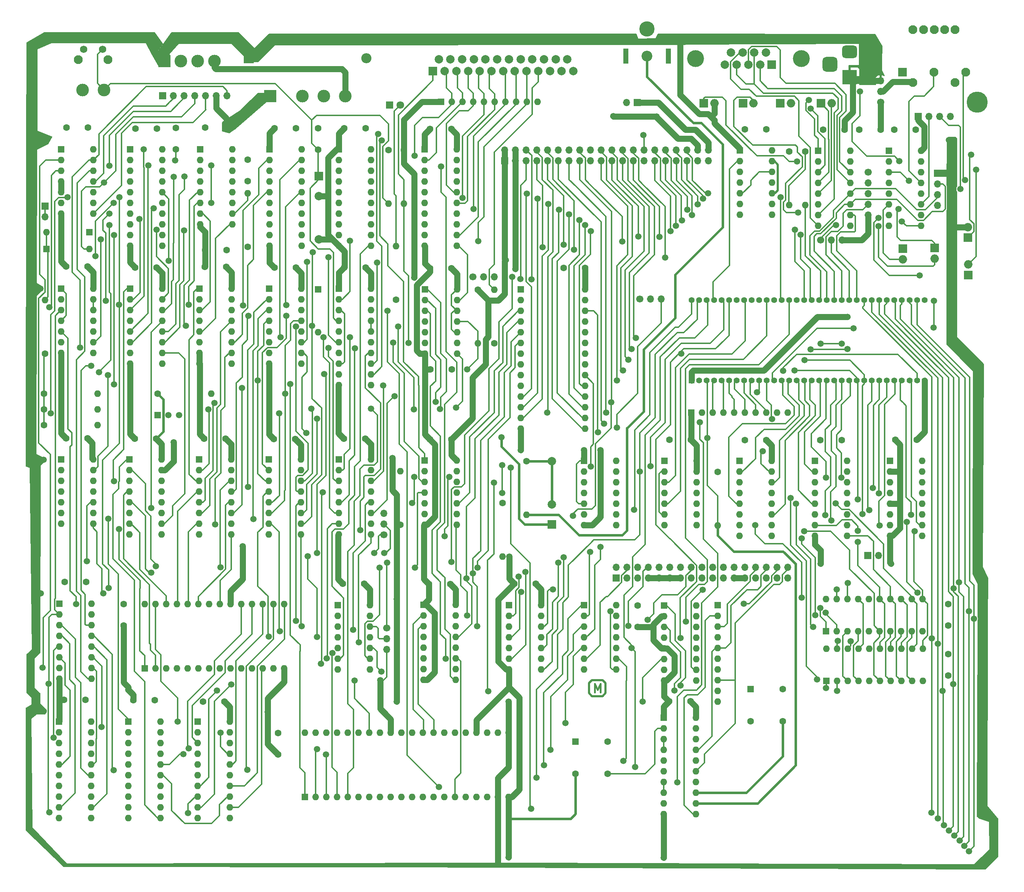
<source format=gbr>
%TF.GenerationSoftware,KiCad,Pcbnew,8.0.5*%
%TF.CreationDate,2024-11-19T00:05:17+00:00*%
%TF.ProjectId,TIM-011B,54494d2d-3031-4314-922e-6b696361645f,rev?*%
%TF.SameCoordinates,Original*%
%TF.FileFunction,Copper,L1,Top*%
%TF.FilePolarity,Positive*%
%FSLAX46Y46*%
G04 Gerber Fmt 4.6, Leading zero omitted, Abs format (unit mm)*
G04 Created by KiCad (PCBNEW 8.0.5) date 2024-11-19 00:05:17*
%MOMM*%
%LPD*%
G01*
G04 APERTURE LIST*
G04 Aperture macros list*
%AMRoundRect*
0 Rectangle with rounded corners*
0 $1 Rounding radius*
0 $2 $3 $4 $5 $6 $7 $8 $9 X,Y pos of 4 corners*
0 Add a 4 corners polygon primitive as box body*
4,1,4,$2,$3,$4,$5,$6,$7,$8,$9,$2,$3,0*
0 Add four circle primitives for the rounded corners*
1,1,$1+$1,$2,$3*
1,1,$1+$1,$4,$5*
1,1,$1+$1,$6,$7*
1,1,$1+$1,$8,$9*
0 Add four rect primitives between the rounded corners*
20,1,$1+$1,$2,$3,$4,$5,0*
20,1,$1+$1,$4,$5,$6,$7,0*
20,1,$1+$1,$6,$7,$8,$9,0*
20,1,$1+$1,$8,$9,$2,$3,0*%
G04 Aperture macros list end*
%TA.AperFunction,NonConductor*%
%ADD10C,0.500000*%
%TD*%
%ADD11C,0.400000*%
%TA.AperFunction,NonConductor*%
%ADD12C,0.400000*%
%TD*%
%TA.AperFunction,ComponentPad*%
%ADD13R,1.600000X1.600000*%
%TD*%
%TA.AperFunction,ComponentPad*%
%ADD14O,1.600000X1.600000*%
%TD*%
%TA.AperFunction,ComponentPad*%
%ADD15R,2.000000X2.000000*%
%TD*%
%TA.AperFunction,ComponentPad*%
%ADD16O,2.000000X2.000000*%
%TD*%
%TA.AperFunction,ComponentPad*%
%ADD17C,1.700000*%
%TD*%
%TA.AperFunction,ComponentPad*%
%ADD18O,1.700000X1.700000*%
%TD*%
%TA.AperFunction,ComponentPad*%
%ADD19C,1.600000*%
%TD*%
%TA.AperFunction,ComponentPad*%
%ADD20R,1.700000X1.700000*%
%TD*%
%TA.AperFunction,ComponentPad*%
%ADD21R,2.400000X2.400000*%
%TD*%
%TA.AperFunction,ComponentPad*%
%ADD22O,2.400000X2.400000*%
%TD*%
%TA.AperFunction,ComponentPad*%
%ADD23R,3.000000X3.000000*%
%TD*%
%TA.AperFunction,ComponentPad*%
%ADD24C,3.000000*%
%TD*%
%TA.AperFunction,ComponentPad*%
%ADD25C,2.100000*%
%TD*%
%TA.AperFunction,ComponentPad*%
%ADD26C,1.750000*%
%TD*%
%TA.AperFunction,ComponentPad*%
%ADD27R,1.500000X1.500000*%
%TD*%
%TA.AperFunction,ComponentPad*%
%ADD28C,1.500000*%
%TD*%
%TA.AperFunction,ComponentPad*%
%ADD29C,2.000000*%
%TD*%
%TA.AperFunction,ComponentPad*%
%ADD30C,4.000000*%
%TD*%
%TA.AperFunction,ComponentPad*%
%ADD31C,5.000000*%
%TD*%
%TA.AperFunction,ComponentPad*%
%ADD32R,1.400000X1.400000*%
%TD*%
%TA.AperFunction,ComponentPad*%
%ADD33C,1.400000*%
%TD*%
%TA.AperFunction,ComponentPad*%
%ADD34R,1.800000X1.800000*%
%TD*%
%TA.AperFunction,ComponentPad*%
%ADD35C,1.800000*%
%TD*%
%TA.AperFunction,ComponentPad*%
%ADD36R,3.500000X3.500000*%
%TD*%
%TA.AperFunction,ComponentPad*%
%ADD37RoundRect,0.750000X-1.000000X0.750000X-1.000000X-0.750000X1.000000X-0.750000X1.000000X0.750000X0*%
%TD*%
%TA.AperFunction,ComponentPad*%
%ADD38RoundRect,0.875000X-0.875000X0.875000X-0.875000X-0.875000X0.875000X-0.875000X0.875000X0.875000X0*%
%TD*%
%TA.AperFunction,ComponentPad*%
%ADD39R,2.100000X2.100000*%
%TD*%
%TA.AperFunction,ComponentPad*%
%ADD40C,2.550000*%
%TD*%
%TA.AperFunction,ComponentPad*%
%ADD41R,1.300000X3.616000*%
%TD*%
%TA.AperFunction,ComponentPad*%
%ADD42C,3.616000*%
%TD*%
%TA.AperFunction,ViaPad*%
%ADD43C,1.500000*%
%TD*%
%TA.AperFunction,Conductor*%
%ADD44C,1.400000*%
%TD*%
%TA.AperFunction,Conductor*%
%ADD45C,0.300000*%
%TD*%
%TA.AperFunction,Conductor*%
%ADD46C,0.600000*%
%TD*%
%TA.AperFunction,Conductor*%
%ADD47C,1.300000*%
%TD*%
%TA.AperFunction,Conductor*%
%ADD48C,0.500000*%
%TD*%
%TA.AperFunction,Conductor*%
%ADD49C,1.700000*%
%TD*%
G04 APERTURE END LIST*
D10*
X227650000Y-193830000D02*
X226920000Y-193100000D01*
X228890000Y-193830000D02*
X227650000Y-193830000D01*
X228890000Y-193830000D02*
X230130000Y-193830000D01*
X230130000Y-193830000D02*
X230860000Y-193100000D01*
X230860000Y-190760000D02*
X230160000Y-190060000D01*
X226920000Y-193100000D02*
X226920000Y-190760000D01*
X227620000Y-190060000D02*
X230160000Y-190060000D01*
X230860000Y-193100000D02*
X230860000Y-190760000D01*
X226920000Y-190760000D02*
X227620000Y-190060000D01*
D11*
D12*
X228299347Y-192914438D02*
X228299347Y-190914438D01*
X228299347Y-190914438D02*
X228966014Y-192343009D01*
X228966014Y-192343009D02*
X229632680Y-190914438D01*
X229632680Y-190914438D02*
X229632680Y-192914438D01*
D13*
%TO.P,U16,1,A15*%
%TO.N,Net-(JMP7-Pin_2)*%
X210790000Y-97450000D03*
D14*
%TO.P,U16,2,A12*%
%TO.N,/Addressing/A12*%
X210790000Y-99990000D03*
%TO.P,U16,3,A7*%
%TO.N,/Addressing/A7*%
X210790000Y-102530000D03*
%TO.P,U16,4,A6*%
%TO.N,/Addressing/A6*%
X210790000Y-105070000D03*
%TO.P,U16,5,A5*%
%TO.N,/Addressing/A5*%
X210790000Y-107610000D03*
%TO.P,U16,6,A4*%
%TO.N,/Addressing/A4*%
X210790000Y-110150000D03*
%TO.P,U16,7,A3*%
%TO.N,/Addressing/A3*%
X210790000Y-112690000D03*
%TO.P,U16,8,A2*%
%TO.N,/Addressing/A2*%
X210790000Y-115230000D03*
%TO.P,U16,9,A1*%
%TO.N,/Addressing/A1*%
X210790000Y-117770000D03*
%TO.P,U16,10,A0*%
%TO.N,/Addressing/A0*%
X210790000Y-120310000D03*
%TO.P,U16,11,D0*%
%TO.N,/CPU/D0*%
X210790000Y-122850000D03*
%TO.P,U16,12,D1*%
%TO.N,/CPU/D1*%
X210790000Y-125390000D03*
%TO.P,U16,13,D2*%
%TO.N,/CPU/D2*%
X210790000Y-127930000D03*
%TO.P,U16,14,GND*%
%TO.N,GND*%
X210790000Y-130470000D03*
%TO.P,U16,15,D3*%
%TO.N,/CPU/D3*%
X226030000Y-130470000D03*
%TO.P,U16,16,D4*%
%TO.N,/CPU/D4*%
X226030000Y-127930000D03*
%TO.P,U16,17,D5*%
%TO.N,/CPU/D5*%
X226030000Y-125390000D03*
%TO.P,U16,18,D6*%
%TO.N,/CPU/D6*%
X226030000Y-122850000D03*
%TO.P,U16,19,D7*%
%TO.N,/CPU/D7*%
X226030000Y-120310000D03*
%TO.P,U16,20,~{CE}*%
%TO.N,/Addressing/A18*%
X226030000Y-117770000D03*
%TO.P,U16,21,A10*%
%TO.N,/Addressing/A10*%
X226030000Y-115230000D03*
%TO.P,U16,22,~{OE}*%
%TO.N,~{ME}*%
X226030000Y-112690000D03*
%TO.P,U16,23,A11*%
%TO.N,/Addressing/A11*%
X226030000Y-110150000D03*
%TO.P,U16,24,A9*%
%TO.N,/Addressing/A9*%
X226030000Y-107610000D03*
%TO.P,U16,25,A8*%
%TO.N,/Addressing/A8*%
X226030000Y-105070000D03*
%TO.P,U16,26,A13*%
%TO.N,/Addressing/A13*%
X226030000Y-102530000D03*
%TO.P,U16,27,A14*%
%TO.N,Net-(JMP6-Pin_2)*%
X226030000Y-99990000D03*
%TO.P,U16,28,VCC*%
%TO.N,+5V*%
X226030000Y-97450000D03*
%TD*%
D15*
%TO.P,C55,1*%
%TO.N,Net-(U8-C2+)*%
X281900000Y-53350000D03*
D16*
%TO.P,C55,2*%
%TO.N,Net-(U8-C2-)*%
X284400000Y-53350000D03*
%TD*%
D13*
%TO.P,U34,1*%
%TO.N,Net-(U43-WDOUT)*%
X225740000Y-172280000D03*
D14*
%TO.P,U34,2*%
%TO.N,fWDATA*%
X225740000Y-174820000D03*
%TO.P,U34,3*%
%TO.N,Net-(U43-WE)*%
X225740000Y-177360000D03*
%TO.P,U34,4*%
%TO.N,fWGATE*%
X225740000Y-179900000D03*
%TO.P,U34,5*%
%TO.N,Net-(U43-HDL)*%
X225740000Y-182440000D03*
%TO.P,U34,6*%
%TO.N,fINUSE*%
X225740000Y-184980000D03*
%TO.P,U34,7,GND*%
%TO.N,GND*%
X225740000Y-187520000D03*
%TO.P,U34,8*%
%TO.N,fSIDE1*%
X233360000Y-187520000D03*
%TO.P,U34,9*%
%TO.N,Net-(U43-SIDE)*%
X233360000Y-184980000D03*
%TO.P,U34,10*%
%TO.N,unconnected-(U34-Pad10)*%
X233360000Y-182440000D03*
%TO.P,U34,11*%
%TO.N,unconnected-(U34-Pad11)*%
X233360000Y-179900000D03*
%TO.P,U34,12*%
%TO.N,fMOTOR1*%
X233360000Y-177360000D03*
%TO.P,U34,13*%
%TO.N,TXS*%
X233360000Y-174820000D03*
%TO.P,U34,14,VCC*%
%TO.N,+5V*%
X233360000Y-172280000D03*
%TD*%
D13*
%TO.P,U7,1,~{R}*%
%TO.N,+5V*%
X262640000Y-64520000D03*
D14*
%TO.P,U7,2,D*%
%TO.N,~{LIR}*%
X262640000Y-67060000D03*
%TO.P,U7,3,C*%
%TO.N,FI*%
X262640000Y-69600000D03*
%TO.P,U7,4,~{S}*%
%TO.N,Net-(U7A-~{S})*%
X262640000Y-72140000D03*
%TO.P,U7,5,Q*%
%TO.N,Net-(U7A-Q)*%
X262640000Y-74680000D03*
%TO.P,U7,6,~{Q}*%
%TO.N,unconnected-(U7A-~{Q}-Pad6)*%
X262640000Y-77220000D03*
%TO.P,U7,7,GND*%
%TO.N,GND*%
X262640000Y-79760000D03*
%TO.P,U7,8,~{Q}*%
%TO.N,unconnected-(U7B-~{Q}-Pad8)*%
X270260000Y-79760000D03*
%TO.P,U7,9,Q*%
%TO.N,Net-(U7A-~{S})*%
X270260000Y-77220000D03*
%TO.P,U7,10,~{S}*%
%TO.N,+5V*%
X270260000Y-74680000D03*
%TO.P,U7,11,C*%
%TO.N,FI*%
X270260000Y-72140000D03*
%TO.P,U7,12,D*%
%TO.N,Net-(U7A-Q)*%
X270260000Y-69600000D03*
%TO.P,U7,13,~{R}*%
%TO.N,+5V*%
X270260000Y-67060000D03*
%TO.P,U7,14,VCC*%
X270260000Y-64520000D03*
%TD*%
D17*
%TO.P,JMP1,1,Pin_1*%
%TO.N,X_CTS*%
X281770000Y-85700000D03*
D18*
%TO.P,JMP1,2,Pin_2*%
%TO.N,~{CTS0}*%
X284310000Y-85700000D03*
%TO.P,JMP1,3,Pin_3*%
%TO.N,GND*%
X286850000Y-85700000D03*
%TD*%
D13*
%TO.P,U11,1,S2*%
%TO.N,Net-(U11-S2)*%
X118210000Y-97230000D03*
D14*
%TO.P,U11,2,B2*%
%TO.N,Net-(U11-B2)*%
X118210000Y-99770000D03*
%TO.P,U11,3,A2*%
%TO.N,VQ5*%
X118210000Y-102310000D03*
%TO.P,U11,4,S1*%
%TO.N,Net-(U11-S1)*%
X118210000Y-104850000D03*
%TO.P,U11,5,A1*%
%TO.N,VQ4*%
X118210000Y-107390000D03*
%TO.P,U11,6,B1*%
%TO.N,Net-(U11-B1)*%
X118210000Y-109930000D03*
%TO.P,U11,7,C0*%
%TO.N,Net-(U11-C0)*%
X118210000Y-112470000D03*
%TO.P,U11,8,GND*%
%TO.N,GND*%
X118210000Y-115010000D03*
%TO.P,U11,9,C4*%
%TO.N,unconnected-(U11-C4-Pad9)*%
X125830000Y-115010000D03*
%TO.P,U11,10,S4*%
%TO.N,Net-(U11-S4)*%
X125830000Y-112470000D03*
%TO.P,U11,11,B4*%
%TO.N,Net-(U11-B4)*%
X125830000Y-109930000D03*
%TO.P,U11,12,A4*%
%TO.N,Net-(U11-A4)*%
X125830000Y-107390000D03*
%TO.P,U11,13,S3*%
%TO.N,Net-(U11-S3)*%
X125830000Y-104850000D03*
%TO.P,U11,14,A3*%
%TO.N,VQ6*%
X125830000Y-102310000D03*
%TO.P,U11,15,B3*%
%TO.N,Net-(U11-B3)*%
X125830000Y-99770000D03*
%TO.P,U11,16,VCC*%
%TO.N,+5V*%
X125830000Y-97230000D03*
%TD*%
D19*
%TO.P,C30,1*%
%TO.N,+5V*%
X214310000Y-167180000D03*
%TO.P,C30,2*%
%TO.N,GND*%
X209230000Y-167180000D03*
%TD*%
D13*
%TO.P,U20,1,S*%
%TO.N,~{VIDCLK}*%
X134580000Y-137750000D03*
D14*
%TO.P,U20,2,I0a*%
%TO.N,/Addressing/A1*%
X134580000Y-140290000D03*
%TO.P,U20,3,I1a*%
%TO.N,Net-(U12-S2)*%
X134580000Y-142830000D03*
%TO.P,U20,4,Za*%
%TO.N,/Video/VA8*%
X134580000Y-145370000D03*
%TO.P,U20,5,I0b*%
%TO.N,/Addressing/A2*%
X134580000Y-147910000D03*
%TO.P,U20,6,I1b*%
%TO.N,Net-(U12-S3)*%
X134580000Y-150450000D03*
%TO.P,U20,7,Zb*%
%TO.N,/Video/VA9*%
X134580000Y-152990000D03*
%TO.P,U20,8,GND*%
%TO.N,GND*%
X134580000Y-155530000D03*
%TO.P,U20,9,Zc*%
%TO.N,/Video/VA10*%
X142200000Y-155530000D03*
%TO.P,U20,10,I1c*%
%TO.N,Net-(U12-S4)*%
X142200000Y-152990000D03*
%TO.P,U20,11,I0c*%
%TO.N,/Addressing/A3*%
X142200000Y-150450000D03*
%TO.P,U20,12,Zd*%
%TO.N,/Video/VA11*%
X142200000Y-147910000D03*
%TO.P,U20,13,I1d*%
%TO.N,Net-(U11-S1)*%
X142200000Y-145370000D03*
%TO.P,U20,14,I0d*%
%TO.N,/Addressing/A4*%
X142200000Y-142830000D03*
%TO.P,U20,15,E*%
%TO.N,GND*%
X142200000Y-140290000D03*
%TO.P,U20,16,VCC*%
%TO.N,+5V*%
X142200000Y-137750000D03*
%TD*%
D13*
%TO.P,U23,1*%
%TO.N,Net-(U7A-Q)*%
X188020000Y-137990000D03*
D14*
%TO.P,U23,2*%
%TO.N,Net-(R7-Pad2)*%
X188020000Y-140530000D03*
%TO.P,U23,3*%
%TO.N,Net-(U14-Pad15)*%
X188020000Y-143070000D03*
%TO.P,U23,4*%
%TO.N,/Addressing/A4*%
X188020000Y-145610000D03*
%TO.P,U23,5*%
%TO.N,~{INT0}*%
X188020000Y-148150000D03*
%TO.P,U23,6*%
%TO.N,Net-(JMP3-Pin_3)*%
X188020000Y-150690000D03*
%TO.P,U23,7,GND*%
%TO.N,GND*%
X188020000Y-153230000D03*
%TO.P,U23,8*%
%TO.N,Net-(U23-Pad8)*%
X195640000Y-153230000D03*
%TO.P,U23,9*%
%TO.N,IOE*%
X195640000Y-150690000D03*
%TO.P,U23,10*%
%TO.N,/Addressing/A7*%
X195640000Y-148150000D03*
%TO.P,U23,11*%
%TO.N,Net-(U25B-D)*%
X195640000Y-145610000D03*
%TO.P,U23,12*%
%TO.N,~{REF}*%
X195640000Y-143070000D03*
%TO.P,U23,13*%
%TO.N,/Addressing/A18*%
X195640000Y-140530000D03*
%TO.P,U23,14,VCC*%
%TO.N,+5V*%
X195640000Y-137990000D03*
%TD*%
D15*
%TO.P,C56,1*%
%TO.N,Net-(U8-VS+)*%
X254150000Y-53350000D03*
D16*
%TO.P,C56,2*%
%TO.N,+5V*%
X256650000Y-53350000D03*
%TD*%
D19*
%TO.P,C62,1*%
%TO.N,+5V*%
X299280000Y-59550000D03*
%TO.P,C62,2*%
%TO.N,GND*%
X304360000Y-59550000D03*
%TD*%
%TO.P,C40,1*%
%TO.N,+5V*%
X173990000Y-59270000D03*
%TO.P,C40,2*%
%TO.N,GND*%
X168910000Y-59270000D03*
%TD*%
D13*
%TO.P,X2,1,EN*%
%TO.N,unconnected-(X2-EN-Pad1)*%
X223710000Y-204610000D03*
D19*
%TO.P,X2,4,GND*%
%TO.N,GND*%
X223710000Y-212230000D03*
%TO.P,X2,5,OUT*%
%TO.N,Net-(X2-OUT)*%
X231330000Y-212230000D03*
%TO.P,X2,8,Vcc*%
%TO.N,+5V*%
X231330000Y-204610000D03*
%TD*%
D13*
%TO.P,U2,1,I1/CLK*%
%TO.N,VQ5*%
X118217000Y-64272000D03*
D14*
%TO.P,U2,2,I2*%
%TO.N,VQ4*%
X118217000Y-66812000D03*
%TO.P,U2,3,I3*%
%TO.N,VQ6*%
X118217000Y-69352000D03*
%TO.P,U2,4,I4*%
%TO.N,VQ3*%
X118217000Y-71892000D03*
%TO.P,U2,5,I5*%
%TO.N,VQ8*%
X118217000Y-74432000D03*
%TO.P,U2,6,I6*%
%TO.N,HQ8*%
X118217000Y-76972000D03*
%TO.P,U2,7,I7*%
%TO.N,HQ9*%
X118217000Y-79512000D03*
%TO.P,U2,8,I8*%
%TO.N,HQ6*%
X118217000Y-82052000D03*
%TO.P,U2,9,I9*%
%TO.N,HQ7*%
X118217000Y-84592000D03*
%TO.P,U2,10,GND*%
%TO.N,GND*%
X118217000Y-87132000D03*
%TO.P,U2,11,I10/~{OE}*%
%TO.N,unconnected-(U2-I10{slash}~{OE}-Pad11)*%
X125837000Y-87132000D03*
%TO.P,U2,12,IO8*%
%TO.N,unconnected-(U2-IO8-Pad12)*%
X125837000Y-84592000D03*
%TO.P,U2,13,IO7*%
%TO.N,unconnected-(U2-IO7-Pad13)*%
X125837000Y-82052000D03*
%TO.P,U2,14,IO6*%
%TO.N,~{CSYNC}*%
X125837000Y-79512000D03*
%TO.P,U2,15,IO5*%
%TO.N,unconnected-(U2-IO5-Pad15)*%
X125837000Y-76972000D03*
%TO.P,U2,16,IO4*%
%TO.N,HRESET*%
X125837000Y-74432000D03*
%TO.P,U2,17,I03*%
%TO.N,Net-(U2-I03)*%
X125837000Y-71892000D03*
%TO.P,U2,18,IO2*%
%TO.N,Net-(U2-IO2)*%
X125837000Y-69352000D03*
%TO.P,U2,19,IO1*%
%TO.N,VRESET*%
X125837000Y-66812000D03*
%TO.P,U2,20,VCC*%
%TO.N,+5V*%
X125837000Y-64272000D03*
%TD*%
D19*
%TO.P,R8,1*%
%TO.N,+5V*%
X179410000Y-64360000D03*
D14*
%TO.P,R8,2*%
%TO.N,Net-(D1-A)*%
X179410000Y-77060000D03*
%TD*%
D19*
%TO.P,C29,1*%
%TO.N,+5V*%
X124610000Y-59310000D03*
%TO.P,C29,2*%
%TO.N,GND*%
X119530000Y-59310000D03*
%TD*%
D20*
%TO.P,P3,1,Pin_1*%
%TO.N,+5V*%
X207000000Y-66970000D03*
D18*
%TO.P,P3,2,Pin_2*%
X207000000Y-64430000D03*
%TO.P,P3,3,Pin_3*%
%TO.N,GND*%
X209540000Y-66970000D03*
%TO.P,P3,4,Pin_4*%
X209540000Y-64430000D03*
%TO.P,P3,5,Pin_5*%
%TO.N,~{RD}*%
X212080000Y-66970000D03*
%TO.P,P3,6,Pin_6*%
%TO.N,FI*%
X212080000Y-64430000D03*
%TO.P,P3,7,Pin_7*%
%TO.N,~{WR}*%
X214620000Y-66970000D03*
%TO.P,P3,8,Pin_8*%
%TO.N,~{RESET}*%
X214620000Y-64430000D03*
%TO.P,P3,9,Pin_9*%
%TO.N,E*%
X217160000Y-66970000D03*
%TO.P,P3,10,Pin_10*%
%TO.N,~{LIR}*%
X217160000Y-64430000D03*
%TO.P,P3,11,Pin_11*%
%TO.N,~{NMI}*%
X219700000Y-66970000D03*
%TO.P,P3,12,Pin_12*%
%TO.N,EXPSEL_O*%
X219700000Y-64430000D03*
%TO.P,P3,13,Pin_13*%
%TO.N,~{WAIT}*%
X222240000Y-66970000D03*
%TO.P,P3,14,Pin_14*%
%TO.N,EXPSEL_2*%
X222240000Y-64430000D03*
%TO.P,P3,15,Pin_15*%
%TO.N,~{INT0}*%
X224780000Y-66970000D03*
%TO.P,P3,16,Pin_16*%
%TO.N,~{HALT}*%
X224780000Y-64430000D03*
%TO.P,P3,17,Pin_17*%
%TO.N,ST*%
X227320000Y-66970000D03*
%TO.P,P3,18,Pin_18*%
%TO.N,EXPSEL_3*%
X227320000Y-64430000D03*
%TO.P,P3,19,Pin_19*%
%TO.N,/Addressing/A0*%
X229860000Y-66970000D03*
%TO.P,P3,20,Pin_20*%
%TO.N,/Addressing/A1*%
X229860000Y-64430000D03*
%TO.P,P3,21,Pin_21*%
%TO.N,~{TEND0}*%
X232400000Y-66970000D03*
%TO.P,P3,22,Pin_22*%
%TO.N,/Addressing/A2*%
X232400000Y-64430000D03*
%TO.P,P3,23,Pin_23*%
%TO.N,/Addressing/A3*%
X234940000Y-66970000D03*
%TO.P,P3,24,Pin_24*%
%TO.N,/Addressing/A4*%
X234940000Y-64430000D03*
%TO.P,P3,25,Pin_25*%
%TO.N,~{DREQ0}*%
X237480000Y-66970000D03*
%TO.P,P3,26,Pin_26*%
%TO.N,~{IOE}*%
X237480000Y-64430000D03*
%TO.P,P3,27,Pin_27*%
%TO.N,unconnected-(P3-Pin_27-Pad27)*%
X240020000Y-66970000D03*
%TO.P,P3,28,Pin_28*%
%TO.N,RESET*%
X240020000Y-64430000D03*
%TO.P,P3,29,Pin_29*%
%TO.N,/CPU/D7*%
X242560000Y-66970000D03*
%TO.P,P3,30,Pin_30*%
%TO.N,/CPU/D6*%
X242560000Y-64430000D03*
%TO.P,P3,31,Pin_31*%
%TO.N,/CPU/D5*%
X245100000Y-66970000D03*
%TO.P,P3,32,Pin_32*%
%TO.N,/CPU/D3*%
X245100000Y-64430000D03*
%TO.P,P3,33,Pin_33*%
%TO.N,/CPU/D4*%
X247640000Y-66970000D03*
%TO.P,P3,34,Pin_34*%
%TO.N,/CPU/D2*%
X247640000Y-64430000D03*
%TO.P,P3,35,Pin_35*%
%TO.N,/CPU/D1*%
X250180000Y-66970000D03*
%TO.P,P3,36,Pin_36*%
%TO.N,/CPU/D0*%
X250180000Y-64430000D03*
%TO.P,P3,37,Pin_37*%
%TO.N,GND*%
X252720000Y-66970000D03*
%TO.P,P3,38,Pin_38*%
X252720000Y-64430000D03*
%TO.P,P3,39,Pin_39*%
%TO.N,unconnected-(P3-Pin_39-Pad39)*%
X255260000Y-66970000D03*
%TO.P,P3,40,Pin_40*%
%TO.N,Net-(JMP9-Pin_1)*%
X255260000Y-64430000D03*
%TD*%
D19*
%TO.P,R15,1*%
%TO.N,Net-(C6-Pad2)*%
X206440000Y-148090000D03*
D14*
%TO.P,R15,2*%
%TO.N,GND*%
X206440000Y-160790000D03*
%TD*%
D19*
%TO.P,C51,1*%
%TO.N,+5V*%
X286780000Y-133120000D03*
%TO.P,C51,2*%
%TO.N,GND*%
X281700000Y-133120000D03*
%TD*%
D17*
%TO.P,JMP6,1,Pin_1*%
%TO.N,+5V*%
X238960000Y-99750000D03*
D18*
%TO.P,JMP6,2,Pin_2*%
%TO.N,Net-(JMP6-Pin_2)*%
X241500000Y-99750000D03*
%TO.P,JMP6,3,Pin_3*%
%TO.N,/Addressing/A14*%
X244040000Y-99750000D03*
%TD*%
D19*
%TO.P,CX1,1*%
%TO.N,HRESET*%
X141100000Y-88100000D03*
%TO.P,CX1,2*%
%TO.N,GND*%
X136020000Y-88100000D03*
%TD*%
D21*
%TO.P,C1,1*%
%TO.N,+5V*%
X146380000Y-42610000D03*
X174160000Y-38030000D03*
D22*
%TO.P,C1,2*%
%TO.N,GND*%
X174160000Y-42610000D03*
%TD*%
D19*
%TO.P,R6,1*%
%TO.N,Net-(U15B-C)*%
X204490000Y-110220000D03*
D14*
%TO.P,R6,2*%
%TO.N,Net-(J1-Pad10)*%
X204490000Y-97520000D03*
%TD*%
D23*
%TO.P,P2,1,Pin_1*%
%TO.N,+5V*%
X151430000Y-51600000D03*
D24*
%TO.P,P2,2,Pin_2*%
%TO.N,GND*%
X159070000Y-51620000D03*
%TO.P,P2,3,Pin_3*%
%TO.N,unconnected-(P2-Pin_3-Pad3)*%
X164160000Y-51630000D03*
%TO.P,P2,4,Pin_4*%
%TO.N,+12V*%
X169240000Y-51630000D03*
%TD*%
D15*
%TO.P,C61,1*%
%TO.N,GND*%
X301300000Y-87800000D03*
D16*
%TO.P,C61,2*%
%TO.N,Net-(U9-VS-)*%
X301300000Y-90300000D03*
%TD*%
D20*
%TO.P,J5,1,Pin_1*%
%TO.N,+5V*%
X304912000Y-56405000D03*
D18*
%TO.P,J5,2,Pin_2*%
%TO.N,TX1*%
X307452000Y-56405000D03*
%TO.P,J5,3,Pin_3*%
%TO.N,RX1*%
X309992000Y-56405000D03*
%TO.P,J5,4,Pin_4*%
%TO.N,GND*%
X312532000Y-56405000D03*
%TD*%
D25*
%TO.P,T2,*%
%TO.N,*%
X105990000Y-43000000D03*
X113000000Y-43000000D03*
D26*
%TO.P,T2,1,Pin_1*%
%TO.N,GND*%
X107240000Y-40510000D03*
%TO.P,T2,2,Pin_2*%
%TO.N,Net-(D1-A)*%
X111740000Y-40510000D03*
%TD*%
D13*
%TO.P,U1,1*%
%TO.N,CLK*%
X101920000Y-64240000D03*
D14*
%TO.P,U1,2*%
%TO.N,Net-(U29-Za)*%
X101920000Y-66780000D03*
%TO.P,U1,3*%
%TO.N,VID2*%
X101920000Y-69320000D03*
%TO.P,U1,4*%
%TO.N,Net-(U2-IO2)*%
X101920000Y-71860000D03*
%TO.P,U1,5*%
X101920000Y-74400000D03*
%TO.P,U1,6*%
%TO.N,~{VSYNC}*%
X101920000Y-76940000D03*
%TO.P,U1,7,GND*%
%TO.N,GND*%
X101920000Y-79480000D03*
%TO.P,U1,8*%
%TO.N,~{HSYNC}*%
X109540000Y-79480000D03*
%TO.P,U1,9*%
%TO.N,Net-(U2-I03)*%
X109540000Y-76940000D03*
%TO.P,U1,10*%
X109540000Y-74400000D03*
%TO.P,U1,11*%
%TO.N,VID1*%
X109540000Y-71860000D03*
%TO.P,U1,12*%
%TO.N,Net-(U29-Zb)*%
X109540000Y-69320000D03*
%TO.P,U1,13*%
%TO.N,CLK*%
X109540000Y-66780000D03*
%TO.P,U1,14,VCC*%
%TO.N,+5V*%
X109540000Y-64240000D03*
%TD*%
D27*
%TO.P,Q1,1,C*%
%TO.N,GND*%
X124790000Y-127260000D03*
D28*
%TO.P,Q1,2,B*%
%TO.N,Net-(Q1-B)*%
X127330000Y-127260000D03*
%TO.P,Q1,3,E*%
%TO.N,/Video/OFFSETC*%
X129870000Y-127260000D03*
%TD*%
D17*
%TO.P,JMP5,1,Pin_1*%
%TO.N,+12V*%
X296000000Y-53080000D03*
D18*
%TO.P,JMP5,2,Pin_2*%
%TO.N,Net-(J3-Pin_4)*%
X296000000Y-50540000D03*
%TO.P,JMP5,3,Pin_3*%
%TO.N,+5V*%
X296000000Y-48000000D03*
%TD*%
D20*
%TO.P,J4,1,Pin_1*%
%TO.N,+5V*%
X309500000Y-69945000D03*
D18*
%TO.P,J4,2,Pin_2*%
%TO.N,TX0*%
X309500000Y-72485000D03*
%TO.P,J4,3,Pin_3*%
%TO.N,RX0*%
X309500000Y-75025000D03*
%TO.P,J4,4,Pin_4*%
%TO.N,GND*%
X309500000Y-77565000D03*
%TD*%
D17*
%TO.P,JMP2,1,Pin_1*%
%TO.N,GND*%
X293060000Y-69640000D03*
D18*
%TO.P,JMP2,2,Pin_2*%
%TO.N,~{CTS1}*%
X293060000Y-72180000D03*
%TO.P,JMP2,3,Pin_3*%
%TO.N,X_DCD*%
X293060000Y-74720000D03*
%TO.P,JMP2,4,Pin_4*%
%TO.N,~{DCD0}*%
X293060000Y-77260000D03*
%TO.P,JMP2,5,Pin_5*%
%TO.N,GND*%
X293060000Y-79800000D03*
%TD*%
D19*
%TO.P,R14,1*%
%TO.N,+5V*%
X124770000Y-122160000D03*
D14*
%TO.P,R14,2*%
%TO.N,/Video/OFFSETC*%
X137470000Y-122160000D03*
%TD*%
D13*
%TO.P,U28,1,S*%
%TO.N,E*%
X298250000Y-138090000D03*
D14*
%TO.P,U28,2,I0a*%
%TO.N,GND*%
X298250000Y-140630000D03*
%TO.P,U28,3,I1a*%
X298250000Y-143170000D03*
%TO.P,U28,4,Za*%
%TO.N,unconnected-(U28-Za-Pad4)*%
X298250000Y-145710000D03*
%TO.P,U28,5,I0b*%
%TO.N,GND*%
X298250000Y-148250000D03*
%TO.P,U28,6,I1b*%
X298250000Y-150790000D03*
%TO.P,U28,7,Zb*%
%TO.N,unconnected-(U28-Zb-Pad7)*%
X298250000Y-153330000D03*
%TO.P,U28,8,GND*%
%TO.N,GND*%
X298250000Y-155870000D03*
%TO.P,U28,9,Zc*%
%TO.N,/RAM/MA8*%
X305870000Y-155870000D03*
%TO.P,U28,10,I1c*%
%TO.N,/Addressing/A17*%
X305870000Y-153330000D03*
%TO.P,U28,11,I0c*%
%TO.N,/Addressing/A16*%
X305870000Y-150790000D03*
%TO.P,U28,12,Zd*%
%TO.N,unconnected-(U28-Zd-Pad12)*%
X305870000Y-148250000D03*
%TO.P,U28,13,I1d*%
%TO.N,GND*%
X305870000Y-145710000D03*
%TO.P,U28,14,I0d*%
X305870000Y-143170000D03*
%TO.P,U28,15,E*%
X305870000Y-140630000D03*
%TO.P,U28,16,VCC*%
%TO.N,+5V*%
X305870000Y-138090000D03*
%TD*%
D13*
%TO.P,U29,1,Ea*%
%TO.N,Net-(U29-Ea)*%
X101480000Y-171970000D03*
D14*
%TO.P,U29,2,S1*%
%TO.N,VIDCLK*%
X101480000Y-174510000D03*
%TO.P,U29,3,I3a*%
%TO.N,Net-(U29-I3a)*%
X101480000Y-177050000D03*
%TO.P,U29,4,I2a*%
%TO.N,Net-(U29-I2a)*%
X101480000Y-179590000D03*
%TO.P,U29,5,I1a*%
%TO.N,Net-(U29-I1a)*%
X101480000Y-182130000D03*
%TO.P,U29,6,I0a*%
%TO.N,Net-(U29-I0a)*%
X101480000Y-184670000D03*
%TO.P,U29,7,Za*%
%TO.N,Net-(U29-Za)*%
X101480000Y-187210000D03*
%TO.P,U29,8,GND*%
%TO.N,GND*%
X101480000Y-189750000D03*
%TO.P,U29,9,Zb*%
%TO.N,Net-(U29-Zb)*%
X109100000Y-189750000D03*
%TO.P,U29,10,I0b*%
%TO.N,Net-(U29-I0b)*%
X109100000Y-187210000D03*
%TO.P,U29,11,I1b*%
%TO.N,Net-(U29-I1b)*%
X109100000Y-184670000D03*
%TO.P,U29,12,I2b*%
%TO.N,Net-(U29-I2b)*%
X109100000Y-182130000D03*
%TO.P,U29,13,I3b*%
%TO.N,Net-(U29-I3b)*%
X109100000Y-179590000D03*
%TO.P,U29,14,S0*%
%TO.N,VIDCLK2*%
X109100000Y-177050000D03*
%TO.P,U29,15,Eb*%
%TO.N,Net-(U29-Ea)*%
X109100000Y-174510000D03*
%TO.P,U29,16,VCC*%
%TO.N,+5V*%
X109100000Y-171970000D03*
%TD*%
D19*
%TO.P,R3,1*%
%TO.N,Net-(U7A-Q)*%
X274380000Y-64780000D03*
D14*
%TO.P,R3,2*%
%TO.N,+5V*%
X274380000Y-77480000D03*
%TD*%
D17*
%TO.P,JMP7,1,Pin_1*%
%TO.N,+5V*%
X199420000Y-94500000D03*
D18*
%TO.P,JMP7,2,Pin_2*%
%TO.N,Net-(JMP7-Pin_2)*%
X201960000Y-94500000D03*
%TO.P,JMP7,3,Pin_3*%
%TO.N,/Addressing/A15*%
X204500000Y-94500000D03*
%TD*%
D13*
%TO.P,U5,1,OE*%
%TO.N,GND*%
X167690000Y-64230000D03*
D14*
%TO.P,U5,2,O0*%
%TO.N,Net-(U4-D0)*%
X167690000Y-66770000D03*
%TO.P,U5,3,D0*%
%TO.N,/CPU/D1*%
X167690000Y-69310000D03*
%TO.P,U5,4,D1*%
%TO.N,/CPU/D3*%
X167690000Y-71850000D03*
%TO.P,U5,5,O1*%
%TO.N,Net-(U4-D1)*%
X167690000Y-74390000D03*
%TO.P,U5,6,O2*%
%TO.N,Net-(U4-D2)*%
X167690000Y-76930000D03*
%TO.P,U5,7,D2*%
%TO.N,/CPU/D5*%
X167690000Y-79470000D03*
%TO.P,U5,8,D3*%
%TO.N,/CPU/D7*%
X167690000Y-82010000D03*
%TO.P,U5,9,O3*%
%TO.N,Net-(U4-D3)*%
X167690000Y-84550000D03*
%TO.P,U5,10,GND*%
%TO.N,GND*%
X167690000Y-87090000D03*
%TO.P,U5,11,Cp*%
%TO.N,SCROLL_O*%
X175310000Y-87090000D03*
%TO.P,U5,12,O4*%
%TO.N,Net-(U4-D4)*%
X175310000Y-84550000D03*
%TO.P,U5,13,D4*%
%TO.N,/CPU/D6*%
X175310000Y-82010000D03*
%TO.P,U5,14,D5*%
%TO.N,/CPU/D4*%
X175310000Y-79470000D03*
%TO.P,U5,15,O5*%
%TO.N,Net-(U4-D5)*%
X175310000Y-76930000D03*
%TO.P,U5,16,O6*%
%TO.N,Net-(U4-D6)*%
X175310000Y-74390000D03*
%TO.P,U5,17,D6*%
%TO.N,/CPU/D2*%
X175310000Y-71850000D03*
%TO.P,U5,18,D7*%
%TO.N,/CPU/D0*%
X175310000Y-69310000D03*
%TO.P,U5,19,O7*%
%TO.N,Net-(U4-D7)*%
X175310000Y-66770000D03*
%TO.P,U5,20,VCC*%
%TO.N,+5V*%
X175310000Y-64230000D03*
%TD*%
D13*
%TO.P,U32,1,E*%
%TO.N,GND*%
X187770000Y-172160000D03*
D14*
%TO.P,U32,2,A0*%
%TO.N,Net-(U32A-A0)*%
X187770000Y-174700000D03*
%TO.P,U32,3,A1*%
%TO.N,Net-(U32A-A1)*%
X187770000Y-177240000D03*
%TO.P,U32,4,O0*%
%TO.N,Net-(U32A-O0)*%
X187770000Y-179780000D03*
%TO.P,U32,5,O1*%
%TO.N,Net-(U32A-O1)*%
X187770000Y-182320000D03*
%TO.P,U32,6,O2*%
%TO.N,Net-(U32A-O2)*%
X187770000Y-184860000D03*
%TO.P,U32,7,O3*%
%TO.N,Net-(U32A-O3)*%
X187770000Y-187400000D03*
%TO.P,U32,8,GND*%
%TO.N,GND*%
X187770000Y-189940000D03*
%TO.P,U32,9,O3*%
%TO.N,EXPSEL_O*%
X195390000Y-189940000D03*
%TO.P,U32,10,O2*%
%TO.N,Net-(U32B-O2)*%
X195390000Y-187400000D03*
%TO.P,U32,11,O1*%
%TO.N,FDCDMA_0*%
X195390000Y-184860000D03*
%TO.P,U32,12,O0*%
%TO.N,FDCSEL_0*%
X195390000Y-182320000D03*
%TO.P,U32,13,A1*%
%TO.N,/Addressing/A6*%
X195390000Y-179780000D03*
%TO.P,U32,14,A0*%
%TO.N,/Addressing/A5*%
X195390000Y-177240000D03*
%TO.P,U32,15,E*%
%TO.N,Net-(U32B-E)*%
X195390000Y-174700000D03*
%TO.P,U32,16,VCC*%
%TO.N,+5V*%
X195390000Y-172160000D03*
%TD*%
D13*
%TO.P,U15,1,~{R}*%
%TO.N,~{RESET}*%
X188050000Y-97402500D03*
D14*
%TO.P,U15,2,D*%
%TO.N,/Addressing/A0*%
X188050000Y-99942500D03*
%TO.P,U15,3,C*%
%TO.N,PRINT_O*%
X188050000Y-102482500D03*
%TO.P,U15,4,~{S}*%
%TO.N,+5V*%
X188050000Y-105022500D03*
%TO.P,U15,5,Q*%
%TO.N,unconnected-(U15A-Q-Pad5)*%
X188050000Y-107562500D03*
%TO.P,U15,6,~{Q}*%
%TO.N,Net-(U15A-~{Q})*%
X188050000Y-110102500D03*
%TO.P,U15,7,GND*%
%TO.N,GND*%
X188050000Y-112642500D03*
%TO.P,U15,8,~{Q}*%
%TO.N,~{INT1}*%
X195670000Y-112642500D03*
%TO.P,U15,9,Q*%
%TO.N,unconnected-(U15B-Q-Pad9)*%
X195670000Y-110102500D03*
%TO.P,U15,10,~{S}*%
%TO.N,+5V*%
X195670000Y-107562500D03*
%TO.P,U15,11,C*%
%TO.N,Net-(U15B-C)*%
X195670000Y-105022500D03*
%TO.P,U15,12,D*%
%TO.N,+5V*%
X195670000Y-102482500D03*
%TO.P,U15,13,~{R}*%
%TO.N,PRINT_O*%
X195670000Y-99942500D03*
%TO.P,U15,14,VCC*%
%TO.N,+5V*%
X195670000Y-97402500D03*
%TD*%
D17*
%TO.P,JMP3,1,Pin_1*%
%TO.N,Net-(JMP3-Pin_1)*%
X178308000Y-155575000D03*
D18*
%TO.P,JMP3,2,Pin_2*%
%TO.N,Net-(JMP3-Pin_2)*%
X178308000Y-153035000D03*
%TO.P,JMP3,3,Pin_3*%
%TO.N,Net-(JMP3-Pin_3)*%
X178308000Y-150495000D03*
%TD*%
D13*
%TO.P,U43,1,RST*%
%TO.N,RESET*%
X159640000Y-217750000D03*
D14*
%TO.P,U43,2,~{RD}*%
%TO.N,~{RD}*%
X162180000Y-217750000D03*
%TO.P,U43,3,~{WR}*%
%TO.N,~{WR}*%
X164720000Y-217750000D03*
%TO.P,U43,4,~{CS}*%
%TO.N,FDCSEL_0*%
X167260000Y-217750000D03*
%TO.P,U43,5,A0*%
%TO.N,/Addressing/A0*%
X169800000Y-217750000D03*
%TO.P,U43,6,DB0*%
%TO.N,/CPU/D0*%
X172340000Y-217750000D03*
%TO.P,U43,7,DB1*%
%TO.N,/CPU/D1*%
X174880000Y-217750000D03*
%TO.P,U43,8,DB2*%
%TO.N,/CPU/D2*%
X177420000Y-217750000D03*
%TO.P,U43,9,DB3*%
%TO.N,/CPU/D3*%
X179960000Y-217750000D03*
%TO.P,U43,10,DB4*%
%TO.N,/CPU/D4*%
X182500000Y-217750000D03*
%TO.P,U43,11,DB5*%
%TO.N,/CPU/D5*%
X185040000Y-217750000D03*
%TO.P,U43,12,DB6*%
%TO.N,/CPU/D6*%
X187580000Y-217750000D03*
%TO.P,U43,13,DB7*%
%TO.N,/CPU/D7*%
X190120000Y-217750000D03*
%TO.P,U43,14,DRQ*%
%TO.N,Net-(U25A-~{R})*%
X192660000Y-217750000D03*
%TO.P,U43,15,~{DACK}*%
%TO.N,FDCDMA_0*%
X195200000Y-217750000D03*
%TO.P,U43,16,TC*%
%TO.N,Net-(U43-TC)*%
X197740000Y-217750000D03*
%TO.P,U43,17,IDX*%
%TO.N,Net-(U43-IDX)*%
X200280000Y-217750000D03*
%TO.P,U43,18,INT*%
%TO.N,Net-(U43-INT)*%
X202820000Y-217750000D03*
%TO.P,U43,19,TEST*%
%TO.N,+5V*%
X205360000Y-217750000D03*
%TO.P,U43,20,VSS*%
%TO.N,GND*%
X207900000Y-217750000D03*
%TO.P,U43,21,MINI*%
%TO.N,+5V*%
X207900000Y-202510000D03*
%TO.P,U43,22,CLK*%
%TO.N,CLK8*%
X205360000Y-202510000D03*
%TO.P,U43,23,~{DSKD}*%
%TO.N,Net-(U43-~{DSKD})*%
X202820000Y-202510000D03*
%TO.P,U43,24,P0*%
%TO.N,GND*%
X200280000Y-202510000D03*
%TO.P,U43,25,WE*%
%TO.N,Net-(U43-WE)*%
X197740000Y-202510000D03*
%TO.P,U43,26,MFM*%
%TO.N,unconnected-(U43-MFM-Pad26)*%
X195200000Y-202510000D03*
%TO.P,U43,27,SIDE*%
%TO.N,Net-(U43-SIDE)*%
X192660000Y-202510000D03*
%TO.P,U43,28,DS1*%
%TO.N,Net-(U32A-A1)*%
X190120000Y-202510000D03*
%TO.P,U43,29,DS0*%
%TO.N,Net-(U32A-A0)*%
X187580000Y-202510000D03*
%TO.P,U43,30,WDOUT*%
%TO.N,Net-(U43-WDOUT)*%
X185040000Y-202510000D03*
%TO.P,U43,31,P1*%
%TO.N,GND*%
X182500000Y-202510000D03*
%TO.P,U43,32,P2*%
X179960000Y-202510000D03*
%TO.P,U43,33,FLT/TR0*%
%TO.N,Net-(U35-Zd)*%
X177420000Y-202510000D03*
%TO.P,U43,34,WP/TS*%
%TO.N,Net-(U35-Zc)*%
X174880000Y-202510000D03*
%TO.P,U43,35,RDY*%
%TO.N,Net-(U43-RDY)*%
X172340000Y-202510000D03*
%TO.P,U43,36,HDL*%
%TO.N,Net-(U43-HDL)*%
X169800000Y-202510000D03*
%TO.P,U43,37,STEP*%
%TO.N,Net-(U35-I1b)*%
X167260000Y-202510000D03*
%TO.P,U43,38,LCT_DIR*%
%TO.N,Net-(U35-I1a)*%
X164720000Y-202510000D03*
%TO.P,U43,39,~{RW}_SEEK*%
%TO.N,Net-(U35-S)*%
X162180000Y-202510000D03*
%TO.P,U43,40,VCC*%
%TO.N,+5V*%
X159640000Y-202510000D03*
%TD*%
D15*
%TO.P,J1,1,1*%
%TO.N,Net-(U15A-~{Q})*%
X189985000Y-45720000D03*
D29*
%TO.P,J1,2,2*%
%TO.N,Net-(RP1-R1)*%
X192755000Y-45720000D03*
%TO.P,J1,3,3*%
%TO.N,Net-(RP1-R2)*%
X195525000Y-45720000D03*
%TO.P,J1,4,4*%
%TO.N,Net-(RP1-R3)*%
X198295000Y-45720000D03*
%TO.P,J1,5,5*%
%TO.N,Net-(RP1-R4)*%
X201065000Y-45720000D03*
%TO.P,J1,6,6*%
%TO.N,Net-(RP1-R5)*%
X203835000Y-45720000D03*
%TO.P,J1,7,7*%
%TO.N,Net-(RP1-R6)*%
X206605000Y-45720000D03*
%TO.P,J1,8,8*%
%TO.N,Net-(RP1-R7)*%
X209375000Y-45720000D03*
%TO.P,J1,9,9*%
%TO.N,Net-(RP1-R8)*%
X212145000Y-45720000D03*
%TO.P,J1,10,10*%
%TO.N,Net-(J1-Pad10)*%
X214915000Y-45720000D03*
%TO.P,J1,11,11*%
%TO.N,unconnected-(J1-Pad11)*%
X217685000Y-45720000D03*
%TO.P,J1,12,12*%
%TO.N,unconnected-(J1-Pad12)*%
X220455000Y-45720000D03*
%TO.P,J1,13,13*%
%TO.N,unconnected-(J1-Pad13)*%
X223225000Y-45720000D03*
%TO.P,J1,14,P14*%
%TO.N,unconnected-(J1-P14-Pad14)*%
X191350000Y-42900000D03*
%TO.P,J1,15,P15*%
%TO.N,unconnected-(J1-P15-Pad15)*%
X194120000Y-42900000D03*
%TO.P,J1,16,P16*%
%TO.N,unconnected-(J1-P16-Pad16)*%
X196890000Y-42900000D03*
%TO.P,J1,17,P17*%
%TO.N,unconnected-(J1-P17-Pad17)*%
X199660000Y-42900000D03*
%TO.P,J1,18,P18*%
%TO.N,GND*%
X202430000Y-42900000D03*
%TO.P,J1,19,P19*%
X205200000Y-42900000D03*
%TO.P,J1,20,P20*%
X207970000Y-42900000D03*
%TO.P,J1,21,P21*%
X210740000Y-42900000D03*
%TO.P,J1,22,P22*%
X213510000Y-42900000D03*
%TO.P,J1,23,P23*%
X216280000Y-42900000D03*
%TO.P,J1,24,P24*%
X219050000Y-42900000D03*
%TO.P,J1,25,P25*%
X221820000Y-42900000D03*
%TD*%
D13*
%TO.P,D1,1,K*%
%TO.N,+5V*%
X162800000Y-97390000D03*
D14*
%TO.P,D1,2,A*%
%TO.N,Net-(D1-A)*%
X162800000Y-107550000D03*
%TD*%
D19*
%TO.P,R11,1*%
%TO.N,Net-(Q1-B)*%
X98040000Y-112640000D03*
D14*
%TO.P,R11,2*%
%TO.N,~{CSYNC}*%
X98040000Y-99940000D03*
%TD*%
D19*
%TO.P,C19,1*%
%TO.N,+5V*%
X140880000Y-132790000D03*
%TO.P,C19,2*%
%TO.N,GND*%
X135800000Y-132790000D03*
%TD*%
D23*
%TO.P,P5,1,Pin_1*%
%TO.N,+5V*%
X126319000Y-43307000D03*
D24*
%TO.P,P5,2,Pin_2*%
%TO.N,GND*%
X130279000Y-43307000D03*
%TO.P,P5,3,Pin_3*%
%TO.N,unconnected-(P5-Pin_3-Pad3)*%
X134239000Y-43307000D03*
%TO.P,P5,4,Pin_4*%
%TO.N,+12V*%
X138199000Y-43307000D03*
%TD*%
D19*
%TO.P,C25,1*%
%TO.N,+5V*%
X312000000Y-188950000D03*
%TO.P,C25,2*%
%TO.N,GND*%
X312000000Y-183870000D03*
%TD*%
D20*
%TO.P,P4,1,Pin_1*%
%TO.N,unconnected-(P4-Pin_1-Pad1)*%
X233370000Y-165800000D03*
D18*
%TO.P,P4,2,Pin_2*%
%TO.N,unconnected-(P4-Pin_2-Pad2)*%
X233370000Y-163260000D03*
%TO.P,P4,3,Pin_3*%
%TO.N,GND*%
X235910000Y-165800000D03*
%TO.P,P4,4,Pin_4*%
%TO.N,fINUSE*%
X235910000Y-163260000D03*
%TO.P,P4,5,Pin_5*%
%TO.N,GND*%
X238450000Y-165800000D03*
%TO.P,P4,6,Pin_6*%
%TO.N,fDRIVE3*%
X238450000Y-163260000D03*
%TO.P,P4,7,Pin_7*%
%TO.N,GND*%
X240990000Y-165800000D03*
%TO.P,P4,8,Pin_8*%
%TO.N,fINDEX*%
X240990000Y-163260000D03*
%TO.P,P4,9,Pin_9*%
%TO.N,GND*%
X243530000Y-165800000D03*
%TO.P,P4,10,Pin_10*%
%TO.N,fDRIVE0*%
X243530000Y-163260000D03*
%TO.P,P4,11,Pin_11*%
%TO.N,GND*%
X246070000Y-165800000D03*
%TO.P,P4,12,Pin_12*%
%TO.N,fDRIVE1*%
X246070000Y-163260000D03*
%TO.P,P4,13,Pin_13*%
%TO.N,GND*%
X248610000Y-165800000D03*
%TO.P,P4,14,Pin_14*%
%TO.N,fDRIVE2*%
X248610000Y-163260000D03*
%TO.P,P4,15,Pin_15*%
%TO.N,GND*%
X251150000Y-165800000D03*
%TO.P,P4,16,Pin_16*%
%TO.N,fMOTOR1*%
X251150000Y-163260000D03*
%TO.P,P4,17,Pin_17*%
%TO.N,GND*%
X253690000Y-165800000D03*
%TO.P,P4,18,Pin_18*%
%TO.N,fDIR*%
X253690000Y-163260000D03*
%TO.P,P4,19,Pin_19*%
%TO.N,GND*%
X256230000Y-165800000D03*
%TO.P,P4,20,Pin_20*%
%TO.N,fSTEP*%
X256230000Y-163260000D03*
%TO.P,P4,21,Pin_21*%
%TO.N,GND*%
X258770000Y-165800000D03*
%TO.P,P4,22,Pin_22*%
%TO.N,fWDATA*%
X258770000Y-163260000D03*
%TO.P,P4,23,Pin_23*%
%TO.N,GND*%
X261310000Y-165800000D03*
%TO.P,P4,24,Pin_24*%
%TO.N,fWGATE*%
X261310000Y-163260000D03*
%TO.P,P4,25,Pin_25*%
%TO.N,GND*%
X263850000Y-165800000D03*
%TO.P,P4,26,Pin_26*%
%TO.N,fTRACK0*%
X263850000Y-163260000D03*
%TO.P,P4,27,Pin_27*%
%TO.N,GND*%
X266390000Y-165800000D03*
%TO.P,P4,28,Pin_28*%
%TO.N,fWRITEPROT*%
X266390000Y-163260000D03*
%TO.P,P4,29,Pin_29*%
%TO.N,GND*%
X268930000Y-165800000D03*
%TO.P,P4,30,Pin_30*%
%TO.N,fREAD*%
X268930000Y-163260000D03*
%TO.P,P4,31,Pin_31*%
%TO.N,GND*%
X271470000Y-165800000D03*
%TO.P,P4,32,Pin_32*%
%TO.N,fSIDE1*%
X271470000Y-163260000D03*
%TO.P,P4,33,Pin_33*%
%TO.N,GND*%
X274010000Y-165800000D03*
%TO.P,P4,34,Pin_34*%
%TO.N,fREADY*%
X274010000Y-163260000D03*
%TD*%
D19*
%TO.P,C24,1*%
%TO.N,+5V*%
X312040000Y-177110000D03*
%TO.P,C24,2*%
%TO.N,GND*%
X312040000Y-172030000D03*
%TD*%
D13*
%TO.P,U35,1,S*%
%TO.N,Net-(U35-S)*%
X244760000Y-172370000D03*
D14*
%TO.P,U35,2,I0a*%
%TO.N,GND*%
X244760000Y-174910000D03*
%TO.P,U35,3,I1a*%
%TO.N,Net-(U35-I1a)*%
X244760000Y-177450000D03*
%TO.P,U35,4,Za*%
%TO.N,Net-(U35-Za)*%
X244760000Y-179990000D03*
%TO.P,U35,5,I0b*%
%TO.N,GND*%
X244760000Y-182530000D03*
%TO.P,U35,6,I1b*%
%TO.N,Net-(U35-I1b)*%
X244760000Y-185070000D03*
%TO.P,U35,7,Zb*%
%TO.N,Net-(U35-Zb)*%
X244760000Y-187610000D03*
%TO.P,U35,8,GND*%
%TO.N,GND*%
X244760000Y-190150000D03*
%TO.P,U35,9,Zd*%
%TO.N,Net-(U35-Zd)*%
X252380000Y-190150000D03*
%TO.P,U35,10,I1d*%
%TO.N,fTRACK0*%
X252380000Y-187610000D03*
%TO.P,U35,11,I0d*%
%TO.N,Net-(RP3-R5)*%
X252380000Y-185070000D03*
%TO.P,U35,12,Zc*%
%TO.N,Net-(U35-Zc)*%
X252380000Y-182530000D03*
%TO.P,U35,13,I1c*%
%TO.N,Net-(RP3-R3)*%
X252380000Y-179990000D03*
%TO.P,U35,14,I0c*%
%TO.N,fWRITEPROT*%
X252380000Y-177450000D03*
%TO.P,U35,15,E*%
%TO.N,GND*%
X252380000Y-174910000D03*
%TO.P,U35,16,VCC*%
%TO.N,+5V*%
X252380000Y-172370000D03*
%TD*%
D13*
%TO.P,U30,1,A14*%
%TO.N,/Video/VA14*%
X121680000Y-187260000D03*
D14*
%TO.P,U30,2,A12*%
%TO.N,/Video/VA12*%
X124220000Y-187260000D03*
%TO.P,U30,3,A7*%
%TO.N,/Video/VA7*%
X126760000Y-187260000D03*
%TO.P,U30,4,A6*%
%TO.N,/Video/VA6*%
X129300000Y-187260000D03*
%TO.P,U30,5,A5*%
%TO.N,/Video/VA5*%
X131840000Y-187260000D03*
%TO.P,U30,6,A4*%
%TO.N,/Video/VA4*%
X134380000Y-187260000D03*
%TO.P,U30,7,A3*%
%TO.N,/Video/VA3*%
X136920000Y-187260000D03*
%TO.P,U30,8,A2*%
%TO.N,/Video/VA2*%
X139460000Y-187260000D03*
%TO.P,U30,9,A1*%
%TO.N,/Video/VA1*%
X142000000Y-187260000D03*
%TO.P,U30,10,A0*%
%TO.N,/Video/VA0*%
X144540000Y-187260000D03*
%TO.P,U30,11,Q0*%
%TO.N,/Video/IO0*%
X147080000Y-187260000D03*
%TO.P,U30,12,Q1*%
%TO.N,/Video/IO1*%
X149620000Y-187260000D03*
%TO.P,U30,13,Q2*%
%TO.N,/Video/IO2*%
X152160000Y-187260000D03*
%TO.P,U30,14,GND*%
%TO.N,GND*%
X154700000Y-187260000D03*
%TO.P,U30,15,Q3*%
%TO.N,/Video/IO3*%
X154700000Y-172020000D03*
%TO.P,U30,16,Q4*%
%TO.N,/Video/IO4*%
X152160000Y-172020000D03*
%TO.P,U30,17,Q5*%
%TO.N,/Video/IO5*%
X149620000Y-172020000D03*
%TO.P,U30,18,Q6*%
%TO.N,/Video/IO6*%
X147080000Y-172020000D03*
%TO.P,U30,19,Q7*%
%TO.N,/Video/IO7*%
X144540000Y-172020000D03*
%TO.P,U30,20,~{CS}*%
%TO.N,GND*%
X142000000Y-172020000D03*
%TO.P,U30,21,A10*%
%TO.N,/Video/VA10*%
X139460000Y-172020000D03*
%TO.P,U30,22,~{OE}*%
%TO.N,GND*%
X136920000Y-172020000D03*
%TO.P,U30,23,A11*%
%TO.N,/Video/VA11*%
X134380000Y-172020000D03*
%TO.P,U30,24,A9*%
%TO.N,/Video/VA9*%
X131840000Y-172020000D03*
%TO.P,U30,25,A8*%
%TO.N,/Video/VA8*%
X129300000Y-172020000D03*
%TO.P,U30,26,A13*%
%TO.N,/Video/VA13*%
X126760000Y-172020000D03*
%TO.P,U30,27,~{WE}*%
%TO.N,~{VWR}*%
X124220000Y-172020000D03*
%TO.P,U30,28,VCC*%
%TO.N,+5V*%
X121680000Y-172020000D03*
%TD*%
D15*
%TO.P,C58,1*%
%TO.N,Net-(U9-C1+)*%
X316750000Y-94000000D03*
D16*
%TO.P,C58,2*%
%TO.N,Net-(U9-C1-)*%
X316750000Y-91500000D03*
%TD*%
D19*
%TO.P,C16,1*%
%TO.N,+5V*%
X226040000Y-92340000D03*
%TO.P,C16,2*%
%TO.N,GND*%
X220960000Y-92340000D03*
%TD*%
%TO.P,R1,1*%
%TO.N,HQ8*%
X146120000Y-87320000D03*
D14*
%TO.P,R1,2*%
%TO.N,Net-(U3-~{CP})*%
X146120000Y-74620000D03*
%TD*%
D13*
%TO.P,U13,1,Q11*%
%TO.N,unconnected-(U13-Q11-Pad1)*%
X151200000Y-97230000D03*
D14*
%TO.P,U13,2,Q5*%
%TO.N,Net-(U13-Q5)*%
X151200000Y-99770000D03*
%TO.P,U13,3,Q4*%
%TO.N,Net-(U13-Q4)*%
X151200000Y-102310000D03*
%TO.P,U13,4,Q6*%
%TO.N,HQ6*%
X151200000Y-104850000D03*
%TO.P,U13,5,Q3*%
%TO.N,Net-(U13-Q3)*%
X151200000Y-107390000D03*
%TO.P,U13,6,Q2*%
%TO.N,Net-(U13-Q2)*%
X151200000Y-109930000D03*
%TO.P,U13,7,Q1*%
%TO.N,VIDCLK*%
X151200000Y-112470000D03*
%TO.P,U13,8,GND*%
%TO.N,GND*%
X151200000Y-115010000D03*
%TO.P,U13,9,Q0*%
%TO.N,VIDCLK2*%
X158820000Y-115010000D03*
%TO.P,U13,10,~{CP}*%
%TO.N,CLK*%
X158820000Y-112470000D03*
%TO.P,U13,11,MR*%
%TO.N,HRESET*%
X158820000Y-109930000D03*
%TO.P,U13,12,Q8*%
%TO.N,HQ8*%
X158820000Y-107390000D03*
%TO.P,U13,13,Q7*%
%TO.N,HQ7*%
X158820000Y-104850000D03*
%TO.P,U13,14,Q9*%
%TO.N,HQ9*%
X158820000Y-102310000D03*
%TO.P,U13,15,Q10*%
%TO.N,unconnected-(U13-Q10-Pad15)*%
X158820000Y-99770000D03*
%TO.P,U13,16,VCC*%
%TO.N,+5V*%
X158820000Y-97230000D03*
%TD*%
D19*
%TO.P,C31,1*%
%TO.N,+5V*%
X194070000Y-167280000D03*
%TO.P,C31,2*%
%TO.N,GND*%
X188990000Y-167280000D03*
%TD*%
D15*
%TO.P,C60,1*%
%TO.N,Net-(U9-VS+)*%
X316650000Y-85150000D03*
D16*
%TO.P,C60,2*%
%TO.N,+5V*%
X316650000Y-82650000D03*
%TD*%
D19*
%TO.P,C12,1*%
%TO.N,+5V*%
X140970000Y-92130000D03*
%TO.P,C12,2*%
%TO.N,GND*%
X135890000Y-92130000D03*
%TD*%
%TO.P,R13,1*%
%TO.N,Net-(Q1-B)*%
X97870000Y-129630000D03*
D14*
%TO.P,R13,2*%
%TO.N,GND*%
X110570000Y-129630000D03*
%TD*%
D13*
%TO.P,U41,1,OE*%
%TO.N,Net-(U41-OE)*%
X117810000Y-199850000D03*
D14*
%TO.P,U41,2,O0*%
%TO.N,/CPU/D7*%
X117810000Y-202390000D03*
%TO.P,U41,3,D0*%
%TO.N,/Video/IO7*%
X117810000Y-204930000D03*
%TO.P,U41,4,D1*%
%TO.N,/Video/IO4*%
X117810000Y-207470000D03*
%TO.P,U41,5,O1*%
%TO.N,/CPU/D4*%
X117810000Y-210010000D03*
%TO.P,U41,6,O2*%
%TO.N,/CPU/D3*%
X117810000Y-212550000D03*
%TO.P,U41,7,D2*%
%TO.N,/Video/IO3*%
X117810000Y-215090000D03*
%TO.P,U41,8,D3*%
%TO.N,/Video/IO0*%
X117810000Y-217630000D03*
%TO.P,U41,9,O3*%
%TO.N,/CPU/D0*%
X117810000Y-220170000D03*
%TO.P,U41,10,GND*%
%TO.N,GND*%
X117810000Y-222710000D03*
%TO.P,U41,11,Cp*%
%TO.N,~{VIDCLK}*%
X125430000Y-222710000D03*
%TO.P,U41,12,O4*%
%TO.N,/CPU/D1*%
X125430000Y-220170000D03*
%TO.P,U41,13,D4*%
%TO.N,/Video/IO1*%
X125430000Y-217630000D03*
%TO.P,U41,14,D5*%
%TO.N,/Video/IO2*%
X125430000Y-215090000D03*
%TO.P,U41,15,O5*%
%TO.N,/CPU/D2*%
X125430000Y-212550000D03*
%TO.P,U41,16,O6*%
%TO.N,/CPU/D5*%
X125430000Y-210010000D03*
%TO.P,U41,17,D6*%
%TO.N,/Video/IO5*%
X125430000Y-207470000D03*
%TO.P,U41,18,D7*%
%TO.N,/Video/IO6*%
X125430000Y-204930000D03*
%TO.P,U41,19,O7*%
%TO.N,/CPU/D6*%
X125430000Y-202390000D03*
%TO.P,U41,20,VCC*%
%TO.N,+5V*%
X125430000Y-199850000D03*
%TD*%
D13*
%TO.P,U12,1,S2*%
%TO.N,Net-(U12-S2)*%
X134670000Y-97230000D03*
D14*
%TO.P,U12,2,B2*%
%TO.N,Net-(U12-B2)*%
X134670000Y-99770000D03*
%TO.P,U12,3,A2*%
%TO.N,Net-(U12-A2)*%
X134670000Y-102310000D03*
%TO.P,U12,4,S1*%
%TO.N,Net-(U12-S1)*%
X134670000Y-104850000D03*
%TO.P,U12,5,A1*%
%TO.N,Net-(U12-A1)*%
X134670000Y-107390000D03*
%TO.P,U12,6,B1*%
%TO.N,Net-(U12-B1)*%
X134670000Y-109930000D03*
%TO.P,U12,7,C0*%
%TO.N,GND*%
X134670000Y-112470000D03*
%TO.P,U12,8,GND*%
X134670000Y-115010000D03*
%TO.P,U12,9,C4*%
%TO.N,Net-(U11-C0)*%
X142290000Y-115010000D03*
%TO.P,U12,10,S4*%
%TO.N,Net-(U12-S4)*%
X142290000Y-112470000D03*
%TO.P,U12,11,B4*%
%TO.N,Net-(U12-B4)*%
X142290000Y-109930000D03*
%TO.P,U12,12,A4*%
%TO.N,VQ3*%
X142290000Y-107390000D03*
%TO.P,U12,13,S3*%
%TO.N,Net-(U12-S3)*%
X142290000Y-104850000D03*
%TO.P,U12,14,A3*%
%TO.N,Net-(U12-A3)*%
X142290000Y-102310000D03*
%TO.P,U12,15,B3*%
%TO.N,Net-(U12-B3)*%
X142290000Y-99770000D03*
%TO.P,U12,16,VCC*%
%TO.N,+5V*%
X142290000Y-97230000D03*
%TD*%
D19*
%TO.P,C20,1*%
%TO.N,+5V*%
X157380000Y-132890000D03*
%TO.P,C20,2*%
%TO.N,GND*%
X152300000Y-132890000D03*
%TD*%
D24*
%TO.P,T1,1,Pin_1*%
%TO.N,GND*%
X106995000Y-50180000D03*
%TO.P,T1,2,Pin_2*%
%TO.N,Net-(D1-A)*%
X112075000Y-50180000D03*
%TD*%
D13*
%TO.P,U8,1,C1+*%
%TO.N,Net-(U8-C1+)*%
X281180000Y-64580000D03*
D14*
%TO.P,U8,2,VS+*%
%TO.N,Net-(U8-VS+)*%
X281180000Y-67120000D03*
%TO.P,U8,3,C1-*%
%TO.N,Net-(U8-C1-)*%
X281180000Y-69660000D03*
%TO.P,U8,4,C2+*%
%TO.N,Net-(U8-C2+)*%
X281180000Y-72200000D03*
%TO.P,U8,5,C2-*%
%TO.N,Net-(U8-C2-)*%
X281180000Y-74740000D03*
%TO.P,U8,6,VS-*%
%TO.N,Net-(U8-VS-)*%
X281180000Y-77280000D03*
%TO.P,U8,7,T2OUT*%
%TO.N,J_RTS*%
X281180000Y-79820000D03*
%TO.P,U8,8,R2IN*%
%TO.N,J_CTS*%
X281180000Y-82360000D03*
%TO.P,U8,9,R2OUT*%
%TO.N,X_CTS*%
X288800000Y-82360000D03*
%TO.P,U8,10,T2IN*%
%TO.N,~{RTS0}*%
X288800000Y-79820000D03*
%TO.P,U8,11,T1IN*%
%TO.N,TX0*%
X288800000Y-77280000D03*
%TO.P,U8,12,R1OUT*%
%TO.N,RX0*%
X288800000Y-74740000D03*
%TO.P,U8,13,R1IN*%
%TO.N,J_RX*%
X288800000Y-72200000D03*
%TO.P,U8,14,T1OUT*%
%TO.N,J_TX*%
X288800000Y-69660000D03*
%TO.P,U8,15,GND*%
%TO.N,GND*%
X288800000Y-67120000D03*
%TO.P,U8,16,VCC*%
%TO.N,+5V*%
X288800000Y-64580000D03*
%TD*%
D20*
%TO.P,JMP10,1,Pin_1*%
%TO.N,~{HSYNC}*%
X98120000Y-77660000D03*
D18*
%TO.P,JMP10,2,Pin_2*%
X98120000Y-80200000D03*
%TD*%
D30*
%TO.P,J6,0,PAD*%
%TO.N,GND*%
X277195000Y-42720000D03*
X252195000Y-42720000D03*
D15*
%TO.P,J6,1,1*%
%TO.N,J_DCD*%
X270235000Y-44140000D03*
D29*
%TO.P,J6,2,2*%
%TO.N,J_RX*%
X267465000Y-44140000D03*
%TO.P,J6,3,3*%
%TO.N,J_TX*%
X264695000Y-44140000D03*
%TO.P,J6,4,4*%
%TO.N,J_RTS*%
X261925000Y-44140000D03*
%TO.P,J6,5,5*%
%TO.N,GND*%
X259155000Y-44140000D03*
%TO.P,J6,6,6*%
%TO.N,unconnected-(J6-Pad6)*%
X268850000Y-41300000D03*
%TO.P,J6,7,7*%
%TO.N,J_RTS*%
X266080000Y-41300000D03*
%TO.P,J6,8,8*%
%TO.N,J_CTS*%
X263310000Y-41300000D03*
%TO.P,J6,9,9*%
%TO.N,unconnected-(J6-Pad9)*%
X260540000Y-41300000D03*
%TD*%
D13*
%TO.P,U9,1,C1+*%
%TO.N,Net-(U9-C1+)*%
X297980000Y-64580000D03*
D14*
%TO.P,U9,2,VS+*%
%TO.N,Net-(U9-VS+)*%
X297980000Y-67120000D03*
%TO.P,U9,3,C1-*%
%TO.N,Net-(U9-C1-)*%
X297980000Y-69660000D03*
%TO.P,U9,4,C2+*%
%TO.N,Net-(U9-C2+)*%
X297980000Y-72200000D03*
%TO.P,U9,5,C2-*%
%TO.N,Net-(U9-C2-)*%
X297980000Y-74740000D03*
%TO.P,U9,6,VS-*%
%TO.N,Net-(U9-VS-)*%
X297980000Y-77280000D03*
%TO.P,U9,7,T2OUT*%
%TO.N,unconnected-(U9-T2OUT-Pad7)*%
X297980000Y-79820000D03*
%TO.P,U9,8,R2IN*%
%TO.N,J_DCD*%
X297980000Y-82360000D03*
%TO.P,U9,9,R2OUT*%
%TO.N,X_DCD*%
X305600000Y-82360000D03*
%TO.P,U9,10,T2IN*%
%TO.N,GND*%
X305600000Y-79820000D03*
%TO.P,U9,11,T1IN*%
%TO.N,TX1*%
X305600000Y-77280000D03*
%TO.P,U9,12,R1OUT*%
%TO.N,RX1*%
X305600000Y-74740000D03*
%TO.P,U9,13,R1IN*%
%TO.N,K_RX*%
X305600000Y-72200000D03*
%TO.P,U9,14,T1OUT*%
%TO.N,K_TX*%
X305600000Y-69660000D03*
%TO.P,U9,15,GND*%
%TO.N,GND*%
X305600000Y-67120000D03*
%TO.P,U9,16,VCC*%
%TO.N,+5V*%
X305600000Y-64580000D03*
%TD*%
D13*
%TO.P,U14,1*%
%TO.N,GND*%
X167720000Y-97220000D03*
D14*
%TO.P,U14,2*%
%TO.N,~{TEND1}*%
X167720000Y-99760000D03*
%TO.P,U14,3*%
%TO.N,~{RESET}*%
X167720000Y-102300000D03*
%TO.P,U14,4*%
%TO.N,Net-(D1-A)*%
X167720000Y-104840000D03*
%TO.P,U14,5*%
%TO.N,~{WAIT}*%
X167720000Y-107380000D03*
%TO.P,U14,6*%
%TO.N,~{IOE}*%
X167720000Y-109920000D03*
%TO.P,U14,7*%
%TO.N,Net-(U14-Pad7)*%
X167720000Y-112460000D03*
%TO.P,U14,8*%
%TO.N,~{RESET}*%
X167720000Y-115000000D03*
%TO.P,U14,9*%
%TO.N,Net-(JMP3-Pin_1)*%
X167720000Y-117540000D03*
%TO.P,U14,10,GND*%
%TO.N,GND*%
X167720000Y-120080000D03*
%TO.P,U14,11*%
%TO.N,/Addressing/A4*%
X175340000Y-120080000D03*
%TO.P,U14,12*%
%TO.N,RESET*%
X175340000Y-117540000D03*
%TO.P,U14,13*%
%TO.N,~{WR}*%
X175340000Y-115000000D03*
%TO.P,U14,14*%
%TO.N,IOE*%
X175340000Y-112460000D03*
%TO.P,U14,15*%
%TO.N,Net-(U14-Pad15)*%
X175340000Y-109920000D03*
%TO.P,U14,16*%
%TO.N,Net-(U14-Pad16)*%
X175340000Y-107380000D03*
%TO.P,U14,17*%
X175340000Y-104840000D03*
%TO.P,U14,18*%
%TO.N,Net-(U43-TC)*%
X175340000Y-102300000D03*
%TO.P,U14,19*%
%TO.N,GND*%
X175340000Y-99760000D03*
%TO.P,U14,20,VCC*%
%TO.N,+5V*%
X175340000Y-97220000D03*
%TD*%
D13*
%TO.P,U61,1,DQ1*%
%TO.N,/CPU/D4*%
X283122500Y-190250000D03*
D14*
%TO.P,U61,2,DQ2*%
%TO.N,/CPU/D5*%
X285662500Y-190250000D03*
%TO.P,U61,3,~{W}*%
%TO.N,~{WR}*%
X288202500Y-190250000D03*
%TO.P,U61,4,~{RAS}*%
%TO.N,~{ME}*%
X290742500Y-190250000D03*
%TO.P,U61,5*%
%TO.N,unconnected-(U61-Pad5)*%
X293282500Y-190250000D03*
%TO.P,U61,6,A0*%
%TO.N,/RAM/MA0*%
X295822500Y-190250000D03*
%TO.P,U61,7,A1*%
%TO.N,/RAM/MA1*%
X298362500Y-190250000D03*
%TO.P,U61,8,A2*%
%TO.N,/RAM/MA2*%
X300902500Y-190250000D03*
%TO.P,U61,9,A3*%
%TO.N,/RAM/MA3*%
X303442500Y-190250000D03*
%TO.P,U61,10,VCC*%
%TO.N,+5V*%
X305982500Y-190250000D03*
%TO.P,U61,11,A4*%
%TO.N,/RAM/MA4*%
X305982500Y-182630000D03*
%TO.P,U61,12,A5*%
%TO.N,/RAM/MA5*%
X303442500Y-182630000D03*
%TO.P,U61,13,A6*%
%TO.N,/RAM/MA6*%
X300902500Y-182630000D03*
%TO.P,U61,14,A7*%
%TO.N,/RAM/MA7*%
X298362500Y-182630000D03*
%TO.P,U61,15,A8*%
%TO.N,/RAM/MA8*%
X295822500Y-182630000D03*
%TO.P,U61,16,~{OE}*%
%TO.N,GND*%
X293282500Y-182630000D03*
%TO.P,U61,17,~{CAS}*%
%TO.N,~{CAS}*%
X290742500Y-182630000D03*
%TO.P,U61,18,DQ3*%
%TO.N,/CPU/D6*%
X288202500Y-182630000D03*
%TO.P,U61,19,DQ4*%
%TO.N,/CPU/D7*%
X285662500Y-182630000D03*
%TO.P,U61,20,VSS*%
%TO.N,GND*%
X283122500Y-182630000D03*
%TD*%
D19*
%TO.P,C52,1*%
%TO.N,+5V*%
X268910000Y-133120000D03*
%TO.P,C52,2*%
%TO.N,GND*%
X263830000Y-133120000D03*
%TD*%
%TO.P,C41,1*%
%TO.N,+5V*%
X194340000Y-59420000D03*
%TO.P,C41,2*%
%TO.N,GND*%
X189260000Y-59420000D03*
%TD*%
D13*
%TO.P,U21,1,S*%
%TO.N,~{VIDCLK}*%
X151080000Y-137750000D03*
D14*
%TO.P,U21,2,I0a*%
%TO.N,/Addressing/A12*%
X151080000Y-140290000D03*
%TO.P,U21,3,I1a*%
%TO.N,HQ6*%
X151080000Y-142830000D03*
%TO.P,U21,4,Za*%
%TO.N,/Video/VA4*%
X151080000Y-145370000D03*
%TO.P,U21,5,I0b*%
%TO.N,/Addressing/A13*%
X151080000Y-147910000D03*
%TO.P,U21,6,I1b*%
%TO.N,HQ7*%
X151080000Y-150450000D03*
%TO.P,U21,7,Zb*%
%TO.N,/Video/VA5*%
X151080000Y-152990000D03*
%TO.P,U21,8,GND*%
%TO.N,GND*%
X151080000Y-155530000D03*
%TO.P,U21,9,Zc*%
%TO.N,/Video/VA6*%
X158700000Y-155530000D03*
%TO.P,U21,10,I1c*%
%TO.N,HQ8*%
X158700000Y-152990000D03*
%TO.P,U21,11,I0c*%
%TO.N,/Addressing/A14*%
X158700000Y-150450000D03*
%TO.P,U21,12,Zd*%
%TO.N,/Video/VA7*%
X158700000Y-147910000D03*
%TO.P,U21,13,I1d*%
%TO.N,Net-(U12-S1)*%
X158700000Y-145370000D03*
%TO.P,U21,14,I0d*%
%TO.N,/Addressing/A0*%
X158700000Y-142830000D03*
%TO.P,U21,15,E*%
%TO.N,GND*%
X158700000Y-140290000D03*
%TO.P,U21,16,VCC*%
%TO.N,+5V*%
X158700000Y-137750000D03*
%TD*%
D19*
%TO.P,R7,1*%
%TO.N,+5V*%
X182245000Y-153220000D03*
D14*
%TO.P,R7,2*%
%TO.N,Net-(R7-Pad2)*%
X182245000Y-140520000D03*
%TD*%
D19*
%TO.P,C13,1*%
%TO.N,+5V*%
X157500000Y-92290000D03*
%TO.P,C13,2*%
%TO.N,GND*%
X152420000Y-92290000D03*
%TD*%
%TO.P,C43,1*%
%TO.N,+5V*%
X153280000Y-202600000D03*
%TO.P,C43,2*%
%TO.N,GND*%
X153280000Y-207680000D03*
%TD*%
D13*
%TO.P,U60,1,DQ1*%
%TO.N,/CPU/D0*%
X283112500Y-178410000D03*
D14*
%TO.P,U60,2,DQ2*%
%TO.N,/CPU/D1*%
X285652500Y-178410000D03*
%TO.P,U60,3,~{W}*%
%TO.N,~{WR}*%
X288192500Y-178410000D03*
%TO.P,U60,4,~{RAS}*%
%TO.N,~{ME}*%
X290732500Y-178410000D03*
%TO.P,U60,5*%
%TO.N,unconnected-(U60-Pad5)*%
X293272500Y-178410000D03*
%TO.P,U60,6,A0*%
%TO.N,/RAM/MA0*%
X295812500Y-178410000D03*
%TO.P,U60,7,A1*%
%TO.N,/RAM/MA1*%
X298352500Y-178410000D03*
%TO.P,U60,8,A2*%
%TO.N,/RAM/MA2*%
X300892500Y-178410000D03*
%TO.P,U60,9,A3*%
%TO.N,/RAM/MA3*%
X303432500Y-178410000D03*
%TO.P,U60,10,VCC*%
%TO.N,+5V*%
X305972500Y-178410000D03*
%TO.P,U60,11,A4*%
%TO.N,/RAM/MA4*%
X305972500Y-170790000D03*
%TO.P,U60,12,A5*%
%TO.N,/RAM/MA5*%
X303432500Y-170790000D03*
%TO.P,U60,13,A6*%
%TO.N,/RAM/MA6*%
X300892500Y-170790000D03*
%TO.P,U60,14,A7*%
%TO.N,/RAM/MA7*%
X298352500Y-170790000D03*
%TO.P,U60,15,A8*%
%TO.N,/RAM/MA8*%
X295812500Y-170790000D03*
%TO.P,U60,16,~{OE}*%
%TO.N,GND*%
X293272500Y-170790000D03*
%TO.P,U60,17,~{CAS}*%
%TO.N,~{CAS}*%
X290732500Y-170790000D03*
%TO.P,U60,18,DQ3*%
%TO.N,/CPU/D2*%
X288192500Y-170790000D03*
%TO.P,U60,19,DQ4*%
%TO.N,/CPU/D3*%
X285652500Y-170790000D03*
%TO.P,U60,20,VSS*%
%TO.N,GND*%
X283112500Y-170790000D03*
%TD*%
D19*
%TO.P,C10,1*%
%TO.N,+5V*%
X108170000Y-92020000D03*
%TO.P,C10,2*%
%TO.N,GND*%
X103090000Y-92020000D03*
%TD*%
%TO.P,C32,1*%
%TO.N,+5V*%
X173690000Y-167180000D03*
%TO.P,C32,2*%
%TO.N,GND*%
X168610000Y-167180000D03*
%TD*%
%TO.P,R9,1*%
%TO.N,Net-(Q1-B)*%
X97870000Y-122160000D03*
D14*
%TO.P,R9,2*%
%TO.N,VID2*%
X110570000Y-122160000D03*
%TD*%
D19*
%TO.P,C22,1*%
%TO.N,+5V*%
X194320000Y-133000000D03*
%TO.P,C22,2*%
%TO.N,GND*%
X189240000Y-133000000D03*
%TD*%
%TO.P,C14,1*%
%TO.N,+5V*%
X174020000Y-92260000D03*
%TO.P,C14,2*%
%TO.N,GND*%
X168940000Y-92260000D03*
%TD*%
%TO.P,C23,1*%
%TO.N,+5V*%
X107780000Y-166800000D03*
%TO.P,C23,2*%
%TO.N,GND*%
X102700000Y-166800000D03*
%TD*%
%TO.P,CX2,1*%
%TO.N,VRESET*%
X129032000Y-64262000D03*
%TO.P,CX2,2*%
%TO.N,GND*%
X129032000Y-59182000D03*
%TD*%
%TO.P,C49,1*%
%TO.N,+5V*%
X287480000Y-59550000D03*
%TO.P,C49,2*%
%TO.N,GND*%
X282400000Y-59550000D03*
%TD*%
%TO.P,C53,1*%
%TO.N,+5V*%
X251080000Y-133070000D03*
%TO.P,C53,2*%
%TO.N,GND*%
X246000000Y-133070000D03*
%TD*%
%TO.P,C48,1*%
%TO.N,+5V*%
X268940000Y-59460000D03*
%TO.P,C48,2*%
%TO.N,GND*%
X263860000Y-59460000D03*
%TD*%
%TO.P,C42,1*%
%TO.N,+5V*%
X116670000Y-172020000D03*
%TO.P,C42,2*%
%TO.N,GND*%
X116670000Y-177100000D03*
%TD*%
D15*
%TO.P,C6,1*%
%TO.N,/Video/OFFSETC*%
X218160000Y-153160000D03*
D29*
%TO.P,C6,2*%
%TO.N,Net-(C6-Pad2)*%
X218160000Y-148410000D03*
X218160000Y-138170000D03*
%TD*%
D13*
%TO.P,X1,1,EN*%
%TO.N,unconnected-(X1-EN-Pad1)*%
X265200000Y-192160000D03*
D19*
%TO.P,X1,4,GND*%
%TO.N,GND*%
X265200000Y-199780000D03*
%TO.P,X1,5,OUT*%
%TO.N,Net-(X1-OUT)*%
X272820000Y-199780000D03*
%TO.P,X1,8,Vcc*%
%TO.N,+5V*%
X272820000Y-192160000D03*
%TD*%
D31*
%TO.P,H3,1,1*%
%TO.N,GND*%
X318897000Y-53086000D03*
%TD*%
D13*
%TO.P,U26,1,S*%
%TO.N,E*%
X262610000Y-138090000D03*
D14*
%TO.P,U26,2,I0a*%
%TO.N,/Addressing/A1*%
X262610000Y-140630000D03*
%TO.P,U26,3,I1a*%
%TO.N,/Addressing/A9*%
X262610000Y-143170000D03*
%TO.P,U26,4,Za*%
%TO.N,/RAM/MA1*%
X262610000Y-145710000D03*
%TO.P,U26,5,I0b*%
%TO.N,/Addressing/A0*%
X262610000Y-148250000D03*
%TO.P,U26,6,I1b*%
%TO.N,/Addressing/A8*%
X262610000Y-150790000D03*
%TO.P,U26,7,Zb*%
%TO.N,/RAM/MA0*%
X262610000Y-153330000D03*
%TO.P,U26,8,GND*%
%TO.N,GND*%
X262610000Y-155870000D03*
%TO.P,U26,9,Zc*%
%TO.N,/RAM/MA3*%
X270230000Y-155870000D03*
%TO.P,U26,10,I1c*%
%TO.N,/Addressing/A11*%
X270230000Y-153330000D03*
%TO.P,U26,11,I0c*%
%TO.N,/Addressing/A3*%
X270230000Y-150790000D03*
%TO.P,U26,12,Zd*%
%TO.N,/RAM/MA2*%
X270230000Y-148250000D03*
%TO.P,U26,13,I1d*%
%TO.N,/Addressing/A10*%
X270230000Y-145710000D03*
%TO.P,U26,14,I0d*%
%TO.N,/Addressing/A2*%
X270230000Y-143170000D03*
%TO.P,U26,15,E*%
%TO.N,GND*%
X270230000Y-140630000D03*
%TO.P,U26,16,VCC*%
%TO.N,+5V*%
X270230000Y-138090000D03*
%TD*%
D19*
%TO.P,R20,1*%
%TO.N,+5V*%
X181250000Y-99850000D03*
D14*
%TO.P,R20,2*%
%TO.N,Net-(D2-A)*%
X181250000Y-87150000D03*
%TD*%
D32*
%TO.P,U17,1,Vss*%
%TO.N,GND*%
X251230000Y-119050000D03*
D33*
%TO.P,U17,2,XTAL*%
%TO.N,unconnected-(U17-XTAL-Pad2)*%
X253010000Y-119050000D03*
%TO.P,U17,3,EXTAL*%
%TO.N,CLK*%
X254790000Y-119050000D03*
%TO.P,U17,4,~{WAIT}*%
%TO.N,~{WAIT}*%
X256570000Y-119050000D03*
%TO.P,U17,5,~{BUSACK}*%
%TO.N,~{BUSACK}*%
X258350000Y-119050000D03*
%TO.P,U17,6,~{BUSREQ}*%
%TO.N,~{BUSREQ}*%
X260130000Y-119050000D03*
%TO.P,U17,7,~{RESET}*%
%TO.N,~{RESET}*%
X261910000Y-119050000D03*
%TO.P,U17,8,~{NMI}*%
%TO.N,~{NMI}*%
X263690000Y-119050000D03*
%TO.P,U17,9,~{INT0}*%
%TO.N,~{INT0}*%
X265470000Y-119050000D03*
%TO.P,U17,10,~{INT1}*%
%TO.N,~{INT1}*%
X267250000Y-119050000D03*
%TO.P,U17,11,~{INT2}*%
%TO.N,~{INT2}*%
X269030000Y-119050000D03*
%TO.P,U17,12,ST*%
%TO.N,ST*%
X270810000Y-119050000D03*
%TO.P,U17,13,A0*%
%TO.N,/Addressing/A0*%
X272590000Y-119050000D03*
%TO.P,U17,14,A1*%
%TO.N,/Addressing/A1*%
X274370000Y-119050000D03*
%TO.P,U17,15,A2*%
%TO.N,/Addressing/A2*%
X276150000Y-119050000D03*
%TO.P,U17,16,A3*%
%TO.N,/Addressing/A3*%
X277930000Y-119050000D03*
%TO.P,U17,17,A4*%
%TO.N,/Addressing/A4*%
X279710000Y-119050000D03*
%TO.P,U17,18,A5*%
%TO.N,/Addressing/A5*%
X281490000Y-119050000D03*
%TO.P,U17,19,A6*%
%TO.N,/Addressing/A6*%
X283270000Y-119050000D03*
%TO.P,U17,20,A7*%
%TO.N,/Addressing/A7*%
X285050000Y-119050000D03*
%TO.P,U17,21,A8*%
%TO.N,/Addressing/A8*%
X286830000Y-119050000D03*
%TO.P,U17,22,A9*%
%TO.N,/Addressing/A9*%
X288610000Y-119050000D03*
%TO.P,U17,23,A10*%
%TO.N,/Addressing/A10*%
X290390000Y-119050000D03*
%TO.P,U17,24,A11*%
%TO.N,/Addressing/A11*%
X292170000Y-119050000D03*
%TO.P,U17,25,A12*%
%TO.N,/Addressing/A12*%
X293950000Y-119050000D03*
%TO.P,U17,26,A13*%
%TO.N,/Addressing/A13*%
X295730000Y-119050000D03*
%TO.P,U17,27,A14*%
%TO.N,/Addressing/A14*%
X297510000Y-119050000D03*
%TO.P,U17,28,A15*%
%TO.N,/Addressing/A15*%
X299290000Y-119050000D03*
%TO.P,U17,29,A16*%
%TO.N,/Addressing/A16*%
X301070000Y-119050000D03*
%TO.P,U17,30,A17*%
%TO.N,/Addressing/A17*%
X302850000Y-119050000D03*
%TO.P,U17,31,A18/TOUT*%
%TO.N,/Addressing/A18*%
X304630000Y-119050000D03*
%TO.P,U17,32,Vcc*%
%TO.N,+5V*%
X306410000Y-119050000D03*
%TO.P,U17,33,Vss*%
%TO.N,GND*%
X306410000Y-99980000D03*
%TO.P,U17,34,D0*%
%TO.N,/CPU/D0*%
X304630000Y-99980000D03*
%TO.P,U17,35,D1*%
%TO.N,/CPU/D1*%
X302850000Y-99980000D03*
%TO.P,U17,36,D2*%
%TO.N,/CPU/D2*%
X301070000Y-99980000D03*
%TO.P,U17,37,D3*%
%TO.N,/CPU/D3*%
X299290000Y-99980000D03*
%TO.P,U17,38,D4*%
%TO.N,/CPU/D4*%
X297510000Y-99980000D03*
%TO.P,U17,39,D5*%
%TO.N,/CPU/D5*%
X295730000Y-99980000D03*
%TO.P,U17,40,D6*%
%TO.N,/CPU/D6*%
X293950000Y-99980000D03*
%TO.P,U17,41,D7*%
%TO.N,/CPU/D7*%
X292170000Y-99980000D03*
%TO.P,U17,42,~{RTS0}*%
%TO.N,~{RTS0}*%
X290390000Y-99980000D03*
%TO.P,U17,43,~{CTS0}*%
%TO.N,~{CTS0}*%
X288610000Y-99980000D03*
%TO.P,U17,44,~{DCD0}*%
%TO.N,~{DCD0}*%
X286830000Y-99980000D03*
%TO.P,U17,45,TXA0*%
%TO.N,TX0*%
X285050000Y-99980000D03*
%TO.P,U17,46,RXA0*%
%TO.N,RX0*%
X283270000Y-99980000D03*
%TO.P,U17,47,CKA0/~{DREQ0}*%
%TO.N,~{DREQ0}*%
X281490000Y-99980000D03*
%TO.P,U17,48,TXA1*%
%TO.N,TX1*%
X279710000Y-99980000D03*
%TO.P,U17,49,RXA1*%
%TO.N,RX1*%
X277930000Y-99980000D03*
%TO.P,U17,50,CKA1/~{TEND0}*%
%TO.N,~{TEND0}*%
X276150000Y-99980000D03*
%TO.P,U17,51,TXS*%
%TO.N,TXS*%
X274370000Y-99980000D03*
%TO.P,U17,52,RXS/~{CTS1}*%
%TO.N,~{CTS1}*%
X272590000Y-99980000D03*
%TO.P,U17,53,CKS*%
%TO.N,unconnected-(U17-CKS-Pad53)*%
X270810000Y-99980000D03*
%TO.P,U17,54,~{DREQ1}*%
%TO.N,~{DREQ1}*%
X269030000Y-99980000D03*
%TO.P,U17,55,~{TEND1}*%
%TO.N,~{TEND1}*%
X267250000Y-99980000D03*
%TO.P,U17,56,~{HALT}*%
%TO.N,~{HALT}*%
X265470000Y-99980000D03*
%TO.P,U17,57,~{REF}*%
%TO.N,~{REF}*%
X263690000Y-99980000D03*
%TO.P,U17,58,~{IOE}*%
%TO.N,~{IOE}*%
X261910000Y-99980000D03*
%TO.P,U17,59,~{ME}*%
%TO.N,~{ME}*%
X260130000Y-99980000D03*
%TO.P,U17,60,E*%
%TO.N,E*%
X258350000Y-99980000D03*
%TO.P,U17,61,~{LIR}*%
%TO.N,~{LIR}*%
X256570000Y-99980000D03*
%TO.P,U17,62,~{WR}*%
%TO.N,~{WR}*%
X254790000Y-99980000D03*
%TO.P,U17,63,~{RD}*%
%TO.N,~{RD}*%
X253010000Y-99980000D03*
%TO.P,U17,64,\u00D8*%
%TO.N,FI*%
X251230000Y-99980000D03*
%TD*%
D13*
%TO.P,U42,1,OEa*%
%TO.N,~{VWR}*%
X134270000Y-199840000D03*
D14*
%TO.P,U42,2,I0a*%
%TO.N,/CPU/D7*%
X134270000Y-202380000D03*
%TO.P,U42,3,O3b*%
%TO.N,/Video/IO6*%
X134270000Y-204920000D03*
%TO.P,U42,4,I1a*%
%TO.N,/CPU/D5*%
X134270000Y-207460000D03*
%TO.P,U42,5,O2b*%
%TO.N,/Video/IO4*%
X134270000Y-210000000D03*
%TO.P,U42,6,I2a*%
%TO.N,/CPU/D3*%
X134270000Y-212540000D03*
%TO.P,U42,7,O1b*%
%TO.N,/Video/IO2*%
X134270000Y-215080000D03*
%TO.P,U42,8,I3a*%
%TO.N,/CPU/D1*%
X134270000Y-217620000D03*
%TO.P,U42,9,O0b*%
%TO.N,/Video/IO0*%
X134270000Y-220160000D03*
%TO.P,U42,10,GND*%
%TO.N,GND*%
X134270000Y-222700000D03*
%TO.P,U42,11,I0b*%
%TO.N,/CPU/D0*%
X141890000Y-222700000D03*
%TO.P,U42,12,O3a*%
%TO.N,/Video/IO1*%
X141890000Y-220160000D03*
%TO.P,U42,13,I1b*%
%TO.N,/CPU/D2*%
X141890000Y-217620000D03*
%TO.P,U42,14,O2a*%
%TO.N,/Video/IO3*%
X141890000Y-215080000D03*
%TO.P,U42,15,I2b*%
%TO.N,/CPU/D4*%
X141890000Y-212540000D03*
%TO.P,U42,16,O1a*%
%TO.N,/Video/IO5*%
X141890000Y-210000000D03*
%TO.P,U42,17,I3b*%
%TO.N,/CPU/D6*%
X141890000Y-207460000D03*
%TO.P,U42,18,O0a*%
%TO.N,/Video/IO7*%
X141890000Y-204920000D03*
%TO.P,U42,19,OEb*%
%TO.N,~{VWR}*%
X141890000Y-202380000D03*
%TO.P,U42,20,VCC*%
%TO.N,+5V*%
X141890000Y-199840000D03*
%TD*%
D13*
%TO.P,U44,1*%
%TO.N,GND*%
X244660000Y-198920000D03*
D14*
%TO.P,U44,2*%
%TO.N,Net-(X2-OUT)*%
X244660000Y-201460000D03*
%TO.P,U44,3*%
%TO.N,Net-(U44-Pad3)*%
X244660000Y-204000000D03*
%TO.P,U44,4*%
X244660000Y-206540000D03*
%TO.P,U44,5*%
%TO.N,Net-(U43-RDY)*%
X244660000Y-209080000D03*
%TO.P,U44,6*%
%TO.N,Net-(U43-INT)*%
X244660000Y-211620000D03*
%TO.P,U44,7*%
%TO.N,Net-(U44-Pad7)*%
X244660000Y-214160000D03*
%TO.P,U44,8*%
X244660000Y-216700000D03*
%TO.P,U44,9*%
%TO.N,Net-(U43-IDX)*%
X244660000Y-219240000D03*
%TO.P,U44,10,GND*%
%TO.N,GND*%
X244660000Y-221780000D03*
%TO.P,U44,11*%
%TO.N,fINDEX*%
X252280000Y-221780000D03*
%TO.P,U44,12*%
%TO.N,CLK*%
X252280000Y-219240000D03*
%TO.P,U44,13*%
%TO.N,Net-(X1-OUT)*%
X252280000Y-216700000D03*
%TO.P,U44,14*%
%TO.N,~{INT2}*%
X252280000Y-214160000D03*
%TO.P,U44,15*%
%TO.N,fREADY*%
X252280000Y-211620000D03*
%TO.P,U44,16*%
%TO.N,Net-(U43-~{DSKD})*%
X252280000Y-209080000D03*
%TO.P,U44,17*%
%TO.N,fREAD*%
X252280000Y-206540000D03*
%TO.P,U44,18*%
%TO.N,CLK8*%
X252280000Y-204000000D03*
%TO.P,U44,19*%
%TO.N,GND*%
X252280000Y-201460000D03*
%TO.P,U44,20,VCC*%
%TO.N,+5V*%
X252280000Y-198920000D03*
%TD*%
D19*
%TO.P,R2,1*%
%TO.N,+5V*%
X183120000Y-64370000D03*
D14*
%TO.P,R2,2*%
%TO.N,Net-(U15A-~{Q})*%
X183120000Y-77070000D03*
%TD*%
D34*
%TO.P,D2,1,K*%
%TO.N,GND*%
X179725000Y-53750000D03*
D35*
%TO.P,D2,2,A*%
%TO.N,Net-(D2-A)*%
X182265000Y-53750000D03*
%TD*%
D19*
%TO.P,C17,1*%
%TO.N,+5V*%
X108150000Y-132710000D03*
%TO.P,C17,2*%
%TO.N,GND*%
X103070000Y-132710000D03*
%TD*%
D15*
%TO.P,C57,1*%
%TO.N,GND*%
X263400000Y-53350000D03*
D16*
%TO.P,C57,2*%
%TO.N,Net-(U8-VS-)*%
X265900000Y-53350000D03*
%TD*%
D13*
%TO.P,RP2,1,common*%
%TO.N,+5V*%
X251200000Y-126670000D03*
D14*
%TO.P,RP2,2,R1*%
%TO.N,unconnected-(RP2-R1-Pad2)*%
X253740000Y-126670000D03*
%TO.P,RP2,3,R2*%
%TO.N,~{WAIT}*%
X256280000Y-126670000D03*
%TO.P,RP2,4,R3*%
%TO.N,~{BUSACK}*%
X258820000Y-126670000D03*
%TO.P,RP2,5,R4*%
%TO.N,~{BUSREQ}*%
X261360000Y-126670000D03*
%TO.P,RP2,6,R5*%
%TO.N,~{RESET}*%
X263900000Y-126670000D03*
%TO.P,RP2,7,R6*%
%TO.N,~{NMI}*%
X266440000Y-126670000D03*
%TO.P,RP2,8,R7*%
%TO.N,~{INT0}*%
X268980000Y-126670000D03*
%TO.P,RP2,9,R8*%
%TO.N,unconnected-(RP2-R8-Pad9)*%
X271520000Y-126670000D03*
%TO.P,RP2,10,R9*%
%TO.N,unconnected-(RP2-R9-Pad10)*%
X274060000Y-126670000D03*
%TD*%
D19*
%TO.P,C8,1*%
%TO.N,+12V*%
X296000000Y-59550000D03*
%TO.P,C8,2*%
%TO.N,GND*%
X290920000Y-59550000D03*
%TD*%
D13*
%TO.P,RP3,1,common*%
%TO.N,+5V*%
X257390000Y-172250000D03*
D14*
%TO.P,RP3,2,R1*%
%TO.N,fINDEX*%
X257390000Y-174790000D03*
%TO.P,RP3,3,R2*%
%TO.N,fWRITEPROT*%
X257390000Y-177330000D03*
%TO.P,RP3,4,R3*%
%TO.N,Net-(RP3-R3)*%
X257390000Y-179870000D03*
%TO.P,RP3,5,R4*%
%TO.N,fREAD*%
X257390000Y-182410000D03*
%TO.P,RP3,6,R5*%
%TO.N,Net-(RP3-R5)*%
X257390000Y-184950000D03*
%TO.P,RP3,7,R6*%
%TO.N,fTRACK0*%
X257390000Y-187490000D03*
%TO.P,RP3,8,R7*%
%TO.N,fREADY*%
X257390000Y-190030000D03*
%TO.P,RP3,9,R8*%
%TO.N,unconnected-(RP3-R8-Pad9)*%
X257390000Y-192570000D03*
%TO.P,RP3,10,R9*%
%TO.N,unconnected-(RP3-R9-Pad10)*%
X257390000Y-195110000D03*
%TD*%
D15*
%TO.P,C59,1*%
%TO.N,Net-(U9-C2+)*%
X308800000Y-87600000D03*
D16*
%TO.P,C59,2*%
%TO.N,Net-(U9-C2-)*%
X308800000Y-90100000D03*
%TD*%
D20*
%TO.P,JMP4,1,Pin_1*%
%TO.N,fREADY*%
X292960000Y-160500000D03*
D18*
%TO.P,JMP4,2,Pin_2*%
%TO.N,GND*%
X295500000Y-160500000D03*
%TD*%
D13*
%TO.P,U25,1,~{R}*%
%TO.N,Net-(U25A-~{R})*%
X244780000Y-138090000D03*
D14*
%TO.P,U25,2,D*%
%TO.N,Net-(U25A-D)*%
X244780000Y-140630000D03*
%TO.P,U25,3,C*%
%TO.N,~{REF}*%
X244780000Y-143170000D03*
%TO.P,U25,4,~{S}*%
%TO.N,+5V*%
X244780000Y-145710000D03*
%TO.P,U25,5,Q*%
%TO.N,~{DREQ1}*%
X244780000Y-148250000D03*
%TO.P,U25,6,~{Q}*%
%TO.N,Net-(U25A-D)*%
X244780000Y-150790000D03*
%TO.P,U25,7,GND*%
%TO.N,GND*%
X244780000Y-153330000D03*
%TO.P,U25,8,~{Q}*%
%TO.N,unconnected-(U25B-~{Q}-Pad8)*%
X252400000Y-153330000D03*
%TO.P,U25,9,Q*%
%TO.N,~{CAS}*%
X252400000Y-150790000D03*
%TO.P,U25,10,~{S}*%
%TO.N,E*%
X252400000Y-148250000D03*
%TO.P,U25,11,C*%
%TO.N,FI*%
X252400000Y-145710000D03*
%TO.P,U25,12,D*%
%TO.N,Net-(U25B-D)*%
X252400000Y-143170000D03*
%TO.P,U25,13,~{R}*%
%TO.N,+5V*%
X252400000Y-140630000D03*
%TO.P,U25,14,VCC*%
X252400000Y-138090000D03*
%TD*%
D19*
%TO.P,C5,1*%
%TO.N,Net-(U15B-C)*%
X194400000Y-116425000D03*
%TO.P,C5,2*%
%TO.N,GND*%
X189320000Y-116425000D03*
%TD*%
D13*
%TO.P,U3,1,Q11*%
%TO.N,unconnected-(U3-Q11-Pad1)*%
X134810000Y-64220000D03*
D14*
%TO.P,U3,2,Q5*%
%TO.N,VQ5*%
X134810000Y-66760000D03*
%TO.P,U3,3,Q4*%
%TO.N,VQ4*%
X134810000Y-69300000D03*
%TO.P,U3,4,Q6*%
%TO.N,VQ6*%
X134810000Y-71840000D03*
%TO.P,U3,5,Q3*%
%TO.N,VQ3*%
X134810000Y-74380000D03*
%TO.P,U3,6,Q2*%
%TO.N,Net-(U12-A3)*%
X134810000Y-76920000D03*
%TO.P,U3,7,Q1*%
%TO.N,Net-(U12-A2)*%
X134810000Y-79460000D03*
%TO.P,U3,8,GND*%
%TO.N,GND*%
X134810000Y-82000000D03*
%TO.P,U3,9,Q0*%
%TO.N,Net-(U12-A1)*%
X142430000Y-82000000D03*
%TO.P,U3,10,~{CP}*%
%TO.N,Net-(U3-~{CP})*%
X142430000Y-79460000D03*
%TO.P,U3,11,MR*%
%TO.N,VRESET*%
X142430000Y-76920000D03*
%TO.P,U3,12,Q8*%
%TO.N,VQ8*%
X142430000Y-74380000D03*
%TO.P,U3,13,Q7*%
%TO.N,Net-(U11-A4)*%
X142430000Y-71840000D03*
%TO.P,U3,14,Q9*%
%TO.N,unconnected-(U3-Q9-Pad14)*%
X142430000Y-69300000D03*
%TO.P,U3,15,Q10*%
%TO.N,unconnected-(U3-Q10-Pad15)*%
X142430000Y-66760000D03*
%TO.P,U3,16,VCC*%
%TO.N,+5V*%
X142430000Y-64220000D03*
%TD*%
D19*
%TO.P,C21,1*%
%TO.N,+5V*%
X173940000Y-132780000D03*
%TO.P,C21,2*%
%TO.N,GND*%
X168860000Y-132780000D03*
%TD*%
D13*
%TO.P,U40,1,OE*%
%TO.N,GND*%
X101380000Y-199850000D03*
D14*
%TO.P,U40,2,O0*%
%TO.N,Net-(U29-I1b)*%
X101380000Y-202390000D03*
%TO.P,U40,3,D0*%
%TO.N,/Video/IO7*%
X101380000Y-204930000D03*
%TO.P,U40,4,D1*%
%TO.N,/Video/IO4*%
X101380000Y-207470000D03*
%TO.P,U40,5,O1*%
%TO.N,Net-(U29-I0a)*%
X101380000Y-210010000D03*
%TO.P,U40,6,O2*%
%TO.N,Net-(U29-I3b)*%
X101380000Y-212550000D03*
%TO.P,U40,7,D2*%
%TO.N,/Video/IO3*%
X101380000Y-215090000D03*
%TO.P,U40,8,D3*%
%TO.N,/Video/IO0*%
X101380000Y-217630000D03*
%TO.P,U40,9,O3*%
%TO.N,Net-(U29-I2a)*%
X101380000Y-220170000D03*
%TO.P,U40,10,GND*%
%TO.N,GND*%
X101380000Y-222710000D03*
%TO.P,U40,11,Cp*%
%TO.N,VIDCLK*%
X109000000Y-222710000D03*
%TO.P,U40,12,O4*%
%TO.N,Net-(U29-I2b)*%
X109000000Y-220170000D03*
%TO.P,U40,13,D4*%
%TO.N,/Video/IO1*%
X109000000Y-217630000D03*
%TO.P,U40,14,D5*%
%TO.N,/Video/IO2*%
X109000000Y-215090000D03*
%TO.P,U40,15,O5*%
%TO.N,Net-(U29-I3a)*%
X109000000Y-212550000D03*
%TO.P,U40,16,O6*%
%TO.N,Net-(U29-I0b)*%
X109000000Y-210010000D03*
%TO.P,U40,17,D6*%
%TO.N,/Video/IO5*%
X109000000Y-207470000D03*
%TO.P,U40,18,D7*%
%TO.N,/Video/IO6*%
X109000000Y-204930000D03*
%TO.P,U40,19,O7*%
%TO.N,Net-(U29-I1a)*%
X109000000Y-202390000D03*
%TO.P,U40,20,VCC*%
%TO.N,+5V*%
X109000000Y-199850000D03*
%TD*%
D20*
%TO.P,P1,1,Pin_1*%
%TO.N,GND*%
X125970000Y-51540000D03*
D18*
%TO.P,P1,2,Pin_2*%
%TO.N,VID1*%
X128510000Y-51540000D03*
%TO.P,P1,3,Pin_3*%
%TO.N,VID2*%
X131050000Y-51540000D03*
%TO.P,P1,4,Pin_4*%
%TO.N,~{VSYNC}*%
X133590000Y-51540000D03*
%TO.P,P1,5,Pin_5*%
%TO.N,~{HSYNC}*%
X136130000Y-51540000D03*
%TO.P,P1,6,Pin_6*%
%TO.N,+5V*%
X138670000Y-51540000D03*
%TO.P,P1,7,Pin_7*%
%TO.N,CLK*%
X141210000Y-51540000D03*
%TD*%
D20*
%TO.P,JMP9,1,Pin_1*%
%TO.N,Net-(JMP9-Pin_1)*%
X238405000Y-53100000D03*
D18*
%TO.P,JMP9,2,Pin_2*%
%TO.N,+12V*%
X235865000Y-53100000D03*
%TD*%
D19*
%TO.P,C28,1*%
%TO.N,+5V*%
X108220000Y-59090000D03*
%TO.P,C28,2*%
%TO.N,GND*%
X103140000Y-59090000D03*
%TD*%
D13*
%TO.P,U19,1,S*%
%TO.N,~{VIDCLK}*%
X118100000Y-137750000D03*
D14*
%TO.P,U19,2,I0a*%
%TO.N,/Addressing/A5*%
X118100000Y-140290000D03*
%TO.P,U19,3,I1a*%
%TO.N,Net-(U11-S2)*%
X118100000Y-142830000D03*
%TO.P,U19,4,Za*%
%TO.N,/Video/VA12*%
X118100000Y-145370000D03*
%TO.P,U19,5,I0b*%
%TO.N,/Addressing/A6*%
X118100000Y-147910000D03*
%TO.P,U19,6,I1b*%
%TO.N,Net-(U11-S3)*%
X118100000Y-150450000D03*
%TO.P,U19,7,Zb*%
%TO.N,/Video/VA13*%
X118100000Y-152990000D03*
%TO.P,U19,8,GND*%
%TO.N,GND*%
X118100000Y-155530000D03*
%TO.P,U19,9,Zc*%
%TO.N,/Video/VA14*%
X125720000Y-155530000D03*
%TO.P,U19,10,I1c*%
%TO.N,Net-(U11-S4)*%
X125720000Y-152990000D03*
%TO.P,U19,11,I0c*%
%TO.N,/Addressing/A7*%
X125720000Y-150450000D03*
%TO.P,U19,12,Zd*%
%TO.N,unconnected-(U19-Zd-Pad12)*%
X125720000Y-147910000D03*
%TO.P,U19,13,I1d*%
%TO.N,unconnected-(U19-I1d-Pad13)*%
X125720000Y-145370000D03*
%TO.P,U19,14,I0d*%
%TO.N,unconnected-(U19-I0d-Pad14)*%
X125720000Y-142830000D03*
%TO.P,U19,15,E*%
%TO.N,GND*%
X125720000Y-140290000D03*
%TO.P,U19,16,VCC*%
%TO.N,+5V*%
X125720000Y-137750000D03*
%TD*%
D13*
%TO.P,U33,1*%
%TO.N,Net-(U32A-O0)*%
X208010000Y-172290000D03*
D14*
%TO.P,U33,2*%
%TO.N,fDRIVE0*%
X208010000Y-174830000D03*
%TO.P,U33,3*%
%TO.N,Net-(U32A-O2)*%
X208010000Y-177370000D03*
%TO.P,U33,4*%
%TO.N,fDRIVE2*%
X208010000Y-179910000D03*
%TO.P,U33,5*%
%TO.N,Net-(U32A-O3)*%
X208010000Y-182450000D03*
%TO.P,U33,6*%
%TO.N,fDRIVE3*%
X208010000Y-184990000D03*
%TO.P,U33,7,GND*%
%TO.N,GND*%
X208010000Y-187530000D03*
%TO.P,U33,8*%
%TO.N,fSTEP*%
X215630000Y-187530000D03*
%TO.P,U33,9*%
%TO.N,Net-(U35-Zb)*%
X215630000Y-184990000D03*
%TO.P,U33,10*%
%TO.N,fDIR*%
X215630000Y-182450000D03*
%TO.P,U33,11*%
%TO.N,Net-(U35-Za)*%
X215630000Y-179910000D03*
%TO.P,U33,12*%
%TO.N,fDRIVE1*%
X215630000Y-177370000D03*
%TO.P,U33,13*%
%TO.N,Net-(U32A-O1)*%
X215630000Y-174830000D03*
%TO.P,U33,14,VCC*%
%TO.N,+5V*%
X215630000Y-172290000D03*
%TD*%
D13*
%TO.P,U10,1,~{R}*%
%TO.N,+5V*%
X101870000Y-97240000D03*
D14*
%TO.P,U10,2,D*%
%TO.N,HQ9*%
X101870000Y-99780000D03*
%TO.P,U10,3,C*%
%TO.N,VIDCLK*%
X101870000Y-102320000D03*
%TO.P,U10,4,~{S}*%
%TO.N,+5V*%
X101870000Y-104860000D03*
%TO.P,U10,5,Q*%
%TO.N,Net-(U10A-Q)*%
X101870000Y-107400000D03*
%TO.P,U10,6,~{Q}*%
%TO.N,unconnected-(U10A-~{Q}-Pad6)*%
X101870000Y-109940000D03*
%TO.P,U10,7,GND*%
%TO.N,GND*%
X101870000Y-112480000D03*
%TO.P,U10,8,~{Q}*%
%TO.N,unconnected-(U10B-~{Q}-Pad8)*%
X109490000Y-112480000D03*
%TO.P,U10,9,Q*%
%TO.N,Net-(U10B-Q)*%
X109490000Y-109940000D03*
%TO.P,U10,10,~{S}*%
%TO.N,+5V*%
X109490000Y-107400000D03*
%TO.P,U10,11,C*%
%TO.N,VQ5*%
X109490000Y-104860000D03*
%TO.P,U10,12,D*%
%TO.N,VQ8*%
X109490000Y-102320000D03*
%TO.P,U10,13,~{R}*%
X109490000Y-99780000D03*
%TO.P,U10,14,VCC*%
%TO.N,+5V*%
X109490000Y-97240000D03*
%TD*%
D19*
%TO.P,C36,1*%
%TO.N,+5V*%
X250960000Y-195070000D03*
%TO.P,C36,2*%
%TO.N,GND*%
X245880000Y-195070000D03*
%TD*%
D13*
%TO.P,U4,1,OE*%
%TO.N,GND*%
X151260000Y-64230000D03*
D14*
%TO.P,U4,2,O0*%
%TO.N,Net-(U12-B2)*%
X151260000Y-66770000D03*
%TO.P,U4,3,D0*%
%TO.N,Net-(U4-D0)*%
X151260000Y-69310000D03*
%TO.P,U4,4,D1*%
%TO.N,Net-(U4-D1)*%
X151260000Y-71850000D03*
%TO.P,U4,5,O1*%
%TO.N,Net-(U12-B4)*%
X151260000Y-74390000D03*
%TO.P,U4,6,O2*%
%TO.N,Net-(U11-B2)*%
X151260000Y-76930000D03*
%TO.P,U4,7,D2*%
%TO.N,Net-(U4-D2)*%
X151260000Y-79470000D03*
%TO.P,U4,8,D3*%
%TO.N,Net-(U4-D3)*%
X151260000Y-82010000D03*
%TO.P,U4,9,O3*%
%TO.N,Net-(U11-B4)*%
X151260000Y-84550000D03*
%TO.P,U4,10,GND*%
%TO.N,GND*%
X151260000Y-87090000D03*
%TO.P,U4,11,Cp*%
%TO.N,Net-(U10B-Q)*%
X158880000Y-87090000D03*
%TO.P,U4,12,O4*%
%TO.N,Net-(U11-B3)*%
X158880000Y-84550000D03*
%TO.P,U4,13,D4*%
%TO.N,Net-(U4-D4)*%
X158880000Y-82010000D03*
%TO.P,U4,14,D5*%
%TO.N,Net-(U4-D5)*%
X158880000Y-79470000D03*
%TO.P,U4,15,O5*%
%TO.N,Net-(U11-B1)*%
X158880000Y-76930000D03*
%TO.P,U4,16,O6*%
%TO.N,Net-(U12-B3)*%
X158880000Y-74390000D03*
%TO.P,U4,17,D6*%
%TO.N,Net-(U4-D6)*%
X158880000Y-71850000D03*
%TO.P,U4,18,D7*%
%TO.N,Net-(U4-D7)*%
X158880000Y-69310000D03*
%TO.P,U4,19,O7*%
%TO.N,Net-(U12-B1)*%
X158880000Y-66770000D03*
%TO.P,U4,20,VCC*%
%TO.N,+5V*%
X158880000Y-64230000D03*
%TD*%
D17*
%TO.P,JMP8,1,Pin_1*%
%TO.N,/Addressing/A15*%
X179000000Y-177670000D03*
D18*
%TO.P,JMP8,2,Pin_2*%
%TO.N,Net-(JMP8-Pin_2)*%
X179000000Y-180210000D03*
%TO.P,JMP8,3,Pin_3*%
%TO.N,GND*%
X179000000Y-182750000D03*
%TD*%
D36*
%TO.P,P7,1*%
%TO.N,+5V*%
X288700000Y-47100000D03*
D37*
%TO.P,P7,2*%
%TO.N,GND*%
X288700000Y-41100000D03*
D38*
%TO.P,P7,3*%
X284000000Y-44100000D03*
%TD*%
D19*
%TO.P,C50,1*%
%TO.N,+5V*%
X304550000Y-133100000D03*
%TO.P,C50,2*%
%TO.N,GND*%
X299470000Y-133100000D03*
%TD*%
%TO.P,C18,1*%
%TO.N,+5V*%
X124400000Y-132790000D03*
%TO.P,C18,2*%
%TO.N,GND*%
X119320000Y-132790000D03*
%TD*%
%TO.P,C2,1*%
%TO.N,Net-(U3-~{CP})*%
X146050000Y-71800000D03*
%TO.P,C2,2*%
%TO.N,GND*%
X146050000Y-66720000D03*
%TD*%
%TO.P,C34,1*%
%TO.N,+5V*%
X124110000Y-194780000D03*
%TO.P,C34,2*%
%TO.N,GND*%
X119030000Y-194780000D03*
%TD*%
%TO.P,C11,1*%
%TO.N,+5V*%
X124510000Y-92230000D03*
%TO.P,C11,2*%
%TO.N,GND*%
X119430000Y-92230000D03*
%TD*%
%TO.P,C3,1*%
%TO.N,Net-(D1-A)*%
X162800000Y-64300000D03*
%TO.P,C3,2*%
%TO.N,GND*%
X162800000Y-59220000D03*
%TD*%
D13*
%TO.P,D4,1,K*%
%TO.N,~{HSYNC}*%
X108590000Y-83840000D03*
D14*
%TO.P,D4,2,A*%
%TO.N,~{CSYNC}*%
X98430000Y-83840000D03*
%TD*%
D19*
%TO.P,R16,1*%
%TO.N,Net-(C6-Pad2)*%
X212100000Y-138180000D03*
D14*
%TO.P,R16,2*%
%TO.N,Net-(P8-In)*%
X212100000Y-150880000D03*
%TD*%
D15*
%TO.P,C54,1*%
%TO.N,Net-(U8-C1+)*%
X272250000Y-53350000D03*
D16*
%TO.P,C54,2*%
%TO.N,Net-(U8-C1-)*%
X274750000Y-53350000D03*
%TD*%
D19*
%TO.P,R4,1*%
%TO.N,+5V*%
X278160000Y-64770000D03*
D14*
%TO.P,R4,2*%
%TO.N,~{DREQ0}*%
X278160000Y-77470000D03*
%TD*%
D13*
%TO.P,RP1,1,common*%
%TO.N,+5V*%
X191890000Y-52930000D03*
D14*
%TO.P,RP1,2,R1*%
%TO.N,Net-(RP1-R1)*%
X194430000Y-52930000D03*
%TO.P,RP1,3,R2*%
%TO.N,Net-(RP1-R2)*%
X196970000Y-52930000D03*
%TO.P,RP1,4,R3*%
%TO.N,Net-(RP1-R3)*%
X199510000Y-52930000D03*
%TO.P,RP1,5,R4*%
%TO.N,Net-(RP1-R4)*%
X202050000Y-52930000D03*
%TO.P,RP1,6,R5*%
%TO.N,Net-(RP1-R5)*%
X204590000Y-52930000D03*
%TO.P,RP1,7,R6*%
%TO.N,Net-(RP1-R6)*%
X207130000Y-52930000D03*
%TO.P,RP1,8,R7*%
%TO.N,Net-(RP1-R7)*%
X209670000Y-52930000D03*
%TO.P,RP1,9,R8*%
%TO.N,Net-(RP1-R8)*%
X212210000Y-52930000D03*
%TO.P,RP1,10,R9*%
%TO.N,unconnected-(RP1-R9-Pad10)*%
X214750000Y-52930000D03*
%TD*%
D19*
%TO.P,R12,1*%
%TO.N,+5V*%
X257450000Y-140670000D03*
D14*
%TO.P,R12,2*%
%TO.N,CLK*%
X257450000Y-153370000D03*
%TD*%
D13*
%TO.P,D3,1,K*%
%TO.N,~{CSYNC}*%
X98430000Y-87830000D03*
D14*
%TO.P,D3,2,A*%
%TO.N,~{VSYNC}*%
X108590000Y-87830000D03*
%TD*%
D39*
%TO.P,J3,1,Pin_1*%
%TO.N,GND*%
X301165000Y-45905000D03*
D25*
%TO.P,J3,2,Pin_2*%
%TO.N,K_RX*%
X308670000Y-45905000D03*
%TO.P,J3,3,Pin_3*%
%TO.N,K_TX*%
X316175000Y-45905000D03*
%TO.P,J3,4,Pin_4*%
%TO.N,Net-(J3-Pin_4)*%
X303665000Y-48395000D03*
%TO.P,J3,5,Pin_5*%
X313675000Y-48395000D03*
%TO.P,J3,6,Pin_6*%
%TO.N,unconnected-(J3-Pin_6-Pad6)*%
X303665000Y-35898200D03*
%TO.P,J3,7,Pin_7*%
%TO.N,unconnected-(J3-Pin_7-Pad7)*%
X306170000Y-35898200D03*
%TO.P,J3,8,Pin_8*%
%TO.N,unconnected-(J3-Pin_8-Pad8)*%
X308720800Y-35898200D03*
%TO.P,J3,9,Pin_9*%
%TO.N,unconnected-(J3-Pin_9-Pad9)*%
X311170000Y-35898200D03*
%TO.N,unconnected-(J3-Pin_9-Pad9)_1*%
X313675000Y-35898200D03*
%TD*%
D13*
%TO.P,U24,1*%
%TO.N,GND*%
X225770000Y-138090000D03*
D14*
%TO.P,U24,2*%
%TO.N,unconnected-(U24-Pad2)*%
X225770000Y-140630000D03*
%TO.P,U24,3*%
%TO.N,VIDCLK*%
X225770000Y-143170000D03*
%TO.P,U24,4*%
%TO.N,~{VIDCLK}*%
X225770000Y-145710000D03*
%TO.P,U24,5*%
%TO.N,GND*%
X225770000Y-148250000D03*
%TO.P,U24,6*%
%TO.N,unconnected-(U24-Pad6)*%
X225770000Y-150790000D03*
%TO.P,U24,7,GND*%
%TO.N,GND*%
X225770000Y-153330000D03*
%TO.P,U24,8*%
%TO.N,unconnected-(U24-Pad8)*%
X233390000Y-153330000D03*
%TO.P,U24,9*%
%TO.N,GND*%
X233390000Y-150790000D03*
%TO.P,U24,10*%
%TO.N,Net-(U18-Pad12)*%
X233390000Y-148250000D03*
%TO.P,U24,11*%
%TO.N,~{VIDCLK}*%
X233390000Y-145710000D03*
%TO.P,U24,12*%
%TO.N,Net-(U18-Pad2)*%
X233390000Y-143170000D03*
%TO.P,U24,13*%
%TO.N,~{RD}*%
X233390000Y-140630000D03*
%TO.P,U24,14,VCC*%
%TO.N,+5V*%
X233390000Y-138090000D03*
%TD*%
D40*
%TO.P,P8,1,In*%
%TO.N,Net-(P8-In)*%
X240700000Y-42170000D03*
D41*
%TO.P,P8,2,Ext*%
%TO.N,GND*%
X235700000Y-42170000D03*
D42*
X240700000Y-35670000D03*
D41*
X245700000Y-42170000D03*
%TD*%
D19*
%TO.P,C33,1*%
%TO.N,+5V*%
X140570000Y-195110000D03*
%TO.P,C33,2*%
%TO.N,GND*%
X135490000Y-195110000D03*
%TD*%
D13*
%TO.P,U31,1*%
%TO.N,VQ8*%
X167390000Y-172240000D03*
D14*
%TO.P,U31,2*%
%TO.N,Net-(U10A-Q)*%
X167390000Y-174780000D03*
%TO.P,U31,3*%
%TO.N,Net-(U29-Ea)*%
X167390000Y-177320000D03*
%TO.P,U31,4*%
%TO.N,Net-(JMP3-Pin_2)*%
X167390000Y-179860000D03*
%TO.P,U31,5*%
%TO.N,Net-(U32B-O2)*%
X167390000Y-182400000D03*
%TO.P,U31,6*%
%TO.N,SCROLL_O*%
X167390000Y-184940000D03*
%TO.P,U31,7,GND*%
%TO.N,GND*%
X167390000Y-187480000D03*
%TO.P,U31,8*%
%TO.N,PRINT_O*%
X175010000Y-187480000D03*
%TO.P,U31,9*%
%TO.N,/Addressing/A4*%
X175010000Y-184940000D03*
%TO.P,U31,10*%
%TO.N,Net-(U32B-O2)*%
X175010000Y-182400000D03*
%TO.P,U31,11*%
%TO.N,Net-(U32B-E)*%
X175010000Y-179860000D03*
%TO.P,U31,12*%
%TO.N,Net-(JMP8-Pin_2)*%
X175010000Y-177320000D03*
%TO.P,U31,13*%
%TO.N,Net-(U23-Pad8)*%
X175010000Y-174780000D03*
%TO.P,U31,14,VCC*%
%TO.N,+5V*%
X175010000Y-172240000D03*
%TD*%
D19*
%TO.P,C44,1*%
%TO.N,+5V*%
X238500000Y-172320000D03*
%TO.P,C44,2*%
%TO.N,GND*%
X238500000Y-177400000D03*
%TD*%
D13*
%TO.P,U27,1,S*%
%TO.N,E*%
X280480000Y-138090000D03*
D14*
%TO.P,U27,2,I0a*%
%TO.N,/Addressing/A5*%
X280480000Y-140630000D03*
%TO.P,U27,3,I1a*%
%TO.N,/Addressing/A13*%
X280480000Y-143170000D03*
%TO.P,U27,4,Za*%
%TO.N,/RAM/MA5*%
X280480000Y-145710000D03*
%TO.P,U27,5,I0b*%
%TO.N,/Addressing/A4*%
X280480000Y-148250000D03*
%TO.P,U27,6,I1b*%
%TO.N,/Addressing/A12*%
X280480000Y-150790000D03*
%TO.P,U27,7,Zb*%
%TO.N,/RAM/MA4*%
X280480000Y-153330000D03*
%TO.P,U27,8,GND*%
%TO.N,GND*%
X280480000Y-155870000D03*
%TO.P,U27,9,Zc*%
%TO.N,/RAM/MA7*%
X288100000Y-155870000D03*
%TO.P,U27,10,I1c*%
%TO.N,/Addressing/A15*%
X288100000Y-153330000D03*
%TO.P,U27,11,I0c*%
%TO.N,/Addressing/A7*%
X288100000Y-150790000D03*
%TO.P,U27,12,Zd*%
%TO.N,/RAM/MA6*%
X288100000Y-148250000D03*
%TO.P,U27,13,I1d*%
%TO.N,/Addressing/A14*%
X288100000Y-145710000D03*
%TO.P,U27,14,I0d*%
%TO.N,/Addressing/A6*%
X288100000Y-143170000D03*
%TO.P,U27,15,E*%
%TO.N,GND*%
X288100000Y-140630000D03*
%TO.P,U27,16,VCC*%
%TO.N,+5V*%
X288100000Y-138090000D03*
%TD*%
D13*
%TO.P,U22,1,S*%
%TO.N,~{VIDCLK}*%
X167640000Y-137750000D03*
D14*
%TO.P,U22,2,I0a*%
%TO.N,/Addressing/A8*%
X167640000Y-140290000D03*
%TO.P,U22,3,I1a*%
%TO.N,Net-(U13-Q2)*%
X167640000Y-142830000D03*
%TO.P,U22,4,Za*%
%TO.N,/Video/VA0*%
X167640000Y-145370000D03*
%TO.P,U22,5,I0b*%
%TO.N,/Addressing/A9*%
X167640000Y-147910000D03*
%TO.P,U22,6,I1b*%
%TO.N,Net-(U13-Q3)*%
X167640000Y-150450000D03*
%TO.P,U22,7,Zb*%
%TO.N,/Video/VA1*%
X167640000Y-152990000D03*
%TO.P,U22,8,GND*%
%TO.N,GND*%
X167640000Y-155530000D03*
%TO.P,U22,9,Zc*%
%TO.N,/Video/VA2*%
X175260000Y-155530000D03*
%TO.P,U22,10,I1c*%
%TO.N,Net-(U13-Q4)*%
X175260000Y-152990000D03*
%TO.P,U22,11,I0c*%
%TO.N,/Addressing/A10*%
X175260000Y-150450000D03*
%TO.P,U22,12,Zd*%
%TO.N,/Video/VA3*%
X175260000Y-147910000D03*
%TO.P,U22,13,I1d*%
%TO.N,Net-(U13-Q5)*%
X175260000Y-145370000D03*
%TO.P,U22,14,I0d*%
%TO.N,/Addressing/A11*%
X175260000Y-142830000D03*
%TO.P,U22,15,E*%
%TO.N,GND*%
X175260000Y-140290000D03*
%TO.P,U22,16,VCC*%
%TO.N,+5V*%
X175260000Y-137750000D03*
%TD*%
D13*
%TO.P,U6,1,OE*%
%TO.N,GND*%
X188040000Y-64230000D03*
D14*
%TO.P,U6,2,O0*%
%TO.N,Net-(RP1-R2)*%
X188040000Y-66770000D03*
%TO.P,U6,3,D0*%
%TO.N,/CPU/D1*%
X188040000Y-69310000D03*
%TO.P,U6,4,D1*%
%TO.N,/CPU/D3*%
X188040000Y-71850000D03*
%TO.P,U6,5,O1*%
%TO.N,Net-(RP1-R4)*%
X188040000Y-74390000D03*
%TO.P,U6,6,O2*%
%TO.N,Net-(RP1-R6)*%
X188040000Y-76930000D03*
%TO.P,U6,7,D2*%
%TO.N,/CPU/D5*%
X188040000Y-79470000D03*
%TO.P,U6,8,D3*%
%TO.N,/CPU/D7*%
X188040000Y-82010000D03*
%TO.P,U6,9,O3*%
%TO.N,Net-(RP1-R8)*%
X188040000Y-84550000D03*
%TO.P,U6,10,GND*%
%TO.N,GND*%
X188040000Y-87090000D03*
%TO.P,U6,11,Cp*%
%TO.N,PRINT_O*%
X195660000Y-87090000D03*
%TO.P,U6,12,O4*%
%TO.N,Net-(RP1-R7)*%
X195660000Y-84550000D03*
%TO.P,U6,13,D4*%
%TO.N,/CPU/D6*%
X195660000Y-82010000D03*
%TO.P,U6,14,D5*%
%TO.N,/CPU/D4*%
X195660000Y-79470000D03*
%TO.P,U6,15,O5*%
%TO.N,Net-(RP1-R5)*%
X195660000Y-76930000D03*
%TO.P,U6,16,O6*%
%TO.N,Net-(RP1-R3)*%
X195660000Y-74390000D03*
%TO.P,U6,17,D6*%
%TO.N,/CPU/D2*%
X195660000Y-71850000D03*
%TO.P,U6,18,D7*%
%TO.N,/CPU/D0*%
X195660000Y-69310000D03*
%TO.P,U6,19,O7*%
%TO.N,Net-(RP1-R1)*%
X195660000Y-66770000D03*
%TO.P,U6,20,VCC*%
%TO.N,+5V*%
X195660000Y-64230000D03*
%TD*%
D19*
%TO.P,C15,1*%
%TO.N,+5V*%
X194350000Y-92460000D03*
%TO.P,C15,2*%
%TO.N,GND*%
X189270000Y-92460000D03*
%TD*%
%TO.P,C38,1*%
%TO.N,+5V*%
X141110000Y-59110000D03*
%TO.P,C38,2*%
%TO.N,GND*%
X136030000Y-59110000D03*
%TD*%
%TO.P,C35,1*%
%TO.N,+5V*%
X107680000Y-194690000D03*
%TO.P,C35,2*%
%TO.N,GND*%
X102600000Y-194690000D03*
%TD*%
%TO.P,R5,1*%
%TO.N,+5V*%
X200590000Y-97520000D03*
D14*
%TO.P,R5,2*%
%TO.N,Net-(U15B-C)*%
X200590000Y-110220000D03*
%TD*%
D13*
%TO.P,U18,1*%
%TO.N,+5V*%
X101850000Y-137760000D03*
D14*
%TO.P,U18,2*%
%TO.N,Net-(U18-Pad2)*%
X101850000Y-140300000D03*
%TO.P,U18,3*%
%TO.N,N/C*%
X101850000Y-142840000D03*
%TO.P,U18,4*%
%TO.N,/Addressing/A15*%
X101850000Y-145380000D03*
%TO.P,U18,5*%
%TO.N,IOE*%
X101850000Y-147920000D03*
%TO.P,U18,6*%
%TO.N,Net-(U41-OE)*%
X101850000Y-150460000D03*
%TO.P,U18,7,GND*%
%TO.N,GND*%
X101850000Y-153000000D03*
%TO.P,U18,8*%
%TO.N,~{VWR}*%
X109470000Y-153000000D03*
%TO.P,U18,9*%
%TO.N,IOE*%
X109470000Y-150460000D03*
%TO.P,U18,10*%
%TO.N,/Addressing/A15*%
X109470000Y-147920000D03*
%TO.P,U18,11*%
%TO.N,N/C*%
X109470000Y-145380000D03*
%TO.P,U18,12*%
%TO.N,Net-(U18-Pad12)*%
X109470000Y-142840000D03*
%TO.P,U18,13*%
%TO.N,Net-(U14-Pad7)*%
X109470000Y-140300000D03*
%TO.P,U18,14,VCC*%
%TO.N,+5V*%
X109470000Y-137760000D03*
%TD*%
D15*
%TO.P,C4,1*%
%TO.N,Net-(D1-A)*%
X162940000Y-70560000D03*
D29*
%TO.P,C4,2*%
%TO.N,GND*%
X162940000Y-75310000D03*
X162940000Y-85550000D03*
%TD*%
D19*
%TO.P,R10,1*%
%TO.N,Net-(Q1-B)*%
X97870000Y-125900000D03*
D14*
%TO.P,R10,2*%
%TO.N,VID1*%
X110570000Y-125900000D03*
%TD*%
D19*
%TO.P,C39,1*%
%TO.N,+5V*%
X157560000Y-59210000D03*
%TO.P,C39,2*%
%TO.N,GND*%
X152480000Y-59210000D03*
%TD*%
D43*
%TO.N,GND*%
X244650000Y-232160000D03*
X144870000Y-158280000D03*
X210790000Y-135540000D03*
X207910000Y-232040000D03*
X268100000Y-135800000D03*
X150820000Y-197620000D03*
X208040000Y-160750000D03*
X229660000Y-150980000D03*
X298460000Y-162410000D03*
X225775000Y-135540000D03*
X232710000Y-56360000D03*
X117800000Y-192310000D03*
X229660000Y-135540000D03*
X288170000Y-103960000D03*
X128560000Y-133670000D03*
X177470000Y-190030000D03*
X242920000Y-56460000D03*
X209540000Y-92560000D03*
X281790000Y-162430000D03*
%TO.N,+5V*%
X97740000Y-197410000D03*
X207250000Y-90500000D03*
X96960000Y-97220000D03*
X180400000Y-137380000D03*
X181430000Y-195130000D03*
X181410000Y-170870000D03*
X97080000Y-169440000D03*
X207890000Y-195140000D03*
X320250000Y-177050000D03*
X318900000Y-135850000D03*
X320150000Y-188900000D03*
X98130000Y-61580000D03*
X185578273Y-94628273D03*
X97770000Y-137770000D03*
X319900000Y-164890000D03*
X312210000Y-62010000D03*
%TO.N,CLK*%
X106400000Y-111250000D03*
X160010000Y-131480000D03*
X254990000Y-132620000D03*
%TO.N,E*%
X241500000Y-139290000D03*
X220950000Y-86850000D03*
%TO.N,~{INT1}*%
X266710000Y-121800000D03*
X195490000Y-125410000D03*
%TO.N,RX1*%
X314900000Y-73650000D03*
X275700000Y-83250000D03*
%TO.N,/CPU/D2*%
X252680000Y-77290000D03*
X314720618Y-228052927D03*
X217260000Y-77220000D03*
X288250000Y-167050000D03*
X314590000Y-166850000D03*
%TO.N,/CPU/D1*%
X131990000Y-221580000D03*
X316940000Y-173680000D03*
X214770000Y-75930000D03*
X283008273Y-174041727D03*
X253950000Y-75920000D03*
X315837122Y-229334889D03*
%TO.N,/CPU/D6*%
X225990000Y-82220000D03*
X288927818Y-180800000D03*
X139660000Y-202520000D03*
X309550000Y-181400000D03*
X309550000Y-222800000D03*
X247530000Y-82330000D03*
%TO.N,~{LIR}*%
X223430000Y-88000000D03*
%TO.N,~{WAIT}*%
X230980000Y-126670000D03*
X181710000Y-106250000D03*
X185450000Y-125850000D03*
%TO.N,~{TEND0}*%
X238600000Y-84850000D03*
%TO.N,~{INT0}*%
X192750000Y-155956000D03*
X223139000Y-151130000D03*
X193850000Y-141859000D03*
X185540000Y-141859000D03*
X185039000Y-148082000D03*
X232190000Y-124180000D03*
%TO.N,TX1*%
X277060000Y-84500000D03*
%TO.N,TXS*%
X249890000Y-176150000D03*
%TO.N,ST*%
X308610000Y-100150000D03*
X308590000Y-106460000D03*
X289630000Y-106650000D03*
%TO.N,/CPU/D7*%
X285850000Y-180750000D03*
X227410000Y-83590000D03*
X308100000Y-180100000D03*
X308050000Y-221450000D03*
X246260000Y-83620000D03*
%TO.N,~{NMI}*%
X230500000Y-129230000D03*
%TO.N,~{TEND1}*%
X170300000Y-85940000D03*
%TO.N,/CPU/D0*%
X212190000Y-74690000D03*
X255150000Y-74660000D03*
X316950000Y-230620000D03*
X281712798Y-172940930D03*
X318135000Y-175460000D03*
%TO.N,~{WR}*%
X237890000Y-210620000D03*
X215950000Y-87400000D03*
X164660000Y-207680000D03*
X237060000Y-182410000D03*
X176730000Y-91060000D03*
%TO.N,FI*%
X237600000Y-149640000D03*
X213350000Y-95040000D03*
%TO.N,~{IOE}*%
X244980000Y-89870000D03*
X165260000Y-89840000D03*
%TO.N,~{DREQ0}*%
X243650000Y-84940000D03*
%TO.N,/CPU/D3*%
X313496989Y-226872782D03*
X285650000Y-168500000D03*
X219850000Y-78510000D03*
X250200000Y-78510000D03*
X313340000Y-168250000D03*
%TO.N,~{RESET}*%
X191650000Y-125800000D03*
X217070000Y-126620000D03*
%TO.N,~{INT2}*%
X247830000Y-214280000D03*
X270260000Y-128170000D03*
X253230000Y-128930000D03*
%TO.N,~{HALT}*%
X234800000Y-86060000D03*
%TO.N,~{CTS1}*%
X272360000Y-75550000D03*
%TO.N,~{RD}*%
X162520000Y-206430000D03*
X239000000Y-140580000D03*
X214520000Y-213180000D03*
X210710000Y-94960000D03*
%TO.N,/CPU/D5*%
X248970000Y-81080000D03*
X310700000Y-192600000D03*
X130830000Y-207540000D03*
X285662500Y-192600000D03*
X224690000Y-81000000D03*
X310999450Y-224420000D03*
%TO.N,~{ME}*%
X248630000Y-180070000D03*
X248770000Y-112700000D03*
%TO.N,/CPU/D4*%
X222200000Y-79650000D03*
X312230469Y-225680000D03*
X313210000Y-191000000D03*
X251320000Y-79810000D03*
X283100000Y-191950000D03*
%TO.N,J_DCD*%
X291100000Y-50550000D03*
X300450000Y-67000000D03*
%TO.N,K_TX*%
X316050000Y-71500000D03*
%TO.N,X_CTS*%
X285450000Y-82200000D03*
%TO.N,X_DCD*%
X301050000Y-81322182D03*
%TO.N,/Addressing/A1*%
X235020000Y-116640000D03*
X136750000Y-125830000D03*
%TO.N,RESET*%
X239825000Y-60825000D03*
X156190000Y-119820000D03*
X176960000Y-60630000D03*
%TO.N,/Addressing/A3*%
X237000000Y-111590000D03*
X144760000Y-120750000D03*
%TO.N,/Addressing/A2*%
X138220000Y-124350000D03*
X236220000Y-114060000D03*
%TO.N,EXPSEL_O*%
X191890000Y-68260000D03*
%TO.N,/Addressing/A0*%
X233530000Y-118999000D03*
X161200000Y-125670000D03*
X190590000Y-124130000D03*
X175260000Y-125670000D03*
%TO.N,/Addressing/A4*%
X139690000Y-163300000D03*
X238000000Y-108900000D03*
X177300000Y-163370000D03*
X185674000Y-163370000D03*
X200510000Y-163370000D03*
%TO.N,Net-(U7A-Q)*%
X177810974Y-62101684D03*
%TO.N,/RAM/MA6*%
X304750000Y-169300000D03*
X302250000Y-152500000D03*
%TO.N,/Addressing/A15*%
X208750000Y-94500000D03*
X194380000Y-162052000D03*
X295820000Y-153420000D03*
X179130000Y-162160000D03*
X107990000Y-161890000D03*
%TO.N,/Addressing/A5*%
X200460000Y-177270000D03*
X199400000Y-164740000D03*
X124370000Y-163030000D03*
%TO.N,/Addressing/A12*%
X293340000Y-149710000D03*
X155190000Y-103690000D03*
%TO.N,/RAM/MA4*%
X290650000Y-154650000D03*
X304050000Y-154700000D03*
%TO.N,/Addressing/A13*%
X294210000Y-144510000D03*
X229100000Y-131280000D03*
X153530000Y-126780000D03*
%TO.N,/RAM/MA5*%
X285350000Y-148100000D03*
%TO.N,/Addressing/A7*%
X282920000Y-150970000D03*
%TO.N,/Addressing/A6*%
X283110000Y-142040000D03*
X197880000Y-165920000D03*
X123200000Y-164540000D03*
%TO.N,/Addressing/A14*%
X233550000Y-130160000D03*
X162500000Y-128100000D03*
X295620000Y-145800000D03*
%TO.N,/Addressing/A11*%
X278040000Y-114190000D03*
X178170000Y-120180000D03*
X291700000Y-150660000D03*
%TO.N,/Addressing/A9*%
X171520000Y-111370000D03*
X286759813Y-142044652D03*
X279400000Y-111610000D03*
X288120000Y-111560000D03*
%TO.N,/Addressing/A8*%
X281850000Y-110310000D03*
X284340000Y-152240000D03*
X286770000Y-110300000D03*
X170330000Y-108790000D03*
%TO.N,/RAM/MA0*%
X277950000Y-154700000D03*
%TO.N,/Addressing/A10*%
X180920000Y-122730000D03*
X290600000Y-147240000D03*
X275590000Y-116660000D03*
%TO.N,/RAM/MA1*%
X280950000Y-189900000D03*
X274700000Y-146860000D03*
%TO.N,/RAM/MA2*%
X280047182Y-177447182D03*
X276000000Y-148250000D03*
%TO.N,/RAM/MA3*%
X277293273Y-156393273D03*
X280500000Y-174650000D03*
%TO.N,Net-(U8-C1-)*%
X279450000Y-54550000D03*
%TO.N,Net-(U8-C1+)*%
X279028176Y-52572540D03*
%TO.N,Net-(JMP3-Pin_1)*%
X164200000Y-117500000D03*
X176022000Y-159930000D03*
X162480000Y-159930000D03*
%TO.N,IOE*%
X172770000Y-154460000D03*
%TO.N,Net-(U14-Pad15)*%
X180550000Y-110020000D03*
%TO.N,/Addressing/A18*%
X272960000Y-116700000D03*
X227353494Y-139427253D03*
%TO.N,/Addressing/A16*%
X303190000Y-150850000D03*
%TO.N,Net-(JMP3-Pin_2)*%
X162480000Y-179832000D03*
X160274000Y-160655000D03*
X178435000Y-159930000D03*
%TO.N,Net-(U23-Pad8)*%
X198060000Y-174740000D03*
%TO.N,~{CAS}*%
X277300000Y-170450000D03*
X266300000Y-153340000D03*
%TO.N,/RAM/MA8*%
X290650000Y-157300000D03*
%TO.N,Net-(U32B-O2)*%
X177750000Y-188000000D03*
%TO.N,PRINT_O*%
X192960000Y-184960000D03*
%TO.N,FDCSEL_0*%
X166140000Y-183640000D03*
%TO.N,HRESET*%
X127381000Y-90635000D03*
X160120000Y-90940000D03*
%TO.N,~{VSYNC}*%
X112014000Y-72136000D03*
%TO.N,VID1*%
X99400000Y-126820000D03*
X103421000Y-75580000D03*
%TO.N,VID2*%
X99100000Y-101690000D03*
X113290000Y-68110000D03*
%TO.N,HQ8*%
X110060000Y-89520000D03*
X161360000Y-106090000D03*
X114300000Y-76962000D03*
X161490000Y-88630000D03*
%TO.N,HQ6*%
X110860000Y-117030000D03*
X148500000Y-119020000D03*
X113284000Y-82169000D03*
%TO.N,Net-(U29-Za)*%
X97460000Y-187050000D03*
%TO.N,HQ7*%
X155000000Y-122120000D03*
X114427000Y-84582000D03*
X114430000Y-119950000D03*
%TO.N,Net-(U12-A3)*%
X132130000Y-101060000D03*
%TO.N,Net-(U11-A4)*%
X131090000Y-70630000D03*
%TO.N,HQ9*%
X113327000Y-79512000D03*
X112458500Y-100139500D03*
%TO.N,Net-(U11-B2)*%
X120396000Y-80740000D03*
%TO.N,Net-(U12-B3)*%
X155220000Y-101140000D03*
%TO.N,Net-(U11-B4)*%
X131050000Y-83410000D03*
%TO.N,Net-(U11-B3)*%
X124460000Y-83312000D03*
%TO.N,Net-(U12-B1)*%
X153910000Y-108770000D03*
%TO.N,Net-(U11-B1)*%
X123800000Y-78180000D03*
%TO.N,Net-(U12-B2)*%
X144950000Y-101210000D03*
%TO.N,VIDCLK*%
X203090000Y-192670000D03*
X99090000Y-221360000D03*
X204425000Y-143200000D03*
X98890000Y-190910000D03*
%TO.N,Net-(U10A-Q)*%
X105420000Y-171990000D03*
%TO.N,VQ6*%
X128540000Y-70739000D03*
%TO.N,Net-(U11-S3)*%
X123210000Y-149240000D03*
%TO.N,Net-(U11-S2)*%
X114400000Y-142910000D03*
%TO.N,Net-(U11-S1)*%
X146280000Y-103680000D03*
%TO.N,Net-(U12-S1)*%
X157520000Y-106190000D03*
%TO.N,Net-(U12-S4)*%
X138400000Y-153130000D03*
%TO.N,Net-(U13-Q5)*%
X146150000Y-144260000D03*
%TO.N,VQ8*%
X113120000Y-168180000D03*
X115697000Y-75582000D03*
X115625000Y-101092000D03*
%TO.N,Net-(U13-Q4)*%
X147430000Y-151860000D03*
%TO.N,VIDCLK2*%
X109000000Y-115500000D03*
%TO.N,Net-(U13-Q2)*%
X165260000Y-111310000D03*
%TO.N,VQ4*%
X122555000Y-68040000D03*
%TO.N,Net-(U13-Q3)*%
X164030000Y-108800000D03*
%TO.N,Net-(U14-Pad7)*%
X112990000Y-117750000D03*
%TO.N,Net-(U41-OE)*%
X113070000Y-151750000D03*
%TO.N,~{VWR}*%
X111850000Y-169500000D03*
X129490000Y-199860000D03*
%TO.N,~{VIDCLK}*%
X206340000Y-139050000D03*
X206400000Y-145700000D03*
%TO.N,Net-(U29-I3b)*%
X114360000Y-211350000D03*
%TO.N,Net-(U29-I1a)*%
X100090000Y-203660000D03*
%TO.N,Net-(U29-I1b)*%
X111470000Y-201120000D03*
%TO.N,/Video/IO2*%
X138800000Y-192540000D03*
%TO.N,/Video/IO0*%
X142230000Y-191040000D03*
%TO.N,/Video/IO7*%
X132090000Y-206220000D03*
%TO.N,/Video/IO4*%
X146040000Y-211300000D03*
%TO.N,Net-(U8-VS+)*%
X276250000Y-67150000D03*
%TO.N,Net-(U8-VS-)*%
X276450000Y-79200000D03*
%TO.N,Net-(U9-C1+)*%
X295550000Y-80450000D03*
X305250000Y-94150000D03*
%TO.N,/Video/VA14*%
X115610000Y-154240000D03*
%TO.N,/Video/VA5*%
X153680000Y-178450000D03*
%TO.N,/Video/VA6*%
X158870000Y-177280000D03*
%TO.N,/Video/VA7*%
X157520000Y-175980000D03*
%TO.N,/Video/VA4*%
X151060000Y-179742182D03*
%TO.N,/Video/VA0*%
X163420000Y-186120000D03*
X163910000Y-145540000D03*
%TO.N,/Video/VA1*%
X164770000Y-184870000D03*
%TO.N,/Video/VA3*%
X171050000Y-178140000D03*
%TO.N,/Video/VA2*%
X172440000Y-181060000D03*
%TO.N,Net-(U43-TC)*%
X191420000Y-215340000D03*
X179230000Y-102480000D03*
%TO.N,fWGATE*%
X229680000Y-158460000D03*
%TO.N,fDRIVE1*%
X218410000Y-168510000D03*
%TO.N,fINDEX*%
X236300000Y-177200000D03*
%TO.N,fDRIVE0*%
X210300000Y-165500000D03*
%TO.N,fMOTOR1*%
X240814709Y-175750000D03*
%TO.N,fDIR*%
X219700000Y-162220000D03*
%TO.N,fDRIVE2*%
X210850730Y-169104906D03*
%TO.N,fTRACK0*%
X253860000Y-168620000D03*
%TO.N,fDRIVE3*%
X211860000Y-164405946D03*
%TO.N,fSTEP*%
X220940000Y-160900000D03*
%TO.N,fSIDE1*%
X232043663Y-173666845D03*
X263600000Y-171940000D03*
%TO.N,fWDATA*%
X227200000Y-159690000D03*
%TO.N,Net-(U15B-C)*%
X198100000Y-116375000D03*
%TO.N,Net-(RP1-R6)*%
X199570000Y-78350000D03*
%TO.N,Net-(U15A-~{Q})*%
X184150000Y-110140000D03*
%TO.N,Net-(RP1-R8)*%
X200720000Y-85990000D03*
%TO.N,Net-(RP1-R4)*%
X196985125Y-75786954D03*
%TO.N,Net-(RP1-R1)*%
X185630000Y-65760000D03*
%TO.N,Net-(U25A-~{R})*%
X213200000Y-220530000D03*
X208400000Y-139700000D03*
%TO.N,Net-(U43-SIDE)*%
X235090000Y-209220000D03*
%TO.N,Net-(U43-HDL)*%
X221380000Y-200240000D03*
%TO.N,Net-(U43-WE)*%
X217830000Y-206550000D03*
%TO.N,Net-(U43-WDOUT)*%
X216250000Y-210200000D03*
%TO.N,Net-(U35-S)*%
X248640000Y-191300000D03*
%TO.N,Net-(U35-Zc)*%
X171370000Y-190100000D03*
%TO.N,Net-(U35-I1b)*%
X239670000Y-195090000D03*
%TO.N,Net-(U35-I1a)*%
X247170000Y-192540000D03*
%TO.N,Net-(U10B-Q)*%
X111252000Y-85598000D03*
%TO.N,VQ3*%
X131400000Y-106060000D03*
%TO.N,Net-(U9-C1-)*%
X318600000Y-69100000D03*
X302750000Y-71700000D03*
%TO.N,Net-(U9-C2-)*%
X295500000Y-82400000D03*
%TO.N,Net-(U9-C2+)*%
X300250000Y-78350000D03*
%TO.N,Net-(U9-VS+)*%
X317450000Y-65470000D03*
%TO.N,VQ5*%
X121412000Y-64272000D03*
%TO.N,VRESET*%
X137414000Y-76962000D03*
X137414000Y-68072000D03*
X128885682Y-66831318D03*
%TO.N,/Video/OFFSETC*%
X206210000Y-132490000D03*
%TD*%
D44*
%TO.N,GND*%
X242920000Y-56460000D02*
X232740000Y-56460000D01*
X151190000Y-131780000D02*
X151190000Y-115020000D01*
X247190000Y-188200000D02*
X245240000Y-190150000D01*
X101890000Y-79480000D02*
X101890000Y-90820000D01*
X244140000Y-182530000D02*
X244760000Y-182530000D01*
X209540000Y-67540000D02*
X209540000Y-92560000D01*
X188990000Y-167280000D02*
X188990000Y-170940000D01*
X208690000Y-217750000D02*
X207900000Y-217750000D01*
X168610000Y-167180000D02*
X167520000Y-166090000D01*
X119030000Y-193540000D02*
X117800000Y-192310000D01*
D45*
X223975000Y-147750000D02*
X223975000Y-138850000D01*
D44*
X242200000Y-176800000D02*
X244090000Y-174910000D01*
X101480000Y-189750000D02*
X101480000Y-194550000D01*
X188040000Y-64230000D02*
X188040000Y-60640000D01*
X165150000Y-66230000D02*
X167150000Y-64230000D01*
X162940000Y-75310000D02*
X165150000Y-75310000D01*
X178820000Y-198210000D02*
X177470000Y-196860000D01*
X210460000Y-215980000D02*
X208690000Y-217750000D01*
X244640000Y-221790000D02*
X244640000Y-232150000D01*
X128560000Y-138190000D02*
X126460000Y-140290000D01*
X135990000Y-92030000D02*
X135990000Y-83830000D01*
X188990000Y-167280000D02*
X187830000Y-166120000D01*
X247190000Y-184260000D02*
X247190000Y-188200000D01*
X126460000Y-140290000D02*
X125720000Y-140290000D01*
X244090000Y-174910000D02*
X244760000Y-174910000D01*
X252680000Y-116650000D02*
X268380000Y-116650000D01*
X244760000Y-190150000D02*
X244760000Y-193950000D01*
X168860000Y-132780000D02*
X167630000Y-131550000D01*
D46*
X223720000Y-221730000D02*
X223720000Y-212240000D01*
D44*
X186130000Y-96410000D02*
X189270000Y-93270000D01*
D45*
X223975000Y-138850000D02*
X224735000Y-138090000D01*
D44*
X162940000Y-85550000D02*
X166150000Y-85550000D01*
D45*
X267690000Y-138740000D02*
X269580000Y-140630000D01*
D44*
X242920000Y-56580000D02*
X248010000Y-61670000D01*
X200280000Y-202510000D02*
X200280000Y-199490000D01*
X242200000Y-177550000D02*
X242200000Y-176800000D01*
X232740000Y-56460000D02*
X232710000Y-56430000D01*
X188110000Y-91300000D02*
X188110000Y-87160000D01*
X134710000Y-131700000D02*
X134710000Y-115050000D01*
X134710000Y-115050000D02*
X134670000Y-115010000D01*
X179960000Y-199350000D02*
X178820000Y-198210000D01*
X300600000Y-140700000D02*
X300600000Y-134230000D01*
X209540000Y-66970000D02*
X209540000Y-67540000D01*
X167150000Y-64230000D02*
X167690000Y-64230000D01*
X251230000Y-119050000D02*
X251230000Y-117020000D01*
X189240000Y-133000000D02*
X188050000Y-131810000D01*
X165150000Y-84550000D02*
X165150000Y-75310000D01*
X169050000Y-88450000D02*
X167690000Y-87090000D01*
X154700000Y-187260000D02*
X154700000Y-190450000D01*
X208010000Y-191760000D02*
X210460000Y-194210000D01*
X142000000Y-168940000D02*
X142000000Y-172020000D01*
X167720000Y-97220000D02*
X167720000Y-93480000D01*
X242920000Y-56460000D02*
X242920000Y-56580000D01*
X210790000Y-135540000D02*
X210790000Y-130470000D01*
X101440000Y-189790000D02*
X101480000Y-189750000D01*
X144870000Y-158280000D02*
X144870000Y-166070000D01*
X205470000Y-185610000D02*
X205470000Y-170940000D01*
X293060000Y-79800000D02*
X293060000Y-84190000D01*
X135800000Y-132790000D02*
X134710000Y-131700000D01*
X298770000Y-155870000D02*
X300600000Y-154040000D01*
D45*
X179000000Y-189250000D02*
X178220000Y-190030000D01*
D44*
X300530000Y-140630000D02*
X300600000Y-140700000D01*
D46*
X207910000Y-222860000D02*
X222590000Y-222860000D01*
X222590000Y-222860000D02*
X223720000Y-221730000D01*
D44*
X242200000Y-180590000D02*
X244140000Y-182530000D01*
X101890000Y-90820000D02*
X102940000Y-91870000D01*
X151260000Y-60430000D02*
X152480000Y-59210000D01*
X152300000Y-132890000D02*
X151190000Y-131780000D01*
X167720000Y-93480000D02*
X168940000Y-92260000D01*
X227700000Y-153330000D02*
X229660000Y-151370000D01*
D46*
X223720000Y-212240000D02*
X223710000Y-212230000D01*
D44*
X244760000Y-182530000D02*
X245460000Y-182530000D01*
X188050000Y-116500000D02*
X188050000Y-112642500D01*
X207910000Y-217760000D02*
X207910000Y-222860000D01*
X167690000Y-64230000D02*
X167690000Y-60490000D01*
X188125000Y-116425000D02*
X188050000Y-116500000D01*
X188490000Y-153230000D02*
X188020000Y-153230000D01*
X166230000Y-85630000D02*
X165150000Y-84550000D01*
X251600000Y-116650000D02*
X252680000Y-116650000D01*
D45*
X267690000Y-136210000D02*
X267690000Y-138740000D01*
D44*
X167630000Y-131550000D02*
X167630000Y-120170000D01*
X244760000Y-193950000D02*
X245880000Y-195070000D01*
X150820000Y-205220000D02*
X153280000Y-207680000D01*
X242200000Y-179830000D02*
X242200000Y-180590000D01*
X208010000Y-187530000D02*
X207390000Y-187530000D01*
X225775000Y-135540000D02*
X225775000Y-138085000D01*
X248610000Y-165800000D02*
X246070000Y-165800000D01*
X144870000Y-166070000D02*
X142000000Y-168940000D01*
X188050000Y-131810000D02*
X188050000Y-116500000D01*
X268380000Y-116650000D02*
X271670000Y-113360000D01*
X189270000Y-92460000D02*
X188110000Y-91300000D01*
X205470000Y-170940000D02*
X209230000Y-167180000D01*
D45*
X224735000Y-138090000D02*
X225770000Y-138090000D01*
D44*
X210460000Y-194210000D02*
X210460000Y-215980000D01*
X298250000Y-148250000D02*
X300590000Y-148250000D01*
X245240000Y-190150000D02*
X244760000Y-190150000D01*
X167630000Y-120170000D02*
X167720000Y-120080000D01*
X135990000Y-83830000D02*
X134810000Y-82650000D01*
X117810000Y-191710000D02*
X116670000Y-190570000D01*
X293060000Y-84190000D02*
X291550000Y-85700000D01*
X189270000Y-93270000D02*
X189270000Y-92460000D01*
D45*
X269580000Y-140630000D02*
X270230000Y-140630000D01*
D44*
X271670000Y-113360000D02*
X281070000Y-103960000D01*
X246070000Y-165800000D02*
X243530000Y-165800000D01*
X168940000Y-92260000D02*
X169050000Y-92150000D01*
X116670000Y-190570000D02*
X116670000Y-177100000D01*
X242050000Y-177400000D02*
X242200000Y-177550000D01*
X207910000Y-222860000D02*
X207910000Y-232040000D01*
D45*
X225770000Y-148250000D02*
X224475000Y-148250000D01*
D44*
X119030000Y-194780000D02*
X119030000Y-193540000D01*
X209230000Y-167180000D02*
X208040000Y-165990000D01*
X151260000Y-91130000D02*
X152420000Y-92290000D01*
X101480000Y-194550000D02*
X101480000Y-199750000D01*
X300600000Y-154040000D02*
X300600000Y-148260000D01*
X248010000Y-61670000D02*
X251130000Y-61670000D01*
X190340000Y-174130000D02*
X188370000Y-172160000D01*
D45*
X225320000Y-148260000D02*
X225790000Y-148260000D01*
D44*
X167520000Y-155650000D02*
X167640000Y-155530000D01*
X245460000Y-182530000D02*
X247190000Y-184260000D01*
D47*
X244640000Y-232150000D02*
X244650000Y-232160000D01*
D44*
X119320000Y-132790000D02*
X118220000Y-131690000D01*
X207390000Y-187530000D02*
X205470000Y-185610000D01*
X291550000Y-85700000D02*
X286850000Y-85700000D01*
X118217000Y-91017000D02*
X118217000Y-87132000D01*
X242200000Y-179830000D02*
X242200000Y-177550000D01*
X232710000Y-56360000D02*
X232640000Y-56360000D01*
X169050000Y-92150000D02*
X169050000Y-88450000D01*
X189320000Y-116425000D02*
X188125000Y-116425000D01*
D45*
X224475000Y-148250000D02*
X223975000Y-147750000D01*
D44*
X300600000Y-148260000D02*
X300600000Y-140700000D01*
X167520000Y-166090000D02*
X167520000Y-155650000D01*
X167690000Y-87090000D02*
X166230000Y-85630000D01*
X208040000Y-165990000D02*
X208040000Y-160750000D01*
X251390000Y-116860000D02*
X251600000Y-116650000D01*
X188590000Y-189940000D02*
X190340000Y-188190000D01*
X186130000Y-111930000D02*
X186130000Y-96410000D01*
X188110000Y-87160000D02*
X188040000Y-87090000D01*
X190460000Y-151260000D02*
X188490000Y-153230000D01*
X281070000Y-103960000D02*
X288170000Y-103960000D01*
X300590000Y-148250000D02*
X300600000Y-148260000D01*
D45*
X178220000Y-190030000D02*
X177470000Y-190030000D01*
D44*
X188050000Y-112642500D02*
X186842500Y-112642500D01*
X188370000Y-172160000D02*
X187770000Y-172160000D01*
X151260000Y-87090000D02*
X151260000Y-91130000D01*
X179960000Y-202510000D02*
X179960000Y-199350000D01*
D45*
X268100000Y-135800000D02*
X267690000Y-136210000D01*
D44*
X252720000Y-63260000D02*
X252720000Y-64430000D01*
X281790000Y-159250000D02*
X280480000Y-157940000D01*
X165150000Y-75310000D02*
X165150000Y-66230000D01*
D45*
X179000000Y-182750000D02*
X179000000Y-189250000D01*
D44*
X300600000Y-134230000D02*
X299470000Y-133100000D01*
X188990000Y-170940000D02*
X187770000Y-172160000D01*
X119430000Y-92230000D02*
X118217000Y-91017000D01*
X101870000Y-131510000D02*
X101870000Y-112480000D01*
X150820000Y-197620000D02*
X150820000Y-205220000D01*
X225775000Y-138085000D02*
X225770000Y-138090000D01*
X128560000Y-133670000D02*
X128560000Y-138190000D01*
X118220000Y-115020000D02*
X118210000Y-115010000D01*
X190340000Y-188190000D02*
X190340000Y-174130000D01*
X134810000Y-82650000D02*
X134810000Y-82000000D01*
X117800000Y-192310000D02*
X117810000Y-192300000D01*
X190460000Y-134220000D02*
X189240000Y-133000000D01*
X200280000Y-199490000D02*
X208010000Y-191760000D01*
X186842500Y-112642500D02*
X186130000Y-111930000D01*
X251130000Y-61670000D02*
X252720000Y-63260000D01*
X298460000Y-162410000D02*
X298250000Y-162200000D01*
X117810000Y-192300000D02*
X117810000Y-191710000D01*
X103070000Y-132710000D02*
X101870000Y-131510000D01*
X151190000Y-115020000D02*
X151200000Y-115010000D01*
X101480000Y-199750000D02*
X101380000Y-199850000D01*
X240990000Y-165800000D02*
X243530000Y-165800000D01*
X190460000Y-135330000D02*
X190460000Y-151260000D01*
X188930000Y-167340000D02*
X188990000Y-167280000D01*
X251230000Y-117020000D02*
X251390000Y-116860000D01*
X232710000Y-56430000D02*
X232710000Y-56360000D01*
X118220000Y-131690000D02*
X118220000Y-123060000D01*
X187830000Y-166120000D02*
X187830000Y-153420000D01*
X188040000Y-60640000D02*
X189260000Y-59420000D01*
X187830000Y-153420000D02*
X188020000Y-153230000D01*
X298250000Y-162200000D02*
X298250000Y-155870000D01*
X135890000Y-92130000D02*
X135990000Y-92030000D01*
X263850000Y-165800000D02*
X261310000Y-165800000D01*
X167690000Y-60490000D02*
X168910000Y-59270000D01*
X190460000Y-135330000D02*
X190460000Y-134220000D01*
X298250000Y-140630000D02*
X300530000Y-140630000D01*
X150820000Y-194330000D02*
X150820000Y-197620000D01*
X134670000Y-115010000D02*
X134670000Y-112470000D01*
X154700000Y-190450000D02*
X150820000Y-194330000D01*
X208010000Y-191760000D02*
X208010000Y-187530000D01*
X244660000Y-196290000D02*
X244660000Y-198920000D01*
X280480000Y-157940000D02*
X280480000Y-155870000D01*
X238500000Y-177400000D02*
X242050000Y-177400000D01*
X187770000Y-189940000D02*
X188590000Y-189940000D01*
X298250000Y-155870000D02*
X298770000Y-155870000D01*
X166150000Y-85550000D02*
X166230000Y-85630000D01*
X229660000Y-151370000D02*
X229660000Y-135540000D01*
X118220000Y-123060000D02*
X118220000Y-115020000D01*
X245880000Y-195070000D02*
X244660000Y-196290000D01*
X177470000Y-196860000D02*
X177470000Y-190030000D01*
X101620000Y-194690000D02*
X101480000Y-194550000D01*
X151260000Y-64230000D02*
X151260000Y-60430000D01*
X209540000Y-64430000D02*
X209540000Y-66970000D01*
X102600000Y-194690000D02*
X101620000Y-194690000D01*
X281790000Y-162430000D02*
X281790000Y-159250000D01*
X225770000Y-153330000D02*
X227700000Y-153330000D01*
%TO.N,+5V*%
X185580000Y-71650000D02*
X185580000Y-94626546D01*
X306350000Y-58800000D02*
X306350000Y-63830000D01*
X108150000Y-132710000D02*
X109230000Y-133790000D01*
D46*
X126080000Y-131110000D02*
X124400000Y-132790000D01*
D44*
X205360000Y-217750000D02*
X205360000Y-233600000D01*
X252400000Y-140630000D02*
X252400000Y-138090000D01*
X289600000Y-48000000D02*
X289450000Y-47850000D01*
X181550000Y-153220000D02*
X181410000Y-153360000D01*
X181356000Y-153306000D02*
X181410000Y-153360000D01*
X226030000Y-97450000D02*
X226030000Y-92340000D01*
X252280000Y-198920000D02*
X252280000Y-196390000D01*
X207900000Y-195150000D02*
X207890000Y-195140000D01*
X194320000Y-136670000D02*
X195640000Y-137990000D01*
X109230000Y-137520000D02*
X109470000Y-137760000D01*
D45*
X194370000Y-106940000D02*
X194370000Y-103100000D01*
D44*
X262640000Y-64520000D02*
X262640000Y-64050000D01*
X183120000Y-64370000D02*
X183120000Y-67650000D01*
D45*
X194380000Y-101192500D02*
X195670000Y-102482500D01*
D44*
X215640000Y-168510000D02*
X215640000Y-172280000D01*
X194320000Y-133000000D02*
X194320000Y-136670000D01*
X205470000Y-100030000D02*
X203100000Y-100030000D01*
X205360000Y-233600000D02*
X205370000Y-233610000D01*
X185580000Y-94626546D02*
X185578273Y-94628273D01*
X205360000Y-213270000D02*
X207900000Y-210730000D01*
X195660000Y-64230000D02*
X195660000Y-60740000D01*
X181430000Y-170890000D02*
X181410000Y-170870000D01*
X256650000Y-55740000D02*
X256650000Y-53350000D01*
X252400000Y-138090000D02*
X252400000Y-134400000D01*
X175340000Y-97220000D02*
X175340000Y-93580000D01*
X304912000Y-57362000D02*
X306350000Y-58800000D01*
X175010000Y-168500000D02*
X173690000Y-167180000D01*
X253070000Y-55860000D02*
X248570000Y-51360000D01*
D45*
X278160000Y-64770000D02*
X278160000Y-68970000D01*
D44*
X207000000Y-90250000D02*
X207250000Y-90500000D01*
X183120000Y-64370000D02*
X183120000Y-57220000D01*
D48*
X270990000Y-74680000D02*
X270260000Y-74680000D01*
D44*
X180400000Y-137380000D02*
X180400000Y-145110000D01*
D46*
X126080000Y-123470000D02*
X126080000Y-131110000D01*
D44*
X195670000Y-97402500D02*
X195670000Y-93780000D01*
X187410000Y-52930000D02*
X191890000Y-52930000D01*
X256650000Y-57330000D02*
X255180000Y-55860000D01*
X289450000Y-47850000D02*
X289450000Y-55465000D01*
X215640000Y-172280000D02*
X215630000Y-172290000D01*
X207000000Y-64430000D02*
X207000000Y-66970000D01*
X270230000Y-138090000D02*
X270230000Y-134440000D01*
D48*
X270860000Y-67060000D02*
X271660000Y-67860000D01*
D44*
X289450000Y-55465000D02*
X287480000Y-57435000D01*
X181356000Y-146066000D02*
X181356000Y-153306000D01*
X175260000Y-134100000D02*
X173940000Y-132780000D01*
X109490000Y-93340000D02*
X108170000Y-92020000D01*
X158820000Y-93610000D02*
X157500000Y-92290000D01*
X142200000Y-137750000D02*
X142200000Y-134110000D01*
X194070000Y-167280000D02*
X195330000Y-168540000D01*
X306350000Y-63830000D02*
X305600000Y-64580000D01*
D45*
X278160000Y-68970000D02*
X274240000Y-72890000D01*
D44*
X125720000Y-134110000D02*
X124400000Y-132790000D01*
D45*
X274240000Y-72890000D02*
X274240000Y-77340000D01*
D44*
X255855000Y-56535000D02*
X256650000Y-55740000D01*
X270230000Y-134440000D02*
X268910000Y-133120000D01*
X202480000Y-109270000D02*
X203100000Y-108650000D01*
D49*
X309500000Y-69945000D02*
X312795000Y-69945000D01*
D44*
X158820000Y-97230000D02*
X158820000Y-93610000D01*
X158700000Y-134210000D02*
X157380000Y-132890000D01*
D45*
X274240000Y-77340000D02*
X274380000Y-77480000D01*
X103110000Y-103620000D02*
X103110000Y-98480000D01*
D44*
X207250000Y-90500000D02*
X207000000Y-90750000D01*
X109230000Y-133790000D02*
X109230000Y-137520000D01*
X255180000Y-55860000D02*
X253070000Y-55860000D01*
X182245000Y-153220000D02*
X181550000Y-153220000D01*
X125720000Y-137750000D02*
X125720000Y-134110000D01*
X203100000Y-108650000D02*
X203100000Y-100030000D01*
X252280000Y-196390000D02*
X250960000Y-195070000D01*
D45*
X194987500Y-102482500D02*
X195670000Y-102482500D01*
D44*
X141110000Y-59110000D02*
X141110000Y-56910000D01*
X158700000Y-137750000D02*
X158700000Y-134210000D01*
D45*
X103110000Y-98480000D02*
X101870000Y-97240000D01*
X194380000Y-98692500D02*
X194380000Y-101192500D01*
D44*
X251080000Y-133070000D02*
X251200000Y-132950000D01*
D46*
X124770000Y-122160000D02*
X126080000Y-123470000D01*
D48*
X271660000Y-67860000D02*
X271660000Y-74010000D01*
D44*
X202480000Y-115180000D02*
X202480000Y-109270000D01*
X175340000Y-93580000D02*
X174020000Y-92260000D01*
X207000000Y-98500000D02*
X205470000Y-100030000D01*
D45*
X194992500Y-107562500D02*
X194370000Y-106940000D01*
D44*
X142290000Y-93450000D02*
X140970000Y-92130000D01*
X181430000Y-195130000D02*
X181430000Y-170890000D01*
X207000000Y-90750000D02*
X207000000Y-98500000D01*
X256650000Y-58060000D02*
X256650000Y-57330000D01*
X142200000Y-134110000D02*
X140880000Y-132790000D01*
X181410000Y-170870000D02*
X181410000Y-153360000D01*
D46*
X225140000Y-233890000D02*
X225120000Y-233910000D01*
D44*
X142290000Y-97230000D02*
X142290000Y-93450000D01*
X184100000Y-68630000D02*
X185580000Y-70110000D01*
D48*
X271660000Y-74010000D02*
X270990000Y-74680000D01*
D44*
X199330000Y-127700000D02*
X199330000Y-127990000D01*
X304550000Y-133100000D02*
X306410000Y-131240000D01*
D45*
X195670000Y-97402500D02*
X194380000Y-98692500D01*
D44*
X207000000Y-66970000D02*
X207000000Y-90250000D01*
X125830000Y-97230000D02*
X125830000Y-93550000D01*
D45*
X101870000Y-104860000D02*
X103110000Y-103620000D01*
D44*
X306410000Y-131240000D02*
X306410000Y-119050000D01*
X304912000Y-56405000D02*
X304912000Y-57362000D01*
X125830000Y-93550000D02*
X124510000Y-92230000D01*
X195670000Y-93780000D02*
X194350000Y-92460000D01*
X251200000Y-132950000D02*
X251200000Y-126670000D01*
X138670000Y-54470000D02*
X138670000Y-51540000D01*
X214310000Y-167180000D02*
X215640000Y-168510000D01*
X207900000Y-202510000D02*
X207900000Y-195150000D01*
X141110000Y-56910000D02*
X138670000Y-54470000D01*
D48*
X270260000Y-67060000D02*
X270860000Y-67060000D01*
D44*
X287480000Y-57435000D02*
X287480000Y-59550000D01*
X195330000Y-168540000D02*
X195330000Y-172100000D01*
X251080000Y-133080000D02*
X251080000Y-133070000D01*
X109490000Y-97240000D02*
X109490000Y-93340000D01*
X175260000Y-137750000D02*
X175260000Y-134100000D01*
X183120000Y-57220000D02*
X187410000Y-52930000D01*
X183120000Y-67650000D02*
X184100000Y-68630000D01*
X180400000Y-145110000D02*
X181356000Y-146066000D01*
X262640000Y-64050000D02*
X256650000Y-58060000D01*
X175010000Y-172240000D02*
X175010000Y-168500000D01*
X199330000Y-118330000D02*
X202480000Y-115180000D01*
X207900000Y-210730000D02*
X207900000Y-202510000D01*
X203100000Y-100030000D02*
X200590000Y-97520000D01*
X195660000Y-60740000D02*
X194340000Y-59420000D01*
X185580000Y-70110000D02*
X185580000Y-71650000D01*
X205360000Y-217750000D02*
X205360000Y-213270000D01*
X141890000Y-199840000D02*
X141890000Y-196430000D01*
X248570000Y-51360000D02*
X248570000Y-37970000D01*
X296000000Y-48000000D02*
X289600000Y-48000000D01*
X199330000Y-127990000D02*
X194320000Y-133000000D01*
D45*
X195670000Y-107562500D02*
X194992500Y-107562500D01*
D44*
X199330000Y-127700000D02*
X199330000Y-118330000D01*
X316650000Y-82650000D02*
X312950000Y-82650000D01*
D45*
X194370000Y-103100000D02*
X194987500Y-102482500D01*
D44*
X195330000Y-172100000D02*
X195390000Y-172160000D01*
X141890000Y-196430000D02*
X140570000Y-195110000D01*
X252400000Y-134400000D02*
X251080000Y-133080000D01*
D45*
%TO.N,CLK*%
X254990000Y-143920000D02*
X257450000Y-146380000D01*
X160180000Y-113310000D02*
X159340000Y-112470000D01*
X254970000Y-119230000D02*
X254790000Y-119050000D01*
X160180000Y-116980000D02*
X160180000Y-113310000D01*
X106400000Y-111250000D02*
X106400000Y-95200000D01*
D46*
X261220000Y-159530000D02*
X257450000Y-155760000D01*
X275900000Y-162470000D02*
X272960000Y-159530000D01*
D45*
X108470000Y-66780000D02*
X109510000Y-66780000D01*
X159340000Y-112470000D02*
X158820000Y-112470000D01*
X109540000Y-66780000D02*
X110850000Y-65470000D01*
X158930000Y-130400000D02*
X158930000Y-118230000D01*
X140250000Y-49350000D02*
X141210000Y-50310000D01*
D46*
X252280000Y-219240000D02*
X266890000Y-219240000D01*
D45*
X160010000Y-131480000D02*
X158930000Y-130400000D01*
X141210000Y-50310000D02*
X141210000Y-51540000D01*
X254970000Y-132600000D02*
X254970000Y-119230000D01*
X110850000Y-60550000D02*
X122050000Y-49350000D01*
X106400000Y-95200000D02*
X104521000Y-93321000D01*
D46*
X257450000Y-155760000D02*
X257450000Y-153370000D01*
D45*
X104521000Y-70729000D02*
X108470000Y-66780000D01*
D46*
X272960000Y-159530000D02*
X261220000Y-159530000D01*
D45*
X158930000Y-118230000D02*
X160180000Y-116980000D01*
D46*
X266890000Y-219240000D02*
X275900000Y-210230000D01*
D45*
X254990000Y-132620000D02*
X254970000Y-132600000D01*
X110850000Y-65470000D02*
X110850000Y-60550000D01*
D46*
X275900000Y-210230000D02*
X275900000Y-162470000D01*
D45*
X257450000Y-146380000D02*
X257450000Y-153370000D01*
X104521000Y-93321000D02*
X104521000Y-70729000D01*
X254990000Y-132620000D02*
X254990000Y-143920000D01*
X122050000Y-49350000D02*
X140250000Y-49350000D01*
%TO.N,E*%
X217160000Y-71410000D02*
X217160000Y-66970000D01*
X245000000Y-114000000D02*
X245000000Y-129000000D01*
X258350000Y-99980000D02*
X258860000Y-100490000D01*
X258860000Y-100490000D02*
X258860000Y-107020000D01*
X220950000Y-86850000D02*
X220950000Y-75200000D01*
X258860000Y-107020000D02*
X255680000Y-110200000D01*
X255680000Y-110200000D02*
X248800000Y-110200000D01*
X220950000Y-75200000D02*
X217160000Y-71410000D01*
X248800000Y-110200000D02*
X245000000Y-114000000D01*
X245000000Y-129000000D02*
X241500000Y-132500000D01*
X241500000Y-132500000D02*
X241500000Y-139290000D01*
%TO.N,~{INT1}*%
X197000000Y-113972500D02*
X197000000Y-123900000D01*
X197000000Y-123900000D02*
X195490000Y-125410000D01*
X267250000Y-121260000D02*
X267250000Y-119050000D01*
X195670000Y-112642500D02*
X197000000Y-113972500D01*
X266710000Y-121800000D02*
X267250000Y-121260000D01*
%TO.N,RX1*%
X312137000Y-58550000D02*
X314450000Y-58550000D01*
X277930000Y-93040000D02*
X275700000Y-90810000D01*
X275700000Y-90810000D02*
X275700000Y-83250000D01*
X309992000Y-56405000D02*
X311050000Y-57463000D01*
X277930000Y-99980000D02*
X277930000Y-93040000D01*
X311050000Y-57463000D02*
X312137000Y-58550000D01*
X314450000Y-58550000D02*
X314900000Y-59000000D01*
X314900000Y-59000000D02*
X314900000Y-73650000D01*
%TO.N,/CPU/D2*%
X131180000Y-224020000D02*
X137550000Y-224020000D01*
X247640000Y-65040000D02*
X247640000Y-64430000D01*
X210790000Y-127930000D02*
X211360000Y-127930000D01*
X215840000Y-89510000D02*
X217260000Y-88090000D01*
X215840000Y-123450000D02*
X215840000Y-89510000D01*
X288250000Y-167050000D02*
X288192500Y-167107500D01*
X252680000Y-75290000D02*
X248860000Y-71470000D01*
X314720618Y-228052927D02*
X315670000Y-227103545D01*
X301070000Y-100910000D02*
X301070000Y-99980000D01*
X315700000Y-170250000D02*
X314590000Y-169140000D01*
X217260000Y-88090000D02*
X217260000Y-77220000D01*
X314590000Y-118300000D02*
X300720000Y-104430000D01*
X315670000Y-196510000D02*
X315700000Y-196480000D01*
X126020000Y-212550000D02*
X128070000Y-214600000D01*
X252680000Y-77290000D02*
X252680000Y-75290000D01*
X300720000Y-101260000D02*
X301070000Y-100910000D01*
X300720000Y-104430000D02*
X300720000Y-101260000D01*
X288192500Y-167107500D02*
X288192500Y-170790000D01*
X137550000Y-224020000D02*
X139430000Y-222140000D01*
X315700000Y-196480000D02*
X315700000Y-170250000D01*
X248860000Y-71470000D02*
X248860000Y-66260000D01*
X211360000Y-127930000D02*
X215840000Y-123450000D01*
X141340000Y-217620000D02*
X141890000Y-217620000D01*
X314590000Y-166850000D02*
X314590000Y-118300000D01*
X125430000Y-212550000D02*
X126020000Y-212550000D01*
X315670000Y-227103545D02*
X315670000Y-196510000D01*
X128070000Y-220910000D02*
X131180000Y-224020000D01*
X139430000Y-219530000D02*
X141340000Y-217620000D01*
X139430000Y-222140000D02*
X139430000Y-219530000D01*
X314590000Y-169140000D02*
X314590000Y-166850000D01*
X128070000Y-214600000D02*
X128070000Y-220910000D01*
X248860000Y-66260000D02*
X247640000Y-65040000D01*
%TO.N,/CPU/D1*%
X316940000Y-228232011D02*
X315837122Y-229334889D01*
X302850000Y-100620000D02*
X303300000Y-101070000D01*
X283008273Y-174308273D02*
X285652500Y-176952500D01*
X285652500Y-176952500D02*
X285652500Y-178410000D01*
X131990000Y-219350000D02*
X133720000Y-217620000D01*
X250180000Y-71500000D02*
X251230000Y-72550000D01*
X253950000Y-75270000D02*
X253950000Y-75920000D01*
X211360000Y-125390000D02*
X210790000Y-125390000D01*
X302850000Y-99980000D02*
X302850000Y-100620000D01*
X316010000Y-167160000D02*
X316940000Y-168090000D01*
X131990000Y-221580000D02*
X131990000Y-219350000D01*
X250180000Y-66970000D02*
X250180000Y-71500000D01*
X251230000Y-72550000D02*
X253950000Y-75270000D01*
X283008273Y-174041727D02*
X283008273Y-174308273D01*
X316010000Y-118440000D02*
X316010000Y-167160000D01*
X133720000Y-217620000D02*
X134270000Y-217620000D01*
X214770000Y-75930000D02*
X214770000Y-121980000D01*
X303300000Y-105730000D02*
X316010000Y-118440000D01*
X303300000Y-101070000D02*
X303300000Y-105730000D01*
X214770000Y-121980000D02*
X211360000Y-125390000D01*
X316940000Y-168090000D02*
X316940000Y-228232011D01*
%TO.N,/CPU/D6*%
X247530000Y-75260000D02*
X243840000Y-71570000D01*
X243840000Y-66380000D02*
X242560000Y-65100000D01*
X293950000Y-102830000D02*
X293950000Y-99980000D01*
X247530000Y-82330000D02*
X247530000Y-75260000D01*
X309550000Y-222800000D02*
X309550000Y-181400000D01*
X309550000Y-181400000D02*
X309550000Y-118430000D01*
X243840000Y-71570000D02*
X243840000Y-66380000D01*
X139660000Y-205830000D02*
X141290000Y-207460000D01*
X242560000Y-65100000D02*
X242560000Y-64430000D01*
X224800000Y-122240000D02*
X223380000Y-120820000D01*
X224570000Y-90620000D02*
X225990000Y-89200000D01*
X223380000Y-120820000D02*
X223380000Y-120240000D01*
X139660000Y-202520000D02*
X139660000Y-205830000D01*
X225410000Y-122850000D02*
X224800000Y-122240000D01*
X223380000Y-91810000D02*
X224570000Y-90620000D01*
X288927818Y-181904682D02*
X288202500Y-182630000D01*
X225990000Y-89200000D02*
X225990000Y-82220000D01*
X141290000Y-207460000D02*
X141890000Y-207460000D01*
X226030000Y-122850000D02*
X225410000Y-122850000D01*
X223380000Y-120240000D02*
X223380000Y-91810000D01*
X288927818Y-180800000D02*
X288927818Y-181904682D01*
X309550000Y-118430000D02*
X293950000Y-102830000D01*
%TO.N,~{LIR}*%
X256340000Y-95670000D02*
X260250000Y-91760000D01*
X256570000Y-99980000D02*
X256340000Y-99750000D01*
X223430000Y-88000000D02*
X223430000Y-76390000D01*
X223430000Y-76390000D02*
X218420000Y-71380000D01*
X218420000Y-71380000D02*
X218420000Y-66250000D01*
X262060000Y-67060000D02*
X262640000Y-67060000D01*
X218420000Y-66250000D02*
X217160000Y-64990000D01*
X260250000Y-68870000D02*
X262060000Y-67060000D01*
X217160000Y-64990000D02*
X217160000Y-64430000D01*
X260250000Y-91760000D02*
X260250000Y-68870000D01*
X256340000Y-99750000D02*
X256340000Y-95670000D01*
%TO.N,~{WAIT}*%
X181710000Y-114590000D02*
X181710000Y-106250000D01*
X222240000Y-71450000D02*
X223870000Y-73080000D01*
X256280000Y-119340000D02*
X256570000Y-119050000D01*
X256280000Y-126670000D02*
X256280000Y-119340000D01*
X222240000Y-66970000D02*
X222240000Y-71450000D01*
X223870000Y-73080000D02*
X230960000Y-80170000D01*
X185450000Y-125850000D02*
X185450000Y-118330000D01*
X230960000Y-84070000D02*
X230960000Y-126650000D01*
X230960000Y-80170000D02*
X230960000Y-84070000D01*
X230960000Y-126650000D02*
X230980000Y-126670000D01*
X185450000Y-118330000D02*
X181710000Y-114590000D01*
%TO.N,~{TEND0}*%
X238600000Y-77710000D02*
X238600000Y-84850000D01*
X232400000Y-66970000D02*
X232400000Y-71510000D01*
X234060000Y-73170000D02*
X238600000Y-77710000D01*
X232400000Y-71510000D02*
X234060000Y-73170000D01*
%TO.N,~{INT0}*%
X225750000Y-72410000D02*
X232320000Y-78980000D01*
X227584000Y-149479000D02*
X228453494Y-148609506D01*
X223139000Y-150622000D02*
X224282000Y-149479000D01*
X265470000Y-119050000D02*
X265160000Y-119360000D01*
X223139000Y-151130000D02*
X223139000Y-150622000D01*
X232320000Y-124050000D02*
X232190000Y-124180000D01*
X232320000Y-80690000D02*
X232320000Y-124050000D01*
X265160000Y-122310000D02*
X268980000Y-126130000D01*
X224780000Y-66970000D02*
X224780000Y-71440000D01*
X193500000Y-142209000D02*
X193850000Y-141859000D01*
X228500000Y-134327107D02*
X228500000Y-133960000D01*
X192750000Y-154250000D02*
X193500000Y-153500000D01*
X228453494Y-148609506D02*
X228453494Y-134373613D01*
X224282000Y-149479000D02*
X227584000Y-149479000D01*
X232190000Y-130270000D02*
X232190000Y-124180000D01*
X265160000Y-119360000D02*
X265160000Y-122310000D01*
X228500000Y-133960000D02*
X232190000Y-130270000D01*
X193500000Y-153500000D02*
X193500000Y-142209000D01*
X185039000Y-148082000D02*
X185547000Y-147574000D01*
X232320000Y-78980000D02*
X232320000Y-80690000D01*
X224780000Y-71440000D02*
X225750000Y-72410000D01*
X268980000Y-126130000D02*
X268980000Y-126670000D01*
X185547000Y-141866000D02*
X185540000Y-141859000D01*
X185547000Y-147574000D02*
X185547000Y-141866000D01*
X192750000Y-155956000D02*
X192750000Y-154250000D01*
X228453494Y-134373613D02*
X228500000Y-134327107D01*
%TO.N,TX1*%
X277060000Y-84500000D02*
X277050000Y-84510000D01*
X307452000Y-75428000D02*
X305600000Y-77280000D01*
X277050000Y-84510000D02*
X277050000Y-90250000D01*
X277050000Y-90250000D02*
X279340000Y-92540000D01*
X307452000Y-56405000D02*
X307452000Y-75428000D01*
X279340000Y-92540000D02*
X279340000Y-99610000D01*
X279340000Y-99610000D02*
X279710000Y-99980000D01*
%TO.N,TXS*%
X267180000Y-115290000D02*
X274370000Y-108100000D01*
X249870000Y-176130000D02*
X249870000Y-170410000D01*
X252960000Y-167320000D02*
X254310000Y-167320000D01*
X254980000Y-161530000D02*
X249775000Y-156325000D01*
X274370000Y-108100000D02*
X274370000Y-99980000D01*
X250700000Y-115290000D02*
X267180000Y-115290000D01*
X254980000Y-166650000D02*
X254980000Y-161530000D01*
X249775000Y-156325000D02*
X249775000Y-116215000D01*
X249775000Y-116215000D02*
X250700000Y-115290000D01*
X249870000Y-170410000D02*
X252960000Y-167320000D01*
X254310000Y-167320000D02*
X254980000Y-166650000D01*
X249890000Y-176150000D02*
X249870000Y-176130000D01*
%TO.N,ST*%
X289630000Y-106650000D02*
X280930000Y-106650000D01*
X308610000Y-106440000D02*
X308590000Y-106460000D01*
X280930000Y-106650000D02*
X270360000Y-117220000D01*
X308610000Y-100150000D02*
X308610000Y-106440000D01*
X270360000Y-118600000D02*
X270810000Y-119050000D01*
X270360000Y-117220000D02*
X270360000Y-118600000D01*
%TO.N,RX0*%
X281566346Y-83600000D02*
X282330000Y-82836346D01*
X279290000Y-89280000D02*
X279290000Y-84870000D01*
X279290000Y-84870000D02*
X279310000Y-84850000D01*
X283270000Y-93260000D02*
X279290000Y-89280000D01*
X284850000Y-80300000D02*
X284850000Y-78690000D01*
X299570000Y-73520000D02*
X304600000Y-78550000D01*
X280400000Y-83600000D02*
X281566346Y-83600000D01*
X282330000Y-82820000D02*
X284850000Y-80300000D01*
X306587500Y-78550000D02*
X309500000Y-75637500D01*
X290020000Y-73520000D02*
X299570000Y-73520000D01*
X279310000Y-84690000D02*
X280400000Y-83600000D01*
X283270000Y-99980000D02*
X283270000Y-93260000D01*
X282330000Y-82836346D02*
X282330000Y-82820000D01*
X309500000Y-75637500D02*
X309500000Y-75025000D01*
X304600000Y-78550000D02*
X306587500Y-78550000D01*
X284850000Y-78690000D02*
X288800000Y-74740000D01*
X288800000Y-74740000D02*
X290020000Y-73520000D01*
X279310000Y-84850000D02*
X279310000Y-84690000D01*
%TO.N,~{DREQ1}*%
X244780000Y-148250000D02*
X245650000Y-148250000D01*
X263480000Y-113990000D02*
X269030000Y-108440000D01*
X248600000Y-145300000D02*
X248600000Y-116140000D01*
X269030000Y-108440000D02*
X269030000Y-99980000D01*
X250750000Y-113990000D02*
X263480000Y-113990000D01*
X248600000Y-116140000D02*
X250750000Y-113990000D01*
X245650000Y-148250000D02*
X248600000Y-145300000D01*
%TO.N,/CPU/D7*%
X227260000Y-83740000D02*
X227260000Y-89150000D01*
X285662500Y-180937500D02*
X285662500Y-182630000D01*
X227260000Y-89150000D02*
X224670000Y-91740000D01*
X224670000Y-91740000D02*
X224670000Y-119760000D01*
X308100000Y-221400000D02*
X308100000Y-180100000D01*
X285850000Y-180750000D02*
X285662500Y-180937500D01*
X242560000Y-66970000D02*
X242560000Y-71630000D01*
X308100000Y-180100000D02*
X308100000Y-118200000D01*
X292170000Y-101210000D02*
X292170000Y-99980000D01*
X246260000Y-75330000D02*
X246260000Y-83620000D01*
X308050000Y-221450000D02*
X308100000Y-221400000D01*
X227410000Y-83590000D02*
X227260000Y-83740000D01*
X225220000Y-120310000D02*
X226030000Y-120310000D01*
X242560000Y-71630000D02*
X243970000Y-73040000D01*
X291840000Y-101540000D02*
X292170000Y-101210000D01*
X224670000Y-119760000D02*
X225220000Y-120310000D01*
X243970000Y-73040000D02*
X246260000Y-75330000D01*
X291840000Y-101940000D02*
X291840000Y-101540000D01*
X308100000Y-118200000D02*
X291840000Y-101940000D01*
%TO.N,~{BUSACK}*%
X258820000Y-126670000D02*
X258820000Y-119520000D01*
X258820000Y-119520000D02*
X258350000Y-119050000D01*
%TO.N,~{BUSREQ}*%
X260800000Y-122970000D02*
X260800000Y-122740000D01*
X260800000Y-122740000D02*
X260130000Y-122070000D01*
X261360000Y-123530000D02*
X260800000Y-122970000D01*
X260130000Y-122070000D02*
X260130000Y-119050000D01*
X261360000Y-126670000D02*
X261360000Y-123530000D01*
%TO.N,~{NMI}*%
X229790000Y-81440000D02*
X219700000Y-71350000D01*
X230500000Y-129230000D02*
X229790000Y-128520000D01*
X263690000Y-121990000D02*
X263690000Y-119050000D01*
X229790000Y-128520000D02*
X229790000Y-81440000D01*
X219700000Y-71350000D02*
X219700000Y-66970000D01*
X266440000Y-126670000D02*
X266440000Y-124740000D01*
X266440000Y-124740000D02*
X263690000Y-121990000D01*
%TO.N,~{TEND1}*%
X170300000Y-97950000D02*
X168490000Y-99760000D01*
X168490000Y-99760000D02*
X167720000Y-99760000D01*
X170300000Y-85940000D02*
X170300000Y-97950000D01*
%TO.N,TX0*%
X299810000Y-76060000D02*
X304800000Y-81050000D01*
X280250000Y-84900000D02*
X280900000Y-84250000D01*
X308250000Y-79000000D02*
X310750000Y-79000000D01*
X285500000Y-79300000D02*
X287520000Y-77280000D01*
X280250000Y-88350000D02*
X280250000Y-84900000D01*
X311350000Y-73050000D02*
X310785000Y-72485000D01*
X310750000Y-79000000D02*
X311350000Y-78400000D01*
X287520000Y-77280000D02*
X288800000Y-77280000D01*
X285050000Y-93150000D02*
X280250000Y-88350000D01*
X306200000Y-81050000D02*
X308250000Y-79000000D01*
X290020000Y-76060000D02*
X299810000Y-76060000D01*
X280900000Y-84250000D02*
X281800000Y-84250000D01*
X285500000Y-80550000D02*
X285500000Y-79300000D01*
X304800000Y-81050000D02*
X306200000Y-81050000D01*
X285050000Y-99980000D02*
X285050000Y-93150000D01*
X310785000Y-72485000D02*
X309500000Y-72485000D01*
X311350000Y-78400000D02*
X311350000Y-73050000D01*
X288800000Y-77280000D02*
X290020000Y-76060000D01*
X281800000Y-84250000D02*
X285500000Y-80550000D01*
%TO.N,/CPU/D0*%
X212030000Y-74850000D02*
X212190000Y-74690000D01*
X251440000Y-66320000D02*
X251440000Y-66570000D01*
X304630000Y-105780000D02*
X304630000Y-99980000D01*
X251440000Y-71590000D02*
X254180000Y-74330000D01*
X317100000Y-118250000D02*
X304630000Y-105780000D01*
X251440000Y-66570000D02*
X251440000Y-71590000D01*
X318135000Y-167535000D02*
X317100000Y-166500000D01*
X317100000Y-166500000D02*
X317100000Y-118250000D01*
X281712798Y-172940930D02*
X281712798Y-174862798D01*
X210790000Y-122850000D02*
X211410000Y-122850000D01*
X250710000Y-65590000D02*
X251440000Y-66320000D01*
X254510000Y-74660000D02*
X255150000Y-74660000D01*
X318135000Y-229435000D02*
X318135000Y-167535000D01*
X316950000Y-230620000D02*
X318135000Y-229435000D01*
X213340000Y-120920000D02*
X213340000Y-96860000D01*
X254180000Y-74330000D02*
X254510000Y-74660000D01*
X211410000Y-122850000D02*
X213340000Y-120920000D01*
X250180000Y-65060000D02*
X250710000Y-65590000D01*
X283112500Y-176262500D02*
X283112500Y-178410000D01*
X250180000Y-64430000D02*
X250180000Y-65060000D01*
X212030000Y-95550000D02*
X212030000Y-74850000D01*
X213340000Y-96860000D02*
X212030000Y-95550000D01*
X281712798Y-174862798D02*
X283112500Y-176262500D01*
%TO.N,~{WR}*%
X254790000Y-99980000D02*
X255050000Y-100240000D01*
X287052500Y-189100000D02*
X288202500Y-190250000D01*
X237890000Y-210620000D02*
X237890000Y-183240000D01*
X248340000Y-108910000D02*
X243810000Y-113440000D01*
X176730000Y-91060000D02*
X176730000Y-114280000D01*
X176730000Y-114280000D02*
X176010000Y-115000000D01*
X251990000Y-108910000D02*
X248340000Y-108910000D01*
X214620000Y-71470000D02*
X214620000Y-66970000D01*
X255050000Y-100240000D02*
X255050000Y-105850000D01*
X288192500Y-178410000D02*
X287052500Y-179550000D01*
X243810000Y-113440000D02*
X243810000Y-128440000D01*
X235200000Y-169880000D02*
X235200000Y-179880000D01*
X243810000Y-128440000D02*
X240250000Y-132000000D01*
X176010000Y-115000000D02*
X175340000Y-115000000D01*
X255050000Y-105850000D02*
X251990000Y-108910000D01*
X240250000Y-157850000D02*
X237250000Y-160850000D01*
X164720000Y-207740000D02*
X164660000Y-207680000D01*
X240250000Y-132000000D02*
X240250000Y-157850000D01*
X237060000Y-181740000D02*
X237060000Y-182410000D01*
X237250000Y-160850000D02*
X237250000Y-167830000D01*
X164720000Y-217750000D02*
X164720000Y-207740000D01*
X235200000Y-179880000D02*
X237060000Y-181740000D01*
X215950000Y-72800000D02*
X214620000Y-71470000D01*
X287052500Y-179550000D02*
X287052500Y-189100000D01*
X237250000Y-167830000D02*
X235200000Y-169880000D01*
X237890000Y-183240000D02*
X237060000Y-182410000D01*
X215950000Y-87400000D02*
X215950000Y-72800000D01*
%TO.N,FI*%
X237600000Y-149640000D02*
X237750000Y-149490000D01*
X247370000Y-106380000D02*
X248140000Y-106380000D01*
X241320000Y-127180000D02*
X241320000Y-112430000D01*
X213360000Y-65710000D02*
X213360000Y-67450000D01*
X213360000Y-67450000D02*
X213360000Y-95030000D01*
X237750000Y-149490000D02*
X237750000Y-130750000D01*
X213360000Y-95030000D02*
X213350000Y-95040000D01*
X237750000Y-130750000D02*
X241320000Y-127180000D01*
X212080000Y-64430000D02*
X213360000Y-65710000D01*
X251230000Y-103290000D02*
X251230000Y-99980000D01*
X241320000Y-112430000D02*
X247370000Y-106380000D01*
X248140000Y-106380000D02*
X251230000Y-103290000D01*
%TO.N,~{IOE}*%
X244980000Y-77820000D02*
X244980000Y-81740000D01*
X166930000Y-109920000D02*
X167720000Y-109920000D01*
X238710000Y-66900000D02*
X238710000Y-71550000D01*
X244980000Y-81740000D02*
X244980000Y-89870000D01*
X238710000Y-66390000D02*
X238710000Y-66900000D01*
X165260000Y-89840000D02*
X165260000Y-108250000D01*
X237480000Y-65160000D02*
X238040000Y-65720000D01*
X238040000Y-65720000D02*
X238710000Y-66390000D01*
X239600000Y-72440000D02*
X244980000Y-77820000D01*
X237480000Y-64430000D02*
X237480000Y-65160000D01*
X238710000Y-71550000D02*
X239600000Y-72440000D01*
X165260000Y-108250000D02*
X166930000Y-109920000D01*
%TO.N,~{DREQ0}*%
X237460000Y-66990000D02*
X237480000Y-66970000D01*
X278160000Y-89440000D02*
X281780000Y-93060000D01*
X243650000Y-77740000D02*
X237460000Y-71550000D01*
X237460000Y-71550000D02*
X237460000Y-66990000D01*
X243650000Y-84940000D02*
X243650000Y-77740000D01*
X281780000Y-93060000D02*
X281780000Y-99690000D01*
X281780000Y-99690000D02*
X281490000Y-99980000D01*
X278160000Y-77470000D02*
X278160000Y-89440000D01*
%TO.N,/CPU/D3*%
X299490000Y-104460000D02*
X299490000Y-100180000D01*
X313340000Y-118310000D02*
X299490000Y-104460000D01*
X218250000Y-90170000D02*
X219720000Y-88700000D01*
X313496989Y-226853011D02*
X314410000Y-225940000D01*
X299490000Y-100180000D02*
X299290000Y-99980000D01*
X218250000Y-123370000D02*
X218250000Y-90170000D01*
X250200000Y-75410000D02*
X246380000Y-71590000D01*
X314410000Y-225940000D02*
X314410000Y-170190000D01*
X219720000Y-78640000D02*
X219850000Y-78510000D01*
X285652500Y-170790000D02*
X285652500Y-168502500D01*
X313496989Y-226872782D02*
X313496989Y-226853011D01*
X225350000Y-130470000D02*
X218250000Y-123370000D01*
X245100000Y-65080000D02*
X245100000Y-64430000D01*
X250200000Y-78510000D02*
X250200000Y-75410000D01*
X219720000Y-88700000D02*
X219720000Y-78640000D01*
X314410000Y-170190000D02*
X313340000Y-169120000D01*
X226030000Y-130470000D02*
X225350000Y-130470000D01*
X246380000Y-66360000D02*
X245100000Y-65080000D01*
X313340000Y-169120000D02*
X313340000Y-168250000D01*
X246380000Y-71590000D02*
X246380000Y-66360000D01*
X313340000Y-168250000D02*
X313340000Y-118310000D01*
X285652500Y-168502500D02*
X285650000Y-168500000D01*
%TO.N,~{REF}*%
X260840000Y-112740000D02*
X263950000Y-109630000D01*
X244780000Y-143170000D02*
X245790000Y-143170000D01*
X245790000Y-143170000D02*
X247400000Y-141560000D01*
X247400000Y-141560000D02*
X247400000Y-116000000D01*
X247400000Y-116000000D02*
X250660000Y-112740000D01*
X263950000Y-109630000D02*
X263950000Y-100240000D01*
X263950000Y-100240000D02*
X263690000Y-99980000D01*
X250660000Y-112740000D02*
X260840000Y-112740000D01*
%TO.N,~{RESET}*%
X169020000Y-103180000D02*
X169020000Y-114590000D01*
X191830000Y-125620000D02*
X191830000Y-122950000D01*
X214620000Y-64430000D02*
X214620000Y-64930000D01*
X191830000Y-122950000D02*
X193165000Y-121615000D01*
X261430000Y-121040000D02*
X261430000Y-119530000D01*
X167720000Y-102300000D02*
X168140000Y-102300000D01*
X263900000Y-126670000D02*
X263900000Y-123510000D01*
X169020000Y-114590000D02*
X168610000Y-115000000D01*
X191830000Y-112580000D02*
X191830000Y-100530000D01*
X168610000Y-115000000D02*
X167720000Y-115000000D01*
X218380000Y-88520000D02*
X217170000Y-89730000D01*
X261430000Y-119530000D02*
X261910000Y-119050000D01*
X217170000Y-126520000D02*
X217070000Y-126620000D01*
X193165000Y-113915000D02*
X191830000Y-112580000D01*
X168140000Y-102300000D02*
X169020000Y-103180000D01*
X214620000Y-64930000D02*
X215890000Y-66200000D01*
X217170000Y-89730000D02*
X217170000Y-126520000D01*
X263900000Y-123510000D02*
X261430000Y-121040000D01*
X218380000Y-73880000D02*
X218380000Y-88520000D01*
X191830000Y-100530000D02*
X188702500Y-97402500D01*
X215890000Y-71390000D02*
X218380000Y-73880000D01*
X215890000Y-66200000D02*
X215890000Y-71390000D01*
X193165000Y-121615000D02*
X193165000Y-113915000D01*
X188702500Y-97402500D02*
X188050000Y-97402500D01*
X191650000Y-125800000D02*
X191830000Y-125620000D01*
%TO.N,~{INT2}*%
X247880000Y-214230000D02*
X247880000Y-193910000D01*
X257430000Y-167980000D02*
X257430000Y-160030000D01*
X254010000Y-133760000D02*
X253230000Y-132980000D01*
X253650000Y-191150000D02*
X253650000Y-171760000D01*
X249390000Y-192400000D02*
X252400000Y-192400000D01*
X247880000Y-193910000D02*
X249390000Y-192400000D01*
X254010000Y-156610000D02*
X254010000Y-133760000D01*
X253650000Y-171760000D02*
X257430000Y-167980000D01*
X270150000Y-128060000D02*
X270260000Y-128170000D01*
X270150000Y-124880000D02*
X270150000Y-128060000D01*
X252400000Y-192400000D02*
X253650000Y-191150000D01*
X269030000Y-123760000D02*
X270150000Y-124880000D01*
X257430000Y-160030000D02*
X254010000Y-156610000D01*
X253230000Y-132980000D02*
X253230000Y-128930000D01*
X269030000Y-119050000D02*
X269030000Y-123760000D01*
X247830000Y-214280000D02*
X247880000Y-214230000D01*
%TO.N,~{HALT}*%
X224780000Y-64960000D02*
X225450000Y-65630000D01*
X226940000Y-72330000D02*
X234800000Y-80190000D01*
X226060000Y-67120000D02*
X226060000Y-71450000D01*
X225450000Y-65630000D02*
X226060000Y-66240000D01*
X226060000Y-66240000D02*
X226060000Y-67120000D01*
X224780000Y-64430000D02*
X224780000Y-64960000D01*
X226060000Y-71450000D02*
X226940000Y-72330000D01*
X234800000Y-80190000D02*
X234800000Y-86060000D01*
%TO.N,~{CTS1}*%
X272360000Y-75550000D02*
X272360000Y-99750000D01*
X272360000Y-99750000D02*
X272590000Y-99980000D01*
%TO.N,~{RD}*%
X214500000Y-213160000D02*
X214500000Y-192280000D01*
X239000000Y-140580000D02*
X239000000Y-155600000D01*
X222050000Y-170360000D02*
X222050000Y-162780000D01*
X239000000Y-155600000D02*
X237800000Y-156800000D01*
X214500000Y-192280000D02*
X219490000Y-187290000D01*
X247840000Y-107660000D02*
X242650000Y-112850000D01*
X220750000Y-171660000D02*
X222050000Y-170360000D01*
X211590000Y-71950000D02*
X210790000Y-72750000D01*
X162520000Y-206430000D02*
X162180000Y-206770000D01*
X222050000Y-162780000D02*
X227415000Y-157415000D01*
X210790000Y-72750000D02*
X210790000Y-74110000D01*
X237800000Y-156800000D02*
X228030000Y-156800000D01*
X239000000Y-131500000D02*
X239000000Y-140580000D01*
X242650000Y-127850000D02*
X239000000Y-131500000D01*
X162180000Y-206770000D02*
X162180000Y-217750000D01*
X212080000Y-71460000D02*
X211590000Y-71950000D01*
X253010000Y-99980000D02*
X252560000Y-100430000D01*
X212080000Y-66970000D02*
X212080000Y-71460000D01*
X214520000Y-213180000D02*
X214500000Y-213160000D01*
X249400000Y-107660000D02*
X247840000Y-107660000D01*
X220750000Y-177970000D02*
X220750000Y-171660000D01*
X210790000Y-94880000D02*
X210710000Y-94960000D01*
X228030000Y-156800000D02*
X227415000Y-157415000D01*
X252560000Y-104500000D02*
X249400000Y-107660000D01*
X242650000Y-112850000D02*
X242650000Y-127850000D01*
X219490000Y-187290000D02*
X219490000Y-179230000D01*
X219490000Y-179230000D02*
X220750000Y-177970000D01*
X210790000Y-74110000D02*
X210790000Y-94880000D01*
X252560000Y-100430000D02*
X252560000Y-104500000D01*
%TO.N,~{DCD0}*%
X283060000Y-84990000D02*
X284350000Y-83700000D01*
X286830000Y-99980000D02*
X286830000Y-93020000D01*
X287150000Y-79400000D02*
X288000000Y-78550000D01*
X291770000Y-78550000D02*
X293060000Y-77260000D01*
X286830000Y-93020000D02*
X283060000Y-89250000D01*
X287150000Y-82450000D02*
X287150000Y-79400000D01*
X288000000Y-78550000D02*
X291770000Y-78550000D01*
X283060000Y-89250000D02*
X283060000Y-84990000D01*
X284350000Y-83700000D02*
X285900000Y-83700000D01*
X285900000Y-83700000D02*
X287150000Y-82450000D01*
%TO.N,/CPU/D5*%
X127560000Y-210010000D02*
X125430000Y-210010000D01*
X248760000Y-75210000D02*
X245100000Y-71550000D01*
X295730000Y-103330000D02*
X295730000Y-99980000D01*
X310870000Y-224290550D02*
X310999450Y-224420000D01*
X310890000Y-199130000D02*
X310870000Y-223310000D01*
X224690000Y-81000000D02*
X224690000Y-89210000D01*
X222190000Y-91710000D02*
X222190000Y-122220000D01*
X310870000Y-223310000D02*
X310870000Y-224290550D01*
X130030000Y-207540000D02*
X127560000Y-210010000D01*
X225360000Y-125390000D02*
X226030000Y-125390000D01*
X130830000Y-207540000D02*
X130030000Y-207540000D01*
X224690000Y-89210000D02*
X222190000Y-91710000D01*
X248970000Y-81080000D02*
X248760000Y-80870000D01*
X222190000Y-122220000D02*
X225360000Y-125390000D01*
X285662500Y-192600000D02*
X285662500Y-190250000D01*
X310870000Y-192770000D02*
X310870000Y-199110000D01*
X248760000Y-80870000D02*
X248760000Y-75210000D01*
X245100000Y-71550000D02*
X245100000Y-66970000D01*
X310700000Y-192600000D02*
X310870000Y-192770000D01*
X310700000Y-118300000D02*
X295730000Y-103330000D01*
X310700000Y-192600000D02*
X310700000Y-118300000D01*
%TO.N,~{ME}*%
X248570000Y-180010000D02*
X248630000Y-180070000D01*
X289592500Y-181870000D02*
X289592500Y-189100000D01*
X246250000Y-114670000D02*
X246250000Y-129500000D01*
X242750000Y-133000000D02*
X242750000Y-153180000D01*
X246110000Y-156540000D02*
X246127057Y-156540000D01*
X246250000Y-129500000D02*
X242750000Y-133000000D01*
X248770000Y-112090000D02*
X248770000Y-112700000D01*
X252440000Y-162852943D02*
X252440000Y-166650000D01*
X252440000Y-166650000D02*
X248570000Y-170520000D01*
X256950000Y-111500000D02*
X253140000Y-111500000D01*
X242750000Y-153180000D02*
X246110000Y-156540000D01*
X248960000Y-111900000D02*
X248770000Y-112090000D01*
X253140000Y-111500000D02*
X249360000Y-111500000D01*
X248770000Y-112700000D02*
X248220000Y-112700000D01*
X260130000Y-99980000D02*
X260130000Y-108320000D01*
X290732500Y-180730000D02*
X289592500Y-181870000D01*
X289592500Y-189100000D02*
X290742500Y-190250000D01*
X259000000Y-109450000D02*
X256950000Y-111500000D01*
X248570000Y-170520000D02*
X248570000Y-180010000D01*
X260130000Y-108320000D02*
X259000000Y-109450000D01*
X248220000Y-112700000D02*
X246250000Y-114670000D01*
X246127057Y-156540000D02*
X252440000Y-162852943D01*
X249360000Y-111500000D02*
X248960000Y-111900000D01*
X290732500Y-178410000D02*
X290732500Y-180730000D01*
%TO.N,/CPU/D4*%
X225380000Y-127930000D02*
X219400000Y-121950000D01*
X296980000Y-103250000D02*
X296980000Y-101270000D01*
X251320000Y-75230000D02*
X247660000Y-71570000D01*
X247660000Y-71570000D02*
X247660000Y-66990000D01*
X219400000Y-121950000D02*
X219400000Y-90700000D01*
X226030000Y-127930000D02*
X225380000Y-127930000D01*
X283122500Y-190250000D02*
X283122500Y-191927500D01*
X219400000Y-90700000D02*
X222180000Y-87920000D01*
X283122500Y-191927500D02*
X283100000Y-191950000D01*
X247660000Y-66990000D02*
X247640000Y-66970000D01*
X312080000Y-169070000D02*
X312080000Y-118350000D01*
X297510000Y-100740000D02*
X297510000Y-99980000D01*
X313210000Y-191000000D02*
X313210000Y-170200000D01*
X313210000Y-191000000D02*
X313210000Y-224700469D01*
X296980000Y-101270000D02*
X297510000Y-100740000D01*
X251320000Y-79810000D02*
X251320000Y-75230000D01*
X312080000Y-118350000D02*
X296980000Y-103250000D01*
X313210000Y-224700469D02*
X312230469Y-225680000D01*
X222180000Y-79670000D02*
X222200000Y-79650000D01*
X313210000Y-170200000D02*
X312080000Y-169070000D01*
X222180000Y-87920000D02*
X222180000Y-79670000D01*
%TO.N,~{RTS0}*%
X289770000Y-79820000D02*
X288800000Y-79820000D01*
X286550000Y-83800000D02*
X289850000Y-83800000D01*
X290390000Y-99980000D02*
X290390000Y-93040000D01*
X290050000Y-83600000D02*
X290050000Y-80100000D01*
X285650000Y-88300000D02*
X285650000Y-84700000D01*
X290050000Y-80100000D02*
X289770000Y-79820000D01*
X285650000Y-84700000D02*
X286550000Y-83800000D01*
X290390000Y-93040000D02*
X285650000Y-88300000D01*
X289850000Y-83800000D02*
X290050000Y-83600000D01*
%TO.N,~{CTS0}*%
X284310000Y-85700000D02*
X284310000Y-88710000D01*
X284310000Y-88710000D02*
X288610000Y-93010000D01*
X288610000Y-93010000D02*
X288610000Y-99980000D01*
%TO.N,Net-(D1-A)*%
X179430000Y-58200000D02*
X177410000Y-56180000D01*
X162800000Y-64300000D02*
X161280000Y-62780000D01*
X110500000Y-41750000D02*
X110500000Y-48605000D01*
X177410000Y-56180000D02*
X162400000Y-56180000D01*
X110500000Y-48605000D02*
X112075000Y-50180000D01*
X161280000Y-57300000D02*
X152621000Y-48641000D01*
X162800000Y-71510000D02*
X162800000Y-64300000D01*
X165530000Y-87820000D02*
X162780000Y-87820000D01*
X160870000Y-85910000D02*
X160870000Y-73440000D01*
X160870000Y-73440000D02*
X162800000Y-71510000D01*
X152621000Y-48641000D02*
X113614000Y-48641000D01*
X179410000Y-77060000D02*
X178060000Y-75710000D01*
X111740000Y-40510000D02*
X110500000Y-41750000D01*
X166370000Y-88660000D02*
X165530000Y-87820000D01*
X113614000Y-48641000D02*
X112075000Y-50180000D01*
X178060000Y-75710000D02*
X178060000Y-63590000D01*
X167000000Y-104840000D02*
X166370000Y-104210000D01*
X178060000Y-63590000D02*
X179430000Y-62220000D01*
X162780000Y-87820000D02*
X160870000Y-85910000D01*
X166370000Y-104210000D02*
X166370000Y-88660000D01*
X179430000Y-62220000D02*
X179430000Y-58200000D01*
X161280000Y-62780000D02*
X161280000Y-57300000D01*
X167720000Y-104840000D02*
X167000000Y-104840000D01*
X162400000Y-56180000D02*
X161280000Y-57300000D01*
%TO.N,J_RTS*%
X266080000Y-48730000D02*
X264080000Y-48730000D01*
X284700000Y-50900000D02*
X268250000Y-50900000D01*
X281180000Y-79820000D02*
X285000000Y-76000000D01*
X285000000Y-55600000D02*
X285950000Y-54650000D01*
X264080000Y-48730000D02*
X261925000Y-46575000D01*
X285950000Y-52150000D02*
X284700000Y-50900000D01*
X266080000Y-48730000D02*
X266080000Y-41300000D01*
X268250000Y-50900000D02*
X266080000Y-48730000D01*
X261925000Y-46575000D02*
X261925000Y-44140000D01*
X285950000Y-54650000D02*
X285950000Y-52150000D01*
X285000000Y-76000000D02*
X285000000Y-55600000D01*
%TO.N,J_CTS*%
X276650000Y-52700000D02*
X275600000Y-51650000D01*
X260505000Y-43495000D02*
X262700000Y-41300000D01*
X279350000Y-80530000D02*
X279350000Y-63800000D01*
X264900000Y-50000000D02*
X262950000Y-50000000D01*
X266550000Y-51650000D02*
X264900000Y-50000000D01*
X279350000Y-63800000D02*
X276650000Y-61100000D01*
X276650000Y-61100000D02*
X276650000Y-52700000D01*
X260505000Y-47555000D02*
X260505000Y-43495000D01*
X281180000Y-82360000D02*
X279350000Y-80530000D01*
X275600000Y-51650000D02*
X266550000Y-51650000D01*
X262700000Y-41300000D02*
X263310000Y-41300000D01*
X262950000Y-50000000D02*
X260505000Y-47555000D01*
%TO.N,J_RX*%
X269300000Y-49850000D02*
X267465000Y-48015000D01*
X267465000Y-48015000D02*
X267465000Y-44140000D01*
X288800000Y-72200000D02*
X285700000Y-69100000D01*
X286800000Y-55050000D02*
X286800000Y-51600000D01*
X286800000Y-51600000D02*
X285050000Y-49850000D01*
X285700000Y-56150000D02*
X286800000Y-55050000D01*
X285700000Y-69100000D02*
X285700000Y-56150000D01*
X285050000Y-49850000D02*
X269300000Y-49850000D01*
%TO.N,J_DCD*%
X289250000Y-58100000D02*
X291100000Y-56250000D01*
X291100000Y-56250000D02*
X291100000Y-50550000D01*
X300450000Y-67000000D02*
X299300000Y-65850000D01*
X299300000Y-65850000D02*
X292750000Y-65850000D01*
X289250000Y-62350000D02*
X289250000Y-58100000D01*
X292750000Y-65850000D02*
X289250000Y-62350000D01*
%TO.N,J_TX*%
X272250000Y-40700000D02*
X271400000Y-39850000D01*
X288800000Y-69660000D02*
X286330000Y-67190000D01*
X286330000Y-67190000D02*
X286330000Y-56720000D01*
X272250000Y-47250000D02*
X272250000Y-40700000D01*
X287850000Y-51250000D02*
X285195000Y-48595000D01*
X285195000Y-48595000D02*
X273595000Y-48595000D01*
X273595000Y-48595000D02*
X272250000Y-47250000D01*
X287850000Y-55200000D02*
X287850000Y-51250000D01*
X264695000Y-40605000D02*
X264695000Y-44140000D01*
X271400000Y-39850000D02*
X265450000Y-39850000D01*
X265450000Y-39850000D02*
X264695000Y-40605000D01*
X286330000Y-56720000D02*
X287850000Y-55200000D01*
%TO.N,K_TX*%
X315625000Y-46160000D02*
X316080000Y-45705000D01*
X315625000Y-71075000D02*
X315625000Y-46160000D01*
X316050000Y-71500000D02*
X315625000Y-71075000D01*
D44*
%TO.N,+12V*%
X138199000Y-44854000D02*
X138557000Y-45212000D01*
X168402000Y-45212000D02*
X169240000Y-46050000D01*
X138557000Y-45212000D02*
X168402000Y-45212000D01*
X169240000Y-46050000D02*
X169240000Y-51630000D01*
X138199000Y-43307000D02*
X138199000Y-44854000D01*
X296000000Y-53080000D02*
X296000000Y-59550000D01*
D45*
%TO.N,K_RX*%
X304000000Y-51600000D02*
X306350000Y-51600000D01*
X308580000Y-49370000D02*
X308580000Y-45705000D01*
X302750000Y-52850000D02*
X304000000Y-51600000D01*
X306350000Y-51600000D02*
X308580000Y-49370000D01*
X304300000Y-70900000D02*
X302750000Y-69350000D01*
X305600000Y-72200000D02*
X304300000Y-70900000D01*
X302750000Y-69350000D02*
X302750000Y-52850000D01*
%TO.N,X_CTS*%
X281770000Y-85330000D02*
X284900000Y-82200000D01*
X281770000Y-85700000D02*
X281770000Y-85330000D01*
X284900000Y-82200000D02*
X285450000Y-82200000D01*
%TO.N,X_DCD*%
X292490000Y-74720000D02*
X293060000Y-74720000D01*
X302087818Y-82360000D02*
X305600000Y-82360000D01*
X301050000Y-81322182D02*
X302087818Y-82360000D01*
%TO.N,/Addressing/A1*%
X237190000Y-77620000D02*
X231110000Y-71540000D01*
X263300000Y-140630000D02*
X266390000Y-137540000D01*
X276690000Y-124870000D02*
X274090000Y-122270000D01*
X268400000Y-130570000D02*
X273480000Y-130570000D01*
X136950000Y-138740000D02*
X135400000Y-140290000D01*
X273480000Y-130570000D02*
X276690000Y-127360000D01*
X276690000Y-127360000D02*
X276690000Y-124870000D01*
X266390000Y-137540000D02*
X266390000Y-132580000D01*
X136950000Y-126030000D02*
X136950000Y-138740000D01*
X234500000Y-92340000D02*
X237190000Y-89650000D01*
X231110000Y-66080000D02*
X229860000Y-64830000D01*
X136750000Y-125830000D02*
X136950000Y-126030000D01*
X237190000Y-89650000D02*
X237190000Y-77620000D01*
X274090000Y-119330000D02*
X274370000Y-119050000D01*
X235020000Y-116640000D02*
X234500000Y-116120000D01*
X231110000Y-71540000D02*
X231110000Y-66080000D01*
X266390000Y-132580000D02*
X268400000Y-130570000D01*
X274090000Y-122270000D02*
X274090000Y-119330000D01*
X234500000Y-116120000D02*
X234500000Y-92340000D01*
X229860000Y-64830000D02*
X229860000Y-64430000D01*
X135400000Y-140290000D02*
X134580000Y-140290000D01*
X262610000Y-140630000D02*
X263300000Y-140630000D01*
D44*
%TO.N,Net-(JMP9-Pin_1)*%
X243360000Y-53100000D02*
X249820000Y-59560000D01*
X249820000Y-59560000D02*
X252210000Y-59560000D01*
X238405000Y-53100000D02*
X243360000Y-53100000D01*
X252210000Y-59560000D02*
X255260000Y-62610000D01*
X255260000Y-62610000D02*
X255260000Y-64430000D01*
D45*
%TO.N,RESET*%
X158530000Y-181690000D02*
X158530000Y-183170000D01*
X156200000Y-119830000D02*
X156200000Y-179360000D01*
X175340000Y-117540000D02*
X176020000Y-117540000D01*
X176020000Y-117540000D02*
X177840000Y-115720000D01*
X239825000Y-60825000D02*
X240020000Y-61020000D01*
X156190000Y-119820000D02*
X156200000Y-119830000D01*
X176640000Y-85960000D02*
X176640000Y-60950000D01*
X177840000Y-115720000D02*
X177840000Y-87160000D01*
X240020000Y-61020000D02*
X240020000Y-64430000D01*
X176640000Y-60950000D02*
X176960000Y-60630000D01*
X159640000Y-211970000D02*
X159640000Y-217750000D01*
X158490000Y-183210000D02*
X158490000Y-210820000D01*
X177840000Y-87160000D02*
X176640000Y-85960000D01*
X156200000Y-179360000D02*
X158530000Y-181690000D01*
X158490000Y-210820000D02*
X159640000Y-211970000D01*
X158530000Y-183170000D02*
X158490000Y-183210000D01*
%TO.N,/Addressing/A3*%
X236500000Y-111090000D02*
X236500000Y-93470000D01*
X279210000Y-127390000D02*
X279210000Y-124920000D01*
X241200000Y-77810000D02*
X234940000Y-71550000D01*
X144730000Y-120780000D02*
X144730000Y-148500000D01*
X270950000Y-150790000D02*
X273400000Y-148340000D01*
X278050000Y-123760000D02*
X278050000Y-119170000D01*
X237000000Y-111590000D02*
X236500000Y-111090000D01*
X273400000Y-133200000D02*
X279210000Y-127390000D01*
X270230000Y-150790000D02*
X270950000Y-150790000D01*
X273400000Y-148340000D02*
X273400000Y-133200000D01*
X241200000Y-88770000D02*
X241200000Y-77810000D01*
X144730000Y-148500000D02*
X142780000Y-150450000D01*
X236500000Y-93470000D02*
X241200000Y-88770000D01*
X234940000Y-71550000D02*
X234940000Y-66970000D01*
X278050000Y-119170000D02*
X277930000Y-119050000D01*
X279210000Y-124920000D02*
X278050000Y-123760000D01*
X142780000Y-150450000D02*
X142200000Y-150450000D01*
X144760000Y-120750000D02*
X144730000Y-120780000D01*
%TO.N,/Addressing/A2*%
X277900000Y-124850000D02*
X277900000Y-127430000D01*
X233650000Y-71450000D02*
X233650000Y-66240000D01*
X233650000Y-66240000D02*
X232400000Y-64990000D01*
X232400000Y-64990000D02*
X232400000Y-64430000D01*
X236220000Y-114060000D02*
X235500000Y-113340000D01*
X272100000Y-142000000D02*
X270930000Y-143170000D01*
X276670000Y-123620000D02*
X277900000Y-124850000D01*
X240000000Y-88350000D02*
X240000000Y-77800000D01*
X135470000Y-147910000D02*
X134580000Y-147910000D01*
X240000000Y-77800000D02*
X233650000Y-71450000D01*
X137850000Y-140320000D02*
X135990000Y-142180000D01*
X138220000Y-124350000D02*
X137850000Y-124720000D01*
X135990000Y-147390000D02*
X135470000Y-147910000D01*
X276670000Y-119570000D02*
X276670000Y-123620000D01*
X135990000Y-142180000D02*
X135990000Y-147390000D01*
X277900000Y-127430000D02*
X272100000Y-133230000D01*
X235500000Y-92850000D02*
X240000000Y-88350000D01*
X235500000Y-113340000D02*
X235500000Y-92850000D01*
X270930000Y-143170000D02*
X270230000Y-143170000D01*
X272100000Y-133230000D02*
X272100000Y-142000000D01*
X276150000Y-119050000D02*
X276670000Y-119570000D01*
X137850000Y-124720000D02*
X137850000Y-140320000D01*
%TO.N,EXPSEL_O*%
X194940000Y-189940000D02*
X195390000Y-189940000D01*
X191890000Y-68260000D02*
X191890000Y-74380000D01*
X194090000Y-179250000D02*
X194090000Y-189090000D01*
X193100000Y-75590000D02*
X193100000Y-112175000D01*
X191890000Y-74380000D02*
X193100000Y-75590000D01*
X192800000Y-177960000D02*
X194090000Y-179250000D01*
X192750000Y-152700000D02*
X191000000Y-154450000D01*
X191000000Y-154450000D02*
X191000000Y-163950000D01*
X195600000Y-121800000D02*
X192750000Y-124650000D01*
X195600000Y-114675000D02*
X195600000Y-121800000D01*
X191000000Y-163950000D02*
X192800000Y-165750000D01*
X194090000Y-189090000D02*
X194940000Y-189940000D01*
X193100000Y-112175000D02*
X195600000Y-114675000D01*
X192800000Y-165750000D02*
X192800000Y-177960000D01*
X192750000Y-124650000D02*
X192750000Y-152700000D01*
%TO.N,/Addressing/A0*%
X190590000Y-121900000D02*
X190590000Y-124130000D01*
X169800000Y-159550000D02*
X169800000Y-195620000D01*
X273510000Y-129270000D02*
X263230000Y-129270000D01*
X191850000Y-120640000D02*
X190590000Y-121900000D01*
X176800000Y-138300000D02*
X176050000Y-139050000D01*
X161200000Y-125670000D02*
X161400000Y-125870000D01*
X176050000Y-139050000D02*
X173640000Y-139050000D01*
X190590000Y-112865000D02*
X191850000Y-114125000D01*
X172690000Y-146250000D02*
X171340000Y-147600000D01*
X272860000Y-119320000D02*
X272860000Y-122450000D01*
X172690000Y-140000000D02*
X172690000Y-146250000D01*
X236100000Y-77690000D02*
X229860000Y-71450000D01*
X229860000Y-71450000D02*
X229860000Y-66970000D01*
X171190000Y-197010000D02*
X171190000Y-210770000D01*
X233530000Y-118999000D02*
X233530000Y-91810000D01*
X171340000Y-158010000D02*
X169800000Y-159550000D01*
X191850000Y-114125000D02*
X191850000Y-120640000D01*
X190590000Y-101910000D02*
X190590000Y-112865000D01*
X161400000Y-125870000D02*
X161400000Y-141040000D01*
X171340000Y-147600000D02*
X171340000Y-158010000D01*
X236100000Y-89240000D02*
X236100000Y-77690000D01*
X175260000Y-125670000D02*
X176800000Y-127210000D01*
X161400000Y-141040000D02*
X159610000Y-142830000D01*
X188622500Y-99942500D02*
X190590000Y-101910000D01*
X260040000Y-132460000D02*
X260040000Y-146450000D01*
X159610000Y-142830000D02*
X158700000Y-142830000D01*
X261840000Y-148250000D02*
X262610000Y-148250000D01*
X263230000Y-129270000D02*
X260040000Y-132460000D01*
X176800000Y-127210000D02*
X176800000Y-138300000D01*
X272860000Y-122450000D02*
X275570000Y-125160000D01*
X169800000Y-212160000D02*
X169800000Y-217750000D01*
X272590000Y-119050000D02*
X272860000Y-119320000D01*
X171190000Y-210770000D02*
X169800000Y-212160000D01*
X275570000Y-127210000D02*
X273510000Y-129270000D01*
X173640000Y-139050000D02*
X172690000Y-140000000D01*
X188050000Y-99942500D02*
X188622500Y-99942500D01*
X275570000Y-125160000D02*
X275570000Y-127210000D01*
X233530000Y-91810000D02*
X236100000Y-89240000D01*
X169800000Y-195620000D02*
X171190000Y-197010000D01*
X260040000Y-146450000D02*
X261840000Y-148250000D01*
%TO.N,/Addressing/A4*%
X186309000Y-145796000D02*
X186309000Y-162735000D01*
X141740000Y-142830000D02*
X142200000Y-142830000D01*
X175800000Y-176050000D02*
X177300000Y-174550000D01*
X210790000Y-110150000D02*
X210160000Y-110150000D01*
X177300000Y-174550000D02*
X177300000Y-163370000D01*
X279240000Y-123560000D02*
X279240000Y-119520000D01*
X188020000Y-145610000D02*
X186495000Y-145610000D01*
X173820000Y-176680000D02*
X174450000Y-176050000D01*
X237500000Y-94180000D02*
X242460000Y-89220000D01*
X238000000Y-108900000D02*
X237500000Y-108400000D01*
X174540000Y-184940000D02*
X173820000Y-184220000D01*
X236210000Y-71570000D02*
X236210000Y-66420000D01*
X242460000Y-77820000D02*
X236210000Y-71570000D01*
X175010000Y-184940000D02*
X174540000Y-184940000D01*
X280480000Y-148250000D02*
X279730000Y-148250000D01*
X209430000Y-110880000D02*
X209430000Y-115990000D01*
X208200000Y-127800000D02*
X203050000Y-132950000D01*
X173820000Y-184220000D02*
X173820000Y-176680000D01*
X279730000Y-148250000D02*
X276520000Y-145040000D01*
X279240000Y-119520000D02*
X279710000Y-119050000D01*
X139590000Y-163200000D02*
X139590000Y-144980000D01*
X203050000Y-132950000D02*
X203050000Y-159325000D01*
X174450000Y-176050000D02*
X175800000Y-176050000D01*
X186495000Y-145610000D02*
X186309000Y-145796000D01*
X139690000Y-163300000D02*
X139590000Y-163200000D01*
X186309000Y-162735000D02*
X185674000Y-163370000D01*
X200510000Y-161865000D02*
X200510000Y-163370000D01*
X276520000Y-145040000D02*
X276520000Y-131340000D01*
X139590000Y-144980000D02*
X141740000Y-142830000D01*
X280530000Y-127330000D02*
X280530000Y-124850000D01*
X237500000Y-108400000D02*
X237500000Y-94180000D01*
X208200000Y-117220000D02*
X208200000Y-127800000D01*
X236210000Y-66420000D02*
X234940000Y-65150000D01*
X203050000Y-159325000D02*
X200510000Y-161865000D01*
X280530000Y-124850000D02*
X279240000Y-123560000D01*
X242460000Y-89220000D02*
X242460000Y-77820000D01*
X209430000Y-115990000D02*
X208200000Y-117220000D01*
X234940000Y-65150000D02*
X234940000Y-64430000D01*
X210160000Y-110150000D02*
X209430000Y-110880000D01*
X276520000Y-131340000D02*
X280530000Y-127330000D01*
%TO.N,Net-(U7A-Q)*%
X186520000Y-118120000D02*
X186520000Y-120080000D01*
X177380000Y-84760000D02*
X179300000Y-86680000D01*
X183040000Y-95560000D02*
X183040000Y-114640000D01*
X186660000Y-120220000D02*
X186660000Y-134970000D01*
X179300000Y-86680000D02*
X179300000Y-91820000D01*
X265280000Y-71580000D02*
X267260000Y-69600000D01*
X265280000Y-72700000D02*
X265280000Y-71580000D01*
X183040000Y-114640000D02*
X186520000Y-118120000D01*
X267260000Y-69600000D02*
X270260000Y-69600000D01*
X262640000Y-74680000D02*
X263300000Y-74680000D01*
X263300000Y-74680000D02*
X265280000Y-72700000D01*
X177810974Y-62101684D02*
X177380000Y-62532658D01*
X186660000Y-134970000D02*
X188020000Y-136330000D01*
X179300000Y-91820000D02*
X183040000Y-95560000D01*
X186520000Y-120080000D02*
X186660000Y-120220000D01*
X177380000Y-62532658D02*
X177380000Y-84760000D01*
X188020000Y-136330000D02*
X188020000Y-137990000D01*
%TO.N,/RAM/MA6*%
X300902500Y-181147500D02*
X300902500Y-182630000D01*
X300892500Y-170790000D02*
X302282500Y-172180000D01*
X302282500Y-172180000D02*
X302282500Y-179767500D01*
X302250000Y-152500000D02*
X302250000Y-166800000D01*
X302282500Y-179767500D02*
X300902500Y-181147500D01*
X302250000Y-166800000D02*
X304750000Y-169300000D01*
%TO.N,/Addressing/A15*%
X179000000Y-177670000D02*
X179000000Y-162290000D01*
X208750000Y-94500000D02*
X208750000Y-102000000D01*
X205640000Y-105110000D02*
X205640000Y-113860000D01*
X203250000Y-126250000D02*
X197500000Y-132000000D01*
X299410000Y-119170000D02*
X299290000Y-119050000D01*
X194380000Y-144870000D02*
X194380000Y-162052000D01*
X295580000Y-153180000D02*
X295580000Y-147650000D01*
X196750000Y-144250000D02*
X195000000Y-144250000D01*
X107990000Y-148750000D02*
X108820000Y-147920000D01*
X299410000Y-122250000D02*
X299410000Y-119170000D01*
X296950000Y-124710000D02*
X299410000Y-122250000D01*
X295580000Y-147650000D02*
X296950000Y-146280000D01*
X108820000Y-147920000D02*
X109470000Y-147920000D01*
X197500000Y-143500000D02*
X196750000Y-144250000D01*
X107990000Y-161890000D02*
X107990000Y-148750000D01*
X205640000Y-113860000D02*
X203250000Y-116250000D01*
X295820000Y-153420000D02*
X295580000Y-153180000D01*
X197500000Y-132000000D02*
X197500000Y-143500000D01*
X296950000Y-146280000D02*
X296950000Y-124710000D01*
X179000000Y-162290000D02*
X179130000Y-162160000D01*
X203250000Y-116250000D02*
X203250000Y-126250000D01*
X195000000Y-144250000D02*
X194380000Y-144870000D01*
X208750000Y-102000000D02*
X205640000Y-105110000D01*
%TO.N,/Addressing/A5*%
X199400000Y-161210000D02*
X201250000Y-159360000D01*
X281700000Y-127460000D02*
X281700000Y-119260000D01*
X119380000Y-141050000D02*
X121840000Y-143510000D01*
X280480000Y-140630000D02*
X279740000Y-140630000D01*
X118100000Y-140290000D02*
X118620000Y-140290000D01*
X199400000Y-164740000D02*
X199400000Y-161210000D01*
X277960000Y-138850000D02*
X277960000Y-131200000D01*
X199790000Y-167170000D02*
X200470000Y-167850000D01*
X206890000Y-117180000D02*
X208500000Y-115570000D01*
X118620000Y-140290000D02*
X119380000Y-141050000D01*
X200470000Y-177260000D02*
X200460000Y-177270000D01*
X124050000Y-162240000D02*
X124370000Y-162560000D01*
X200470000Y-170590000D02*
X200470000Y-177260000D01*
X122530000Y-150560000D02*
X123140000Y-151170000D01*
X123140000Y-161330000D02*
X124050000Y-162240000D01*
X281700000Y-119260000D02*
X281490000Y-119050000D01*
X123140000Y-151170000D02*
X123140000Y-152920000D01*
X201250000Y-159360000D02*
X201250000Y-133250000D01*
X124370000Y-162560000D02*
X124370000Y-163030000D01*
X199400000Y-166780000D02*
X199790000Y-167170000D01*
X200470000Y-167850000D02*
X200470000Y-170590000D01*
X277960000Y-131200000D02*
X281700000Y-127460000D01*
X201250000Y-133250000D02*
X206890000Y-127610000D01*
X208500000Y-109900000D02*
X210790000Y-107610000D01*
X123140000Y-152920000D02*
X123140000Y-161330000D01*
X121840000Y-143510000D02*
X121840000Y-148430000D01*
X121840000Y-149870000D02*
X122530000Y-150560000D01*
X279740000Y-140630000D02*
X277960000Y-138850000D01*
X208500000Y-115570000D02*
X208500000Y-109900000D01*
X121840000Y-148430000D02*
X121840000Y-149870000D01*
X199400000Y-164740000D02*
X199400000Y-166780000D01*
X206890000Y-127610000D02*
X206890000Y-117180000D01*
%TO.N,/Addressing/A12*%
X149600000Y-112400000D02*
X149600000Y-138810000D01*
X155190000Y-103690000D02*
X155190000Y-109045635D01*
X149600000Y-138810000D02*
X151080000Y-140290000D01*
X293000000Y-124870000D02*
X293910000Y-123960000D01*
X293910000Y-123960000D02*
X293910000Y-119090000D01*
X150800000Y-111200000D02*
X149600000Y-112400000D01*
X293910000Y-119090000D02*
X293950000Y-119050000D01*
X293000000Y-149370000D02*
X293000000Y-124870000D01*
X155190000Y-109045635D02*
X153035635Y-111200000D01*
X293340000Y-149710000D02*
X293000000Y-149370000D01*
X153035635Y-111200000D02*
X150800000Y-111200000D01*
%TO.N,/RAM/MA4*%
X303939000Y-154811000D02*
X303939000Y-166689000D01*
X290650000Y-153550000D02*
X289150000Y-152050000D01*
X280500000Y-153350000D02*
X280480000Y-153330000D01*
X290650000Y-154650000D02*
X290650000Y-153550000D01*
X303939000Y-166689000D02*
X305972500Y-168722500D01*
X305982500Y-180617500D02*
X307122500Y-179477500D01*
X305972500Y-168722500D02*
X305972500Y-170790000D01*
X304050000Y-154700000D02*
X303939000Y-154811000D01*
X286850000Y-152050000D02*
X285550000Y-153350000D01*
X307122500Y-179477500D02*
X307122500Y-171940000D01*
X285550000Y-153350000D02*
X280500000Y-153350000D01*
X305982500Y-182630000D02*
X305982500Y-180617500D01*
X289150000Y-152050000D02*
X286850000Y-152050000D01*
X307122500Y-171940000D02*
X305972500Y-170790000D01*
%TO.N,/Addressing/A13*%
X228030000Y-102530000D02*
X226030000Y-102530000D01*
X294330000Y-124930000D02*
X294330000Y-126270000D01*
X229000000Y-103500000D02*
X228030000Y-102530000D01*
X153610000Y-126860000D02*
X153610000Y-146260000D01*
X153530000Y-126780000D02*
X153610000Y-126860000D01*
X151960000Y-147910000D02*
X151080000Y-147910000D01*
X294330000Y-126270000D02*
X294330000Y-144390000D01*
X295730000Y-123530000D02*
X295050000Y-124210000D01*
X295050000Y-124210000D02*
X294330000Y-124930000D01*
X295730000Y-119050000D02*
X295730000Y-123530000D01*
X229000000Y-131180000D02*
X229000000Y-103500000D01*
X229100000Y-131280000D02*
X229000000Y-131180000D01*
X294330000Y-144390000D02*
X294210000Y-144510000D01*
X153610000Y-146260000D02*
X151960000Y-147910000D01*
%TO.N,/RAM/MA5*%
X288550000Y-149550000D02*
X296750000Y-157750000D01*
X303442500Y-182630000D02*
X304592500Y-181480000D01*
X286800000Y-149550000D02*
X288550000Y-149550000D01*
X303432500Y-170232500D02*
X303432500Y-170790000D01*
X304592500Y-171950000D02*
X303432500Y-170790000D01*
X296750000Y-157750000D02*
X296750000Y-163550000D01*
X285350000Y-148100000D02*
X286800000Y-149550000D01*
X304592500Y-181480000D02*
X304592500Y-171950000D01*
X296750000Y-163550000D02*
X303432500Y-170232500D01*
%TO.N,/Addressing/A7*%
X285480000Y-119480000D02*
X285480000Y-123570000D01*
X196100000Y-148150000D02*
X195640000Y-148150000D01*
X198675000Y-145575000D02*
X196100000Y-148150000D01*
X284210000Y-129390000D02*
X282950000Y-130650000D01*
X282930000Y-150960000D02*
X282920000Y-150970000D01*
X282930000Y-145190000D02*
X282930000Y-150960000D01*
X204500000Y-126600000D02*
X198675000Y-132425000D01*
X210200000Y-102530000D02*
X206500000Y-106230000D01*
X284210000Y-124840000D02*
X284210000Y-129390000D01*
X285050000Y-119050000D02*
X285480000Y-119480000D01*
X284210000Y-137100000D02*
X284210000Y-143910000D01*
X206500000Y-106230000D02*
X206500000Y-114750000D01*
X198675000Y-132425000D02*
X198675000Y-145575000D01*
X282950000Y-135840000D02*
X284210000Y-137100000D01*
X204500000Y-116750000D02*
X204500000Y-126600000D01*
X284210000Y-143910000D02*
X282930000Y-145190000D01*
X285480000Y-123570000D02*
X284210000Y-124840000D01*
X206500000Y-114750000D02*
X204500000Y-116750000D01*
X210790000Y-102530000D02*
X210200000Y-102530000D01*
X282950000Y-130650000D02*
X282950000Y-135840000D01*
%TO.N,/RAM/MA7*%
X293020000Y-155870000D02*
X294300000Y-157150000D01*
X298352500Y-170790000D02*
X299502500Y-171940000D01*
X294300000Y-157150000D02*
X294300000Y-163800000D01*
X299502500Y-179847500D02*
X298362500Y-180987500D01*
X298352500Y-167852500D02*
X298352500Y-170790000D01*
X299502500Y-171940000D02*
X299502500Y-179847500D01*
X288100000Y-155870000D02*
X293020000Y-155870000D01*
X294300000Y-163800000D02*
X298352500Y-167852500D01*
X298362500Y-180987500D02*
X298362500Y-182630000D01*
%TO.N,/Addressing/A6*%
X199950000Y-146840000D02*
X199950000Y-132850000D01*
X283110000Y-138250000D02*
X283110000Y-142040000D01*
X283270000Y-119050000D02*
X283110000Y-119210000D01*
X207500000Y-115210000D02*
X207500000Y-107640000D01*
X197880000Y-166480000D02*
X197880000Y-165920000D01*
X197880000Y-165920000D02*
X197880000Y-148910000D01*
X121840000Y-151100000D02*
X118650000Y-147910000D01*
X279600000Y-131600000D02*
X279600000Y-134740000D01*
X199950000Y-132850000D02*
X205610000Y-127190000D01*
X199160000Y-176630000D02*
X199160000Y-167760000D01*
X118650000Y-147910000D02*
X118100000Y-147910000D01*
X199160000Y-167760000D02*
X197880000Y-166480000D01*
X207500000Y-107640000D02*
X210070000Y-105070000D01*
X121840000Y-163670000D02*
X121840000Y-151100000D01*
X283110000Y-128090000D02*
X279600000Y-131600000D01*
X197880000Y-148910000D02*
X199950000Y-146840000D01*
X205610000Y-127190000D02*
X205610000Y-117100000D01*
X210070000Y-105070000D02*
X210790000Y-105070000D01*
X123200000Y-164540000D02*
X122710000Y-164540000D01*
X196010000Y-179780000D02*
X199160000Y-176630000D01*
X205610000Y-117100000D02*
X207500000Y-115210000D01*
X122710000Y-164540000D02*
X121840000Y-163670000D01*
X283110000Y-119210000D02*
X283110000Y-128090000D01*
X279600000Y-134740000D02*
X283110000Y-138250000D01*
X195390000Y-179780000D02*
X196010000Y-179780000D01*
%TO.N,/Addressing/A14*%
X295590000Y-124880000D02*
X295590000Y-126070000D01*
X233550000Y-130160000D02*
X233550000Y-127030000D01*
X238485000Y-110965000D02*
X244040000Y-105410000D01*
X238485000Y-122095000D02*
X238485000Y-110965000D01*
X295590000Y-145770000D02*
X295620000Y-145800000D01*
X159320000Y-150450000D02*
X158700000Y-150450000D01*
X160080000Y-149690000D02*
X159320000Y-150450000D01*
X162500000Y-128100000D02*
X162550000Y-128150000D01*
X295590000Y-126070000D02*
X295590000Y-145770000D01*
X233550000Y-127030000D02*
X238485000Y-122095000D01*
X162550000Y-128150000D02*
X162550000Y-141210000D01*
X244040000Y-105410000D02*
X244040000Y-99750000D01*
X160080000Y-143680000D02*
X160080000Y-149690000D01*
X297510000Y-122960000D02*
X296520000Y-123950000D01*
X162550000Y-141210000D02*
X160080000Y-143680000D01*
X296520000Y-123950000D02*
X295590000Y-124880000D01*
X297510000Y-119050000D02*
X297510000Y-122960000D01*
%TO.N,/Addressing/A11*%
X278040000Y-114190000D02*
X288710000Y-114190000D01*
X291700000Y-120260000D02*
X292170000Y-119790000D01*
X178170000Y-120180000D02*
X178300000Y-120310000D01*
X178300000Y-140490000D02*
X175960000Y-142830000D01*
X178300000Y-120310000D02*
X178300000Y-140490000D01*
X288710000Y-114190000D02*
X292170000Y-117650000D01*
X291700000Y-150660000D02*
X291700000Y-120260000D01*
X292170000Y-117650000D02*
X292170000Y-119050000D01*
X175960000Y-142830000D02*
X175260000Y-142830000D01*
X292170000Y-119790000D02*
X292170000Y-119050000D01*
%TO.N,/Addressing/A9*%
X288070000Y-111610000D02*
X288120000Y-111560000D01*
X288850000Y-119290000D02*
X288850000Y-122680000D01*
X168360000Y-147910000D02*
X170130000Y-146140000D01*
X286759813Y-130690187D02*
X285600000Y-131850000D01*
X285600000Y-135040187D02*
X286759813Y-136200000D01*
X171440000Y-124640000D02*
X171440000Y-111450000D01*
X170130000Y-138300000D02*
X170130000Y-138050000D01*
X167640000Y-147910000D02*
X168360000Y-147910000D01*
X170130000Y-146140000D02*
X170130000Y-138300000D01*
X171440000Y-111450000D02*
X171520000Y-111370000D01*
X171440000Y-136740000D02*
X170130000Y-138050000D01*
X286759813Y-136200000D02*
X286759813Y-142044652D01*
X171440000Y-124640000D02*
X171440000Y-136740000D01*
X288850000Y-122680000D02*
X286759813Y-124770187D01*
X288610000Y-119050000D02*
X288850000Y-119290000D01*
X285600000Y-131850000D02*
X285600000Y-135040187D01*
X279400000Y-111610000D02*
X288070000Y-111610000D01*
X286759813Y-124770187D02*
X286759813Y-130690187D01*
%TO.N,/Addressing/A8*%
X284160000Y-152060000D02*
X284340000Y-152240000D01*
X285440000Y-129960000D02*
X284350000Y-131050000D01*
X167640000Y-140290000D02*
X168600000Y-140290000D01*
X281850000Y-110310000D02*
X286760000Y-110310000D01*
X284160000Y-145420000D02*
X284160000Y-152060000D01*
X285440000Y-136750000D02*
X285440000Y-144140000D01*
X286830000Y-119050000D02*
X286830000Y-123500000D01*
X168940000Y-139950000D02*
X168940000Y-136550000D01*
X168940000Y-136550000D02*
X170240000Y-135250000D01*
X170240000Y-135250000D02*
X170250000Y-135250000D01*
X286760000Y-110310000D02*
X286770000Y-110300000D01*
X170250000Y-135250000D02*
X170330000Y-135170000D01*
X286830000Y-123500000D02*
X285440000Y-124890000D01*
X284350000Y-135660000D02*
X285440000Y-136750000D01*
X170330000Y-135170000D02*
X170330000Y-108790000D01*
X168600000Y-140290000D02*
X168940000Y-139950000D01*
X285440000Y-144140000D02*
X284160000Y-145420000D01*
X284350000Y-131050000D02*
X284350000Y-135660000D01*
X285440000Y-124890000D02*
X285440000Y-129960000D01*
%TO.N,/RAM/MA0*%
X294432500Y-181217500D02*
X295812500Y-179837500D01*
X295812500Y-178410000D02*
X294500000Y-177097500D01*
X284150000Y-154700000D02*
X277950000Y-154700000D01*
X295822500Y-190250000D02*
X294432500Y-188860000D01*
X294500000Y-169500000D02*
X288700000Y-163700000D01*
X288700000Y-159250000D02*
X284150000Y-154700000D01*
X295812500Y-179837500D02*
X295812500Y-178410000D01*
X288700000Y-163700000D02*
X288700000Y-159250000D01*
X294500000Y-177097500D02*
X294500000Y-169500000D01*
X294432500Y-188860000D02*
X294432500Y-181217500D01*
%TO.N,/Addressing/A10*%
X179100000Y-124420000D02*
X179100000Y-147310000D01*
X179100000Y-147310000D02*
X175960000Y-150450000D01*
X180790000Y-122730000D02*
X179100000Y-124420000D01*
X290600000Y-119260000D02*
X290390000Y-119050000D01*
X180920000Y-122730000D02*
X180790000Y-122730000D01*
X175960000Y-150450000D02*
X175260000Y-150450000D01*
X290390000Y-118350000D02*
X290390000Y-119050000D01*
X288700000Y-116660000D02*
X290390000Y-118350000D01*
X290600000Y-147240000D02*
X290600000Y-119260000D01*
X275590000Y-116660000D02*
X288700000Y-116660000D01*
%TO.N,/RAM/MA1*%
X274700000Y-146860000D02*
X274700000Y-158060000D01*
X278400000Y-186750000D02*
X280950000Y-189300000D01*
X298352500Y-179847500D02*
X298352500Y-178410000D01*
X280950000Y-189300000D02*
X280950000Y-189900000D01*
X297212500Y-180987500D02*
X298352500Y-179847500D01*
X298362500Y-190250000D02*
X297212500Y-189100000D01*
X278400000Y-161760000D02*
X278400000Y-186750000D01*
X274700000Y-158060000D02*
X278400000Y-161760000D01*
X297212500Y-189100000D02*
X297212500Y-180987500D01*
%TO.N,/RAM/MA2*%
X276000000Y-148250000D02*
X276050000Y-148300000D01*
X279400000Y-176800000D02*
X280047182Y-177447182D01*
X279450000Y-161350000D02*
X279450000Y-174144365D01*
X276050000Y-148300000D02*
X276050000Y-157950000D01*
X279450000Y-174144365D02*
X279400000Y-174194365D01*
X300902500Y-190250000D02*
X299752500Y-189100000D01*
X300892500Y-179757500D02*
X300892500Y-178410000D01*
X299752500Y-180897500D02*
X300892500Y-179757500D01*
X279400000Y-174194365D02*
X279400000Y-176800000D01*
X276050000Y-157950000D02*
X279450000Y-161350000D01*
X299752500Y-189100000D02*
X299752500Y-180897500D01*
%TO.N,/RAM/MA3*%
X277300000Y-156400000D02*
X277300000Y-157790000D01*
X280500000Y-160990000D02*
X280500000Y-174650000D01*
X303442500Y-190250000D02*
X302292500Y-189100000D01*
X277293273Y-156393273D02*
X277300000Y-156400000D01*
X303432500Y-179967500D02*
X303432500Y-178410000D01*
X277300000Y-157790000D02*
X280500000Y-160990000D01*
X302292500Y-181107500D02*
X303432500Y-179967500D01*
X302292500Y-189100000D02*
X302292500Y-181107500D01*
%TO.N,Net-(U8-C1-)*%
X281150000Y-60000000D02*
X282850000Y-61700000D01*
X279450000Y-54550000D02*
X281150000Y-56250000D01*
X282850000Y-61700000D02*
X282850000Y-67990000D01*
X282850000Y-67990000D02*
X281180000Y-69660000D01*
X281150000Y-56250000D02*
X281150000Y-60000000D01*
%TO.N,Net-(U8-C1+)*%
X278350000Y-55005635D02*
X280400000Y-57055635D01*
X279028176Y-52572540D02*
X278350000Y-53250716D01*
X281180000Y-61680000D02*
X281180000Y-64580000D01*
X280400000Y-57055635D02*
X280400000Y-60900000D01*
X278350000Y-53250716D02*
X278350000Y-55005635D01*
X280400000Y-60900000D02*
X281180000Y-61680000D01*
%TO.N,Net-(U8-C2+)*%
X281900000Y-53350000D02*
X283700000Y-55150000D01*
X283700000Y-61842893D02*
X283750000Y-61892893D01*
X283750000Y-61892893D02*
X283750000Y-69630000D01*
X283750000Y-69630000D02*
X281180000Y-72200000D01*
X283700000Y-55150000D02*
X283700000Y-61842893D01*
%TO.N,Net-(JMP3-Pin_1)*%
X164600000Y-117900000D02*
X164600000Y-141560000D01*
X164200000Y-117500000D02*
X164600000Y-117900000D01*
X162510000Y-159900000D02*
X162480000Y-159930000D01*
X176022000Y-159930000D02*
X177038000Y-158914000D01*
X177038000Y-158914000D02*
X177038000Y-155956000D01*
X164600000Y-141560000D02*
X162510000Y-143650000D01*
X177038000Y-155956000D02*
X177419000Y-155575000D01*
X162510000Y-143650000D02*
X162510000Y-159900000D01*
X177419000Y-155575000D02*
X178308000Y-155575000D01*
%TO.N,IOE*%
X173630000Y-141900000D02*
X173980000Y-141550000D01*
X173630000Y-146740000D02*
X173630000Y-141900000D01*
X173980000Y-141550000D02*
X176050000Y-141550000D01*
X174670000Y-112460000D02*
X175340000Y-112460000D01*
X176050000Y-141550000D02*
X177550000Y-140050000D01*
X173980000Y-120760000D02*
X173980000Y-113150000D01*
X173980000Y-113150000D02*
X174670000Y-112460000D01*
X177550000Y-140050000D02*
X177550000Y-124330000D01*
X177550000Y-124330000D02*
X173980000Y-120760000D01*
X172770000Y-154460000D02*
X172770000Y-147600000D01*
X172770000Y-147600000D02*
X173630000Y-146740000D01*
%TO.N,Net-(U14-Pad16)*%
X175340000Y-104840000D02*
X175340000Y-107380000D01*
%TO.N,Net-(U14-Pad15)*%
X180550000Y-110020000D02*
X180550000Y-114680000D01*
X187430000Y-143070000D02*
X188020000Y-143070000D01*
X183210000Y-133520000D02*
X186640000Y-136950000D01*
X183210000Y-117340000D02*
X183210000Y-133520000D01*
X186640000Y-142280000D02*
X187430000Y-143070000D01*
X180550000Y-114680000D02*
X183210000Y-117340000D01*
X186640000Y-136950000D02*
X186640000Y-142280000D01*
%TO.N,/Addressing/A18*%
X272960000Y-116700000D02*
X272960000Y-115930000D01*
X228000000Y-134120000D02*
X228000000Y-119740000D01*
X304630000Y-117340000D02*
X304630000Y-119050000D01*
X276100000Y-112790000D02*
X300080000Y-112790000D01*
X228000000Y-119740000D02*
X226030000Y-117770000D01*
X227353494Y-134766506D02*
X228000000Y-134120000D01*
X300080000Y-112790000D02*
X304630000Y-117340000D01*
X227353494Y-139427253D02*
X227353494Y-134766506D01*
X272960000Y-115930000D02*
X276100000Y-112790000D01*
%TO.N,/Addressing/A17*%
X303280000Y-119480000D02*
X303280000Y-146530000D01*
X303280000Y-146530000D02*
X304500000Y-147750000D01*
X302850000Y-119050000D02*
X303280000Y-119480000D01*
X304500000Y-152530000D02*
X305300000Y-153330000D01*
X304500000Y-147750000D02*
X304500000Y-152530000D01*
X305300000Y-153330000D02*
X305870000Y-153330000D01*
%TO.N,/Addressing/A16*%
X300720000Y-123650000D02*
X301340000Y-124270000D01*
X303190000Y-147840000D02*
X303190000Y-150850000D01*
X301070000Y-119050000D02*
X300720000Y-119400000D01*
X302070000Y-125000000D02*
X302070000Y-126450000D01*
X300720000Y-119960000D02*
X300720000Y-123650000D01*
X300720000Y-119400000D02*
X300720000Y-119960000D01*
X301340000Y-124270000D02*
X302070000Y-125000000D01*
X302490000Y-147140000D02*
X303190000Y-147840000D01*
X302070000Y-146720000D02*
X302490000Y-147140000D01*
X302070000Y-126450000D02*
X302070000Y-146720000D01*
%TO.N,Net-(JMP3-Pin_2)*%
X160274000Y-166116000D02*
X160274000Y-160655000D01*
X178435000Y-159930000D02*
X178599000Y-159766000D01*
X162480000Y-168322000D02*
X161798000Y-167640000D01*
X178599000Y-159766000D02*
X178943000Y-159766000D01*
X161798000Y-167640000D02*
X160274000Y-166116000D01*
X179832000Y-158877000D02*
X179832000Y-154559000D01*
X162480000Y-179832000D02*
X162480000Y-168322000D01*
X178943000Y-159766000D02*
X179832000Y-158877000D01*
X179832000Y-154559000D02*
X178308000Y-153035000D01*
%TO.N,Net-(U23-Pad8)*%
X195480000Y-163990000D02*
X195480000Y-153390000D01*
X196590000Y-165100000D02*
X195480000Y-163990000D01*
X198060000Y-174740000D02*
X198060000Y-169120000D01*
X198060000Y-169120000D02*
X196590000Y-167650000D01*
X195480000Y-153390000D02*
X195640000Y-153230000D01*
X196590000Y-167650000D02*
X196590000Y-165100000D01*
%TO.N,~{CAS}*%
X266300000Y-155380000D02*
X266300000Y-153340000D01*
X268590000Y-157670000D02*
X266300000Y-155380000D01*
X290732500Y-170790000D02*
X291882500Y-171940000D01*
X272840000Y-157670000D02*
X268590000Y-157670000D01*
X277300000Y-170450000D02*
X277300000Y-162130000D01*
X291882500Y-171940000D02*
X291882500Y-181490000D01*
X277300000Y-162130000D02*
X272840000Y-157670000D01*
X291882500Y-181490000D02*
X290742500Y-182630000D01*
%TO.N,/RAM/MA8*%
X295812500Y-170790000D02*
X296962500Y-171940000D01*
X295822500Y-181077500D02*
X295822500Y-182630000D01*
X290650000Y-162900000D02*
X290650000Y-157300000D01*
X295812500Y-168062500D02*
X290650000Y-162900000D01*
X295812500Y-170790000D02*
X295812500Y-168062500D01*
X296962500Y-179937500D02*
X295822500Y-181077500D01*
X296962500Y-171940000D02*
X296962500Y-179937500D01*
%TO.N,Net-(U32B-O2)*%
X175900000Y-182400000D02*
X175010000Y-182400000D01*
X176750000Y-183250000D02*
X175900000Y-182400000D01*
X176750000Y-187000000D02*
X176750000Y-183250000D01*
X177750000Y-188000000D02*
X176750000Y-187000000D01*
%TO.N,SCROLL_O*%
X172740000Y-138070000D02*
X171410000Y-139400000D01*
X168000000Y-184940000D02*
X167390000Y-184940000D01*
X166750000Y-154250000D02*
X166050000Y-154950000D01*
X168820000Y-184120000D02*
X168000000Y-184940000D01*
X168750000Y-154250000D02*
X166750000Y-154250000D01*
X171410000Y-139400000D02*
X171410000Y-146220000D01*
X166050000Y-154950000D02*
X166050000Y-167800000D01*
X166050000Y-167800000D02*
X168820000Y-170570000D01*
X171410000Y-146220000D02*
X170040000Y-147590000D01*
X170040000Y-152960000D02*
X168750000Y-154250000D01*
X170040000Y-147590000D02*
X170040000Y-152960000D01*
X175310000Y-87090000D02*
X174710000Y-87090000D01*
X174710000Y-87090000D02*
X172740000Y-89060000D01*
X168820000Y-170570000D02*
X168820000Y-184120000D01*
X172740000Y-89060000D02*
X172740000Y-138070000D01*
%TO.N,PRINT_O*%
X190600000Y-119140000D02*
X189340000Y-120400000D01*
X189340000Y-103170000D02*
X189340000Y-113190000D01*
X198120000Y-89190000D02*
X198120000Y-98200000D01*
X190600000Y-114450000D02*
X190600000Y-119140000D01*
X192960000Y-180300000D02*
X192960000Y-184960000D01*
X189340000Y-113190000D02*
X190600000Y-114450000D01*
X189340000Y-129790000D02*
X191750000Y-132200000D01*
X188050000Y-102482500D02*
X188652500Y-102482500D01*
X189340000Y-120400000D02*
X189340000Y-129790000D01*
X198120000Y-98200000D02*
X196377500Y-99942500D01*
X196020000Y-87090000D02*
X198120000Y-89190000D01*
X191750000Y-166750000D02*
X191750000Y-179090000D01*
X195660000Y-87090000D02*
X196020000Y-87090000D01*
X189750000Y-164750000D02*
X189750000Y-154500000D01*
X189750000Y-154500000D02*
X191750000Y-152500000D01*
X191750000Y-132200000D02*
X191750000Y-152500000D01*
X188652500Y-102482500D02*
X189340000Y-103170000D01*
X191750000Y-166750000D02*
X189750000Y-164750000D01*
X191750000Y-179090000D02*
X192960000Y-180300000D01*
X196377500Y-99942500D02*
X195670000Y-99942500D01*
%TO.N,FDCDMA_0*%
X195850000Y-184860000D02*
X195390000Y-184860000D01*
X195200000Y-217750000D02*
X195200000Y-213460000D01*
X195200000Y-213460000D02*
X196590000Y-212070000D01*
X196590000Y-212070000D02*
X196590000Y-185600000D01*
X196590000Y-185600000D02*
X195850000Y-184860000D01*
%TO.N,FDCSEL_0*%
X166110000Y-183670000D02*
X166140000Y-183640000D01*
X166110000Y-210730000D02*
X166110000Y-183670000D01*
X167260000Y-217750000D02*
X167260000Y-211880000D01*
X167260000Y-211880000D02*
X166680000Y-211300000D01*
X166680000Y-211300000D02*
X166110000Y-210730000D01*
%TO.N,Net-(U3-~{CP})*%
X142990000Y-79460000D02*
X146120000Y-76330000D01*
X146120000Y-76330000D02*
X146120000Y-74620000D01*
X142430000Y-79460000D02*
X142990000Y-79460000D01*
%TO.N,HRESET*%
X158820000Y-109930000D02*
X159520000Y-109930000D01*
X159520000Y-109930000D02*
X159760000Y-109690000D01*
X160140000Y-109310000D02*
X160140000Y-106960000D01*
X127381000Y-75976000D02*
X127381000Y-90635000D01*
X125837000Y-74432000D02*
X127381000Y-75976000D01*
X159760000Y-109690000D02*
X160140000Y-109310000D01*
X160140000Y-106960000D02*
X160140000Y-90960000D01*
X160140000Y-90960000D02*
X160120000Y-90940000D01*
%TO.N,~{VSYNC}*%
X130429000Y-56515000D02*
X133590000Y-53354000D01*
X108590000Y-87830000D02*
X107270000Y-87830000D01*
X106720000Y-74130000D02*
X107700000Y-73150000D01*
X107700000Y-73150000D02*
X111000000Y-73150000D01*
X111000000Y-73150000D02*
X112014000Y-72136000D01*
X133590000Y-51540000D02*
X133590000Y-51190000D01*
X106720000Y-87280000D02*
X106720000Y-74130000D01*
X133590000Y-53354000D02*
X133590000Y-51540000D01*
X112014000Y-72136000D02*
X114808000Y-69342000D01*
X114808000Y-60706000D02*
X118999000Y-56515000D01*
X107270000Y-87830000D02*
X106720000Y-87280000D01*
X114808000Y-69342000D02*
X114808000Y-60706000D01*
X118999000Y-56515000D02*
X130429000Y-56515000D01*
%TO.N,VID1*%
X111960000Y-61000000D02*
X113890000Y-59070000D01*
X111960000Y-69920000D02*
X111960000Y-67360000D01*
X126690000Y-53970000D02*
X127580000Y-53080000D01*
X128540000Y-52120000D02*
X128540000Y-51520000D01*
X110680000Y-71200000D02*
X111960000Y-69920000D01*
X99400000Y-103450000D02*
X100390000Y-102460000D01*
X100390000Y-76600000D02*
X101300000Y-75690000D01*
X103311000Y-75690000D02*
X103421000Y-75580000D01*
X99400000Y-126820000D02*
X99400000Y-103450000D01*
X113890000Y-59070000D02*
X118990000Y-53970000D01*
X120580000Y-53970000D02*
X126690000Y-53970000D01*
X100390000Y-102460000D02*
X100390000Y-76600000D01*
X127580000Y-53080000D02*
X128540000Y-52120000D01*
X111960000Y-67360000D02*
X111960000Y-61000000D01*
X110020000Y-71860000D02*
X110680000Y-71200000D01*
X109510000Y-71860000D02*
X110020000Y-71860000D01*
X118990000Y-53970000D02*
X120580000Y-53970000D01*
X101300000Y-75690000D02*
X103311000Y-75690000D01*
%TO.N,VID2*%
X100650000Y-69320000D02*
X101920000Y-69320000D01*
X99580000Y-101210000D02*
X99580000Y-70390000D01*
X115990000Y-58240000D02*
X118970000Y-55260000D01*
X99100000Y-101690000D02*
X99580000Y-101210000D01*
X131040000Y-52080000D02*
X131040000Y-51620000D01*
X113300000Y-60930000D02*
X115990000Y-58240000D01*
X99580000Y-70390000D02*
X100650000Y-69320000D01*
X127860000Y-55260000D02*
X129780000Y-53340000D01*
X113300000Y-68110000D02*
X113300000Y-60930000D01*
X123410000Y-55260000D02*
X127860000Y-55260000D01*
X129780000Y-53340000D02*
X131040000Y-52080000D01*
X118970000Y-55260000D02*
X123410000Y-55260000D01*
%TO.N,~{HSYNC}*%
X116205000Y-60452000D02*
X118745000Y-57912000D01*
X133096000Y-57912000D02*
X136144000Y-54864000D01*
X118745000Y-57912000D02*
X133096000Y-57912000D01*
X136144000Y-54864000D02*
X136130000Y-54850000D01*
X109540000Y-79480000D02*
X116205000Y-72815000D01*
X116205000Y-72815000D02*
X116205000Y-60452000D01*
X109540000Y-79480000D02*
X109910000Y-79480000D01*
X136130000Y-54850000D02*
X136130000Y-51540000D01*
X98120000Y-77660000D02*
X98120000Y-80200000D01*
%TO.N,HQ8*%
X161360000Y-123320000D02*
X163600000Y-125560000D01*
X163600000Y-125560000D02*
X163600000Y-141350000D01*
X114194365Y-77089000D02*
X114427000Y-77089000D01*
X161490000Y-88630000D02*
X161380000Y-88740000D01*
X163600000Y-141350000D02*
X161250000Y-143700000D01*
X161380000Y-90570000D02*
X161380000Y-106070000D01*
X161360000Y-106090000D02*
X161360000Y-123320000D01*
X161380000Y-106070000D02*
X161360000Y-106090000D01*
X161250000Y-143700000D02*
X161250000Y-151250000D01*
X159510000Y-152990000D02*
X158700000Y-152990000D01*
X110060000Y-81223365D02*
X114194365Y-77089000D01*
X161380000Y-88740000D02*
X161380000Y-90570000D01*
X161250000Y-151250000D02*
X159510000Y-152990000D01*
X110060000Y-89520000D02*
X110060000Y-81223365D01*
%TO.N,HQ6*%
X113665000Y-114205000D02*
X113665000Y-98425000D01*
X113327000Y-82253000D02*
X113284000Y-82296000D01*
X148500000Y-119020000D02*
X148500000Y-112060000D01*
X150240000Y-142830000D02*
X151080000Y-142830000D01*
X149860000Y-110700000D02*
X149860000Y-105670000D01*
X148500000Y-112060000D02*
X149860000Y-110700000D01*
X113665000Y-98425000D02*
X113327000Y-98087000D01*
X110860000Y-117030000D02*
X110860000Y-117010000D01*
X148500000Y-119020000D02*
X148500000Y-141090000D01*
X149860000Y-105670000D02*
X150680000Y-104850000D01*
X113327000Y-98087000D02*
X113327000Y-82253000D01*
X113284000Y-82296000D02*
X113284000Y-82169000D01*
X150680000Y-104850000D02*
X151200000Y-104850000D01*
X148500000Y-141090000D02*
X150240000Y-142830000D01*
X113284000Y-82169000D02*
X113411000Y-82169000D01*
X113411000Y-82169000D02*
X113411000Y-82169000D01*
X110860000Y-117010000D02*
X113665000Y-114205000D01*
%TO.N,Net-(U29-Za)*%
X99310000Y-173570000D02*
X97690000Y-175190000D01*
X97690000Y-186820000D02*
X97460000Y-187050000D01*
X99310000Y-136560000D02*
X99310000Y-173570000D01*
X101890000Y-66780000D02*
X98220000Y-66780000D01*
X98060000Y-95100000D02*
X98060000Y-98080000D01*
X96600000Y-133850000D02*
X99310000Y-136560000D01*
X96800000Y-68200000D02*
X96800000Y-93840000D01*
X97690000Y-175190000D02*
X97690000Y-186820000D01*
X98060000Y-98080000D02*
X96600000Y-99540000D01*
X96600000Y-99540000D02*
X96600000Y-133850000D01*
X96800000Y-93840000D02*
X98060000Y-95100000D01*
X98220000Y-66780000D02*
X96800000Y-68200000D01*
%TO.N,Net-(U29-Zb)*%
X108550000Y-69320000D02*
X109510000Y-69320000D01*
X108270000Y-189740000D02*
X106520000Y-187990000D01*
X108980000Y-189740000D02*
X108270000Y-189740000D01*
X107500000Y-112100000D02*
X107500000Y-94500000D01*
X107500000Y-94500000D02*
X105664000Y-92664000D01*
X105664000Y-72206000D02*
X108550000Y-69320000D01*
X106520000Y-169970000D02*
X105500000Y-168950000D01*
X105500000Y-114100000D02*
X107500000Y-112100000D01*
X105664000Y-92664000D02*
X105664000Y-72206000D01*
X105500000Y-168950000D02*
X105500000Y-114100000D01*
X106520000Y-187990000D02*
X106520000Y-169970000D01*
%TO.N,Net-(U12-A1)*%
X135360000Y-107390000D02*
X138500000Y-104250000D01*
X134670000Y-107390000D02*
X135360000Y-107390000D01*
X138500000Y-104250000D02*
X138500000Y-85320000D01*
X138500000Y-85320000D02*
X141820000Y-82000000D01*
X141820000Y-82000000D02*
X142430000Y-82000000D01*
%TO.N,HQ7*%
X155000000Y-122120000D02*
X155000000Y-145010000D01*
X114430000Y-119950000D02*
X114430000Y-117406000D01*
X154850000Y-145160000D02*
X154850000Y-147470000D01*
X155000000Y-110730000D02*
X156250000Y-109480000D01*
X114427000Y-117403000D02*
X114427000Y-84582000D01*
X155000000Y-145010000D02*
X154850000Y-145160000D01*
X154850000Y-147470000D02*
X151870000Y-150450000D01*
X156250000Y-109480000D02*
X156250000Y-105550000D01*
X114430000Y-117406000D02*
X114427000Y-117403000D01*
X156250000Y-105550000D02*
X156950000Y-104850000D01*
X155000000Y-122120000D02*
X155000000Y-110730000D01*
X151870000Y-150450000D02*
X151080000Y-150450000D01*
X156950000Y-104850000D02*
X158820000Y-104850000D01*
%TO.N,Net-(U12-A3)*%
X133430000Y-95370000D02*
X133430000Y-77670000D01*
X132130000Y-101060000D02*
X132090000Y-96710000D01*
X132090000Y-96710000D02*
X133430000Y-95370000D01*
X133430000Y-77670000D02*
X134180000Y-76920000D01*
X134180000Y-76920000D02*
X134810000Y-76920000D01*
%TO.N,Net-(U11-A4)*%
X131090000Y-70630000D02*
X131090000Y-73710000D01*
X131090000Y-73710000D02*
X129800000Y-75000000D01*
X129800000Y-95330000D02*
X129050000Y-96080000D01*
X127260000Y-107390000D02*
X125830000Y-107390000D01*
X129050000Y-105600000D02*
X127260000Y-107390000D01*
X129800000Y-75000000D02*
X129800000Y-95330000D01*
X129050000Y-96080000D02*
X129050000Y-105600000D01*
%TO.N,HQ9*%
X113327000Y-79512000D02*
X111830000Y-81009000D01*
X111830000Y-83430000D02*
X112458500Y-84058500D01*
X112458500Y-84058500D02*
X112458500Y-100139500D01*
X111830000Y-81009000D02*
X111830000Y-83430000D01*
D44*
%TO.N,Net-(U2-IO2)*%
X101920000Y-74400000D02*
X101920000Y-71860000D01*
D45*
X101920000Y-74400000D02*
X101290000Y-74400000D01*
%TO.N,Net-(U12-A2)*%
X135290000Y-102310000D02*
X137230000Y-100370000D01*
X137230000Y-81210000D02*
X135480000Y-79460000D01*
X134670000Y-102310000D02*
X135290000Y-102310000D01*
X137230000Y-100370000D02*
X137230000Y-81210000D01*
X135480000Y-79460000D02*
X134810000Y-79460000D01*
%TO.N,Net-(U11-B2)*%
X120600000Y-80944000D02*
X120600000Y-98190000D01*
X120396000Y-80740000D02*
X120600000Y-80944000D01*
X119020000Y-99770000D02*
X118210000Y-99770000D01*
X120600000Y-98190000D02*
X119020000Y-99770000D01*
%TO.N,Net-(U12-B3)*%
X158880000Y-74390000D02*
X158500000Y-74390000D01*
X155060000Y-100980000D02*
X155220000Y-101140000D01*
X158500000Y-74390000D02*
X155060000Y-77830000D01*
X155060000Y-77830000D02*
X155060000Y-100980000D01*
%TO.N,Net-(U11-B4)*%
X130910000Y-95370000D02*
X130000000Y-96280000D01*
X130000000Y-106420000D02*
X126490000Y-109930000D01*
X126490000Y-109930000D02*
X125830000Y-109930000D01*
X130000000Y-96280000D02*
X130000000Y-106420000D01*
X130910000Y-83550000D02*
X130910000Y-95370000D01*
X131050000Y-83410000D02*
X130910000Y-83550000D01*
%TO.N,Net-(U12-B4)*%
X147420000Y-90350000D02*
X146060000Y-91710000D01*
X147420000Y-77560000D02*
X147420000Y-90350000D01*
X150590000Y-74390000D02*
X147420000Y-77560000D01*
X144850000Y-103060000D02*
X144850000Y-108090000D01*
X151260000Y-74390000D02*
X150590000Y-74390000D01*
X144850000Y-108090000D02*
X143010000Y-109930000D01*
X143010000Y-109930000D02*
X142290000Y-109930000D01*
X146060000Y-91710000D02*
X146060000Y-101850000D01*
X146060000Y-101850000D02*
X144850000Y-103060000D01*
%TO.N,Net-(U11-B3)*%
X124460000Y-89660000D02*
X127300000Y-92500000D01*
X127300000Y-98300000D02*
X125830000Y-99770000D01*
X124460000Y-83312000D02*
X124460000Y-89660000D01*
X127300000Y-92500000D02*
X127300000Y-98300000D01*
%TO.N,Net-(U12-B1)*%
X153720000Y-71390000D02*
X158340000Y-66770000D01*
X153910000Y-108770000D02*
X153720000Y-108580000D01*
X153720000Y-108580000D02*
X153720000Y-71390000D01*
X158340000Y-66770000D02*
X158880000Y-66770000D01*
%TO.N,Net-(U11-B1)*%
X123800000Y-78180000D02*
X123350000Y-78630000D01*
X123350000Y-105370000D02*
X118790000Y-109930000D01*
X123350000Y-78630000D02*
X123350000Y-105370000D01*
X118790000Y-109930000D02*
X118210000Y-109930000D01*
%TO.N,Net-(U12-B2)*%
X144950000Y-101210000D02*
X144950000Y-78720000D01*
X148690000Y-68740000D02*
X150660000Y-66770000D01*
X150660000Y-66770000D02*
X151260000Y-66770000D01*
X144950000Y-78720000D02*
X148690000Y-74980000D01*
X148690000Y-74980000D02*
X148690000Y-68740000D01*
%TO.N,VIDCLK*%
X99680000Y-174510000D02*
X99010000Y-175180000D01*
X100500000Y-103655000D02*
X100500000Y-170650000D01*
X100330000Y-170820000D02*
X100330000Y-173360000D01*
X99010000Y-175180000D02*
X99010000Y-190790000D01*
X98840000Y-219820000D02*
X98840000Y-190960000D01*
X101870000Y-102320000D02*
X101835000Y-102320000D01*
X100500000Y-170650000D02*
X100330000Y-170820000D01*
X204425000Y-143200000D02*
X204425000Y-160150000D01*
X204425000Y-160150000D02*
X202940000Y-161635000D01*
X98840000Y-190960000D02*
X98890000Y-190910000D01*
X202940000Y-192520000D02*
X203090000Y-192670000D01*
X99090000Y-221360000D02*
X98840000Y-221110000D01*
X100330000Y-173360000D02*
X101480000Y-174510000D01*
X101835000Y-102320000D02*
X100500000Y-103655000D01*
X99010000Y-190790000D02*
X98890000Y-190910000D01*
X202940000Y-161635000D02*
X202940000Y-192520000D01*
X98840000Y-221110000D02*
X98840000Y-219820000D01*
X101480000Y-174510000D02*
X99680000Y-174510000D01*
%TO.N,Net-(U10A-Q)*%
X105420000Y-170260000D02*
X104000000Y-168840000D01*
X103500000Y-109030000D02*
X101870000Y-107400000D01*
X104400000Y-134300000D02*
X104400000Y-131400000D01*
X104000000Y-134700000D02*
X104400000Y-134300000D01*
X103500000Y-130500000D02*
X103500000Y-109030000D01*
X104400000Y-131400000D02*
X103500000Y-130500000D01*
X104000000Y-168840000D02*
X104000000Y-134700000D01*
X105420000Y-171990000D02*
X105420000Y-170260000D01*
%TO.N,VQ6*%
X128500000Y-86480000D02*
X128500000Y-95150000D01*
X128540000Y-86440000D02*
X128500000Y-86480000D01*
X126550000Y-102310000D02*
X125830000Y-102310000D01*
X128050000Y-100810000D02*
X126550000Y-102310000D01*
X128500000Y-95150000D02*
X128050000Y-95600000D01*
X128540000Y-70739000D02*
X128540000Y-86440000D01*
X128050000Y-95600000D02*
X128050000Y-100810000D01*
%TO.N,Net-(U11-S3)*%
X123210000Y-149240000D02*
X123210000Y-107540000D01*
X123210000Y-107540000D02*
X125830000Y-104920000D01*
X125830000Y-104920000D02*
X125830000Y-104850000D01*
%TO.N,Net-(U11-S2)*%
X116725000Y-135375000D02*
X116725000Y-98015000D01*
X117510000Y-97230000D02*
X118210000Y-97230000D01*
X116725000Y-98015000D02*
X117510000Y-97230000D01*
X114240000Y-137860000D02*
X116725000Y-135375000D01*
X114400000Y-142910000D02*
X114240000Y-142750000D01*
X114240000Y-142750000D02*
X114240000Y-137860000D01*
%TO.N,Net-(U11-S4)*%
X125720000Y-152990000D02*
X126380000Y-152990000D01*
X131220000Y-145820000D02*
X131220000Y-113950000D01*
X128330000Y-148710000D02*
X131220000Y-145820000D01*
X129740000Y-112470000D02*
X125830000Y-112470000D01*
X126380000Y-152990000D02*
X128330000Y-151040000D01*
X131220000Y-113950000D02*
X129740000Y-112470000D01*
X128330000Y-151040000D02*
X128330000Y-148710000D01*
%TO.N,Net-(U11-S1)*%
X146030000Y-103930000D02*
X146030000Y-109400000D01*
X146280000Y-103680000D02*
X146030000Y-103930000D01*
X143410000Y-119580000D02*
X143410000Y-144780000D01*
X143410000Y-144780000D02*
X142820000Y-145370000D01*
X144780000Y-118210000D02*
X143410000Y-119580000D01*
X142820000Y-145370000D02*
X142200000Y-145370000D01*
X146030000Y-109400000D02*
X144780000Y-110650000D01*
X144780000Y-110650000D02*
X144780000Y-118210000D01*
%TO.N,Net-(U12-S3)*%
X135330000Y-150450000D02*
X137130000Y-148650000D01*
X139640000Y-107500000D02*
X142290000Y-104850000D01*
X137130000Y-142360000D02*
X138800000Y-140690000D01*
X138800000Y-125540000D02*
X139640000Y-124700000D01*
X134580000Y-150450000D02*
X135330000Y-150450000D01*
X137130000Y-148650000D02*
X137130000Y-142360000D01*
X139640000Y-124700000D02*
X139640000Y-107500000D01*
X138800000Y-140690000D02*
X138800000Y-125540000D01*
%TO.N,Net-(U12-S2)*%
X133330000Y-98030000D02*
X133330000Y-108210000D01*
X133330000Y-108210000D02*
X132210000Y-109330000D01*
X132210000Y-109330000D02*
X132210000Y-141240000D01*
X133800000Y-142830000D02*
X134580000Y-142830000D01*
X134130000Y-97230000D02*
X133330000Y-98030000D01*
X132210000Y-141240000D02*
X133800000Y-142830000D01*
X134670000Y-97230000D02*
X134130000Y-97230000D01*
%TO.N,Net-(U12-S1)*%
X157960000Y-145370000D02*
X157840000Y-145250000D01*
X160400000Y-140216346D02*
X160400000Y-133880000D01*
X157520000Y-145120000D02*
X157520000Y-141950000D01*
X157520000Y-141950000D02*
X157970000Y-141500000D01*
X159116346Y-141500000D02*
X160400000Y-140216346D01*
X157650000Y-145250000D02*
X157520000Y-145120000D01*
X157970000Y-141500000D02*
X159116346Y-141500000D01*
X160400000Y-133880000D02*
X157520000Y-131000000D01*
X157840000Y-145250000D02*
X157650000Y-145250000D01*
X157520000Y-131000000D02*
X157520000Y-106190000D01*
X158700000Y-145370000D02*
X157960000Y-145370000D01*
%TO.N,Net-(U12-S4)*%
X141730000Y-112470000D02*
X140650000Y-113550000D01*
X138400000Y-142300000D02*
X138400000Y-153130000D01*
X139730000Y-140970000D02*
X138400000Y-142300000D01*
X139730000Y-126090000D02*
X139730000Y-140970000D01*
X142290000Y-112470000D02*
X141730000Y-112470000D01*
X140650000Y-125170000D02*
X139730000Y-126090000D01*
X140650000Y-113550000D02*
X140650000Y-125170000D01*
%TO.N,Net-(U13-Q5)*%
X151200000Y-99770000D02*
X150620000Y-99770000D01*
X146100000Y-144210000D02*
X146150000Y-144260000D01*
X150620000Y-99770000D02*
X147510000Y-102880000D01*
X147510000Y-102880000D02*
X147510000Y-110390000D01*
X147510000Y-110390000D02*
X146100000Y-111800000D01*
X146100000Y-111800000D02*
X146100000Y-144210000D01*
%TO.N,VQ8*%
X115697000Y-133923000D02*
X111720000Y-137900000D01*
X111720000Y-137900000D02*
X111720000Y-162490000D01*
X111720000Y-162490000D02*
X113120000Y-163890000D01*
X115697000Y-75582000D02*
X115697000Y-133923000D01*
X113120000Y-163890000D02*
X113120000Y-168180000D01*
X109490000Y-99780000D02*
X109490000Y-102320000D01*
%TO.N,Net-(U13-Q4)*%
X150600000Y-102310000D02*
X148570000Y-104340000D01*
X151200000Y-102310000D02*
X150600000Y-102310000D01*
X148570000Y-110760000D02*
X147340000Y-111990000D01*
X147340000Y-111990000D02*
X147340000Y-151770000D01*
X147340000Y-151770000D02*
X147430000Y-151860000D01*
X148570000Y-104340000D02*
X148570000Y-110760000D01*
%TO.N,VIDCLK2*%
X107850000Y-177050000D02*
X109100000Y-177050000D01*
X106600000Y-116600000D02*
X106600000Y-168720000D01*
X107700000Y-115500000D02*
X106600000Y-116600000D01*
X106600000Y-168720000D02*
X107600000Y-169720000D01*
X107600000Y-169720000D02*
X107600000Y-176800000D01*
X107600000Y-176800000D02*
X107850000Y-177050000D01*
X109000000Y-115500000D02*
X107700000Y-115500000D01*
%TO.N,Net-(U13-Q2)*%
X165260000Y-111310000D02*
X165260000Y-113310000D01*
X165260000Y-113310000D02*
X166360000Y-114410000D01*
X166360000Y-142290000D02*
X166900000Y-142830000D01*
X166360000Y-114410000D02*
X166360000Y-142290000D01*
X166900000Y-142830000D02*
X167640000Y-142830000D01*
%TO.N,VQ4*%
X122555000Y-68040000D02*
X122500000Y-68095000D01*
X122500000Y-68095000D02*
X122500000Y-103100000D01*
X122500000Y-103100000D02*
X118210000Y-107390000D01*
%TO.N,Net-(U13-Q3)*%
X165500000Y-149260000D02*
X166690000Y-150450000D01*
X164030000Y-113410000D02*
X165500000Y-114880000D01*
X166690000Y-150450000D02*
X167640000Y-150450000D01*
X165500000Y-114880000D02*
X165500000Y-149260000D01*
X164030000Y-108800000D02*
X164030000Y-113410000D01*
%TO.N,Net-(U14-Pad7)*%
X112990000Y-134590000D02*
X110620000Y-136960000D01*
X110620000Y-136960000D02*
X110620000Y-139410000D01*
X112990000Y-117750000D02*
X112990000Y-134590000D01*
X109730000Y-140300000D02*
X109470000Y-140300000D01*
X110620000Y-139410000D02*
X109730000Y-140300000D01*
%TO.N,Net-(U41-OE)*%
X113070000Y-162560000D02*
X115410000Y-164900000D01*
X117810000Y-199270000D02*
X117810000Y-199850000D01*
X113070000Y-151750000D02*
X113070000Y-162560000D01*
X115410000Y-164900000D02*
X115410000Y-196870000D01*
X115410000Y-196870000D02*
X117810000Y-199270000D01*
%TO.N,~{VWR}*%
X110350000Y-154890000D02*
X109470000Y-154010000D01*
X129490000Y-199860000D02*
X129490000Y-194260000D01*
X111540000Y-169190000D02*
X111540000Y-163630000D01*
X109470000Y-154010000D02*
X109470000Y-153000000D01*
X129490000Y-194260000D02*
X125530000Y-190300000D01*
X124220000Y-182730000D02*
X124220000Y-172020000D01*
X125530000Y-190300000D02*
X125530000Y-184040000D01*
X125530000Y-184040000D02*
X124220000Y-182730000D01*
X111540000Y-163630000D02*
X110350000Y-162440000D01*
X111850000Y-169500000D02*
X111540000Y-169190000D01*
X110350000Y-162440000D02*
X110350000Y-154890000D01*
%TO.N,~{VIDCLK}*%
X119220000Y-187960000D02*
X119220000Y-166320000D01*
X119220000Y-166320000D02*
X114170000Y-161270000D01*
X115730000Y-142890000D02*
X115730000Y-139480000D01*
X117460000Y-137750000D02*
X118100000Y-137750000D01*
X114170000Y-146060000D02*
X115540000Y-144690000D01*
X206340000Y-139050000D02*
X206400000Y-139110000D01*
X121670000Y-190410000D02*
X119220000Y-187960000D01*
X125430000Y-222710000D02*
X124760000Y-222710000D01*
X206400000Y-139110000D02*
X206400000Y-145700000D01*
X124760000Y-222710000D02*
X121670000Y-219620000D01*
X115540000Y-144690000D02*
X115540000Y-143080000D01*
X115540000Y-143080000D02*
X115730000Y-142890000D01*
X121670000Y-219620000D02*
X121670000Y-190410000D01*
X115730000Y-139480000D02*
X117460000Y-137750000D01*
X114170000Y-161270000D02*
X114170000Y-146060000D01*
%TO.N,Net-(U29-I0a)*%
X102800000Y-191200000D02*
X102800000Y-185990000D01*
X102110000Y-210010000D02*
X104050000Y-208070000D01*
X104050000Y-208070000D02*
X104050000Y-192450000D01*
X102800000Y-185990000D02*
X101480000Y-184670000D01*
X101380000Y-210010000D02*
X102110000Y-210010000D01*
X104050000Y-192450000D02*
X102800000Y-191200000D01*
%TO.N,Net-(U29-I3b)*%
X109670000Y-179590000D02*
X109100000Y-179590000D01*
X114010000Y-183930000D02*
X109670000Y-179590000D01*
X114010000Y-211000000D02*
X114010000Y-183930000D01*
X114360000Y-211350000D02*
X114010000Y-211000000D01*
%TO.N,Net-(U29-I0b)*%
X110220000Y-203960000D02*
X110250000Y-203930000D01*
X110250000Y-187930000D02*
X109530000Y-187210000D01*
X109530000Y-187210000D02*
X109100000Y-187210000D01*
X110250000Y-203930000D02*
X110250000Y-187930000D01*
X109000000Y-210010000D02*
X109540000Y-210010000D01*
X110220000Y-209330000D02*
X110220000Y-203960000D01*
X109540000Y-210010000D02*
X110220000Y-209330000D01*
%TO.N,Net-(U29-I1a)*%
X100110000Y-183740000D02*
X100110000Y-203640000D01*
X100670000Y-182460000D02*
X100110000Y-183020000D01*
X101000000Y-182130000D02*
X100670000Y-182460000D01*
X100110000Y-183020000D02*
X100110000Y-183740000D01*
X101480000Y-182130000D02*
X101000000Y-182130000D01*
X100110000Y-203640000D02*
X100090000Y-203660000D01*
%TO.N,Net-(U29-I2b)*%
X109670000Y-182130000D02*
X109100000Y-182130000D01*
X109000000Y-220170000D02*
X109530000Y-220170000D01*
X112720000Y-216980000D02*
X112720000Y-185180000D01*
X109530000Y-220170000D02*
X112720000Y-216980000D01*
X112720000Y-185180000D02*
X109670000Y-182130000D01*
%TO.N,Net-(U29-I2a)*%
X102110000Y-179590000D02*
X101480000Y-179590000D01*
X101380000Y-220170000D02*
X101830000Y-220170000D01*
X101830000Y-220170000D02*
X105200000Y-216800000D01*
X103890000Y-189900000D02*
X103890000Y-181370000D01*
X105200000Y-191210000D02*
X103890000Y-189900000D01*
X103890000Y-181370000D02*
X102110000Y-179590000D01*
X105200000Y-216800000D02*
X105200000Y-191210000D01*
%TO.N,Net-(U29-I3a)*%
X102000000Y-177050000D02*
X101480000Y-177050000D01*
X108240000Y-212550000D02*
X106530000Y-210840000D01*
X105260000Y-180310000D02*
X102000000Y-177050000D01*
X106530000Y-210840000D02*
X106530000Y-190620000D01*
X105260000Y-189350000D02*
X105260000Y-180310000D01*
X106530000Y-190620000D02*
X105260000Y-189350000D01*
X109000000Y-212550000D02*
X108240000Y-212550000D01*
%TO.N,Net-(U29-I1b)*%
X109100000Y-184670000D02*
X109480000Y-184670000D01*
X111520000Y-201070000D02*
X111470000Y-201120000D01*
X109480000Y-184670000D02*
X109960000Y-185150000D01*
X111520000Y-188690000D02*
X111520000Y-201070000D01*
X111520000Y-186710000D02*
X111520000Y-188690000D01*
X109960000Y-185150000D02*
X111520000Y-186710000D01*
%TO.N,/Video/IO6*%
X147080000Y-179120000D02*
X147080000Y-172020000D01*
X140720000Y-188253654D02*
X140720000Y-185480000D01*
X132950000Y-196023654D02*
X140720000Y-188253654D01*
X132950000Y-203600000D02*
X132950000Y-196023654D01*
X140720000Y-185480000D02*
X147080000Y-179120000D01*
X134270000Y-204920000D02*
X132950000Y-203600000D01*
%TO.N,/Video/IO2*%
X138800000Y-192540000D02*
X138800000Y-192600000D01*
X138800000Y-192600000D02*
X136850000Y-194550000D01*
X136850000Y-194550000D02*
X136850000Y-213100000D01*
X134870000Y-215080000D02*
X134270000Y-215080000D01*
X136850000Y-213100000D02*
X134870000Y-215080000D01*
%TO.N,/Video/IO5*%
X143330000Y-187050000D02*
X143330000Y-209210000D01*
X149620000Y-172020000D02*
X149620000Y-179150000D01*
X143270000Y-186990000D02*
X143330000Y-187050000D01*
X142540000Y-210000000D02*
X141890000Y-210000000D01*
X143270000Y-185500000D02*
X143270000Y-186990000D01*
X143330000Y-209210000D02*
X142540000Y-210000000D01*
X149620000Y-179150000D02*
X143270000Y-185500000D01*
%TO.N,/Video/IO0*%
X138180000Y-195020000D02*
X138180000Y-217090000D01*
X138180000Y-217090000D02*
X135110000Y-220160000D01*
X142160000Y-191040000D02*
X138180000Y-195020000D01*
X135110000Y-220160000D02*
X134270000Y-220160000D01*
X142230000Y-191040000D02*
X142160000Y-191040000D01*
%TO.N,/Video/IO3*%
X154780000Y-172100000D02*
X154780000Y-180340000D01*
X145300000Y-215080000D02*
X141890000Y-215080000D01*
X148370000Y-212010000D02*
X145300000Y-215080000D01*
X148370000Y-186750000D02*
X148370000Y-212010000D01*
X154700000Y-172020000D02*
X154780000Y-172100000D01*
X154780000Y-180340000D02*
X148370000Y-186750000D01*
%TO.N,/Video/IO1*%
X149410000Y-214670000D02*
X149410000Y-187470000D01*
X143920000Y-220160000D02*
X149410000Y-214670000D01*
X141890000Y-220160000D02*
X143920000Y-220160000D01*
X149410000Y-187470000D02*
X149620000Y-187260000D01*
%TO.N,/Video/IO7*%
X138190000Y-185480000D02*
X138190000Y-188710000D01*
X131880000Y-195020000D02*
X131880000Y-206010000D01*
X138190000Y-188710000D02*
X131880000Y-195020000D01*
X131880000Y-206010000D02*
X132090000Y-206220000D01*
X144540000Y-172020000D02*
X144540000Y-179130000D01*
X144540000Y-179130000D02*
X138190000Y-185480000D01*
%TO.N,/Video/IO4*%
X145730000Y-186740000D02*
X152160000Y-180310000D01*
X146040000Y-211300000D02*
X145730000Y-210990000D01*
X145730000Y-210990000D02*
X145730000Y-186740000D01*
X152160000Y-180310000D02*
X152160000Y-172020000D01*
%TO.N,Net-(U8-C2-)*%
X284350000Y-53400000D02*
X284350000Y-71570000D01*
X284350000Y-71570000D02*
X281180000Y-74740000D01*
X284400000Y-53350000D02*
X284350000Y-53400000D01*
%TO.N,Net-(U8-VS+)*%
X266710000Y-65750000D02*
X273000000Y-65750000D01*
X254150000Y-52150000D02*
X254450000Y-51850000D01*
X259400000Y-58440000D02*
X266710000Y-65750000D01*
X254450000Y-51850000D02*
X258550000Y-51850000D01*
X254150000Y-53350000D02*
X254150000Y-52150000D01*
X273000000Y-65750000D02*
X274400000Y-67150000D01*
X259400000Y-52700000D02*
X259400000Y-58440000D01*
X274400000Y-67150000D02*
X276250000Y-67150000D01*
X258550000Y-51850000D02*
X259400000Y-52700000D01*
%TO.N,Net-(U8-VS-)*%
X273000000Y-76800000D02*
X273000000Y-78550000D01*
X265100000Y-51900000D02*
X262000000Y-51900000D01*
X261250000Y-58820000D02*
X265680000Y-63250000D01*
X273650000Y-79200000D02*
X276450000Y-79200000D01*
X273550000Y-76250000D02*
X273000000Y-76800000D01*
X277450000Y-68350000D02*
X273550000Y-72250000D01*
X273000000Y-78550000D02*
X273650000Y-79200000D01*
X265900000Y-53350000D02*
X265900000Y-52700000D01*
X265900000Y-52700000D02*
X265100000Y-51900000D01*
X261250000Y-52650000D02*
X261250000Y-58820000D01*
X277450000Y-66050000D02*
X277450000Y-68350000D01*
X276300000Y-63700000D02*
X276300000Y-64900000D01*
X262000000Y-51900000D02*
X261250000Y-52650000D01*
X265680000Y-63250000D02*
X275850000Y-63250000D01*
X273550000Y-72250000D02*
X273550000Y-76250000D01*
X275850000Y-63250000D02*
X276300000Y-63700000D01*
X276300000Y-64900
... [36938 chars truncated]
</source>
